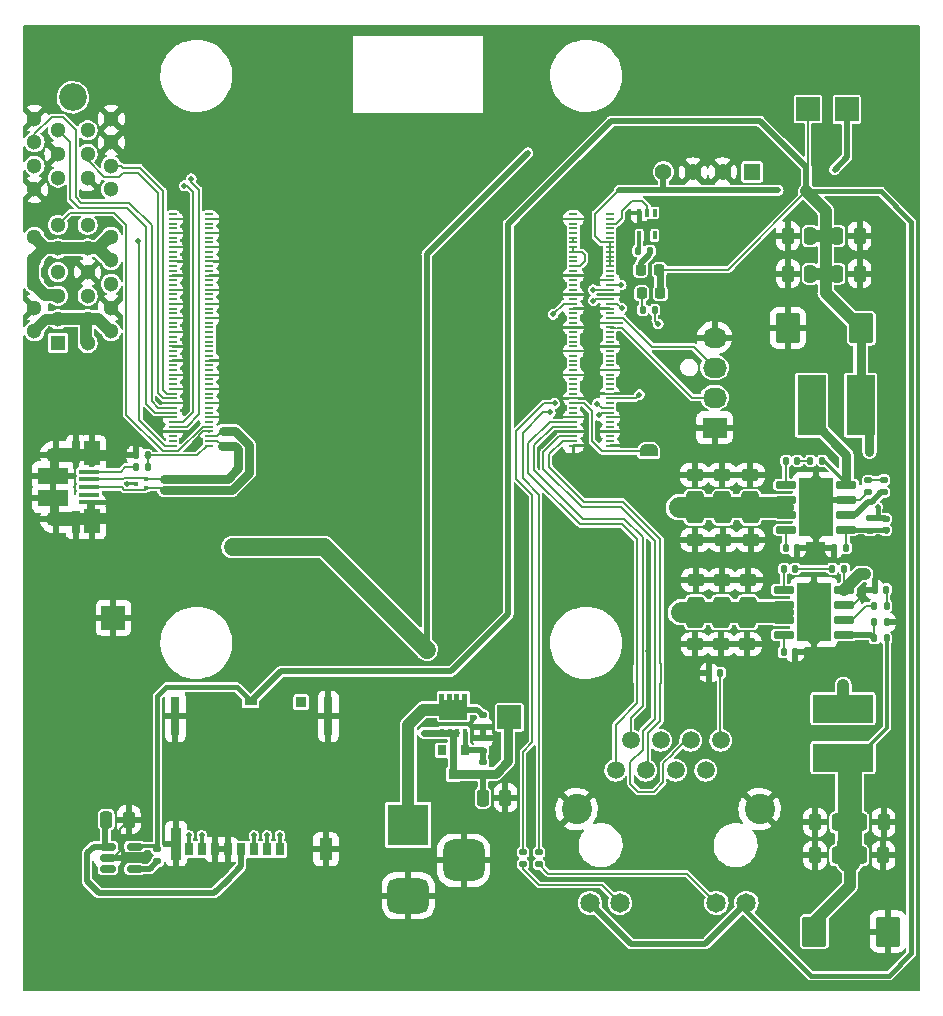
<source format=gtl>
%TF.GenerationSoftware,KiCad,Pcbnew,(5.99.0-11164-g062c4fda62)*%
%TF.CreationDate,2021-09-01T15:58:56+05:30*%
%TF.ProjectId,rpi-cm4-base-carrier,7270692d-636d-4342-9d62-6173652d6361,v01*%
%TF.SameCoordinates,Original*%
%TF.FileFunction,Copper,L1,Top*%
%TF.FilePolarity,Positive*%
%FSLAX46Y46*%
G04 Gerber Fmt 4.6, Leading zero omitted, Abs format (unit mm)*
G04 Created by KiCad (PCBNEW (5.99.0-11164-g062c4fda62)) date 2021-09-01 15:58:56*
%MOMM*%
%LPD*%
G01*
G04 APERTURE LIST*
G04 Aperture macros list*
%AMRoundRect*
0 Rectangle with rounded corners*
0 $1 Rounding radius*
0 $2 $3 $4 $5 $6 $7 $8 $9 X,Y pos of 4 corners*
0 Add a 4 corners polygon primitive as box body*
4,1,4,$2,$3,$4,$5,$6,$7,$8,$9,$2,$3,0*
0 Add four circle primitives for the rounded corners*
1,1,$1+$1,$2,$3*
1,1,$1+$1,$4,$5*
1,1,$1+$1,$6,$7*
1,1,$1+$1,$8,$9*
0 Add four rect primitives between the rounded corners*
20,1,$1+$1,$2,$3,$4,$5,0*
20,1,$1+$1,$4,$5,$6,$7,0*
20,1,$1+$1,$6,$7,$8,$9,0*
20,1,$1+$1,$8,$9,$2,$3,0*%
%AMFreePoly0*
4,1,17,1.395000,0.765000,0.855000,0.765000,0.855000,0.535000,1.395000,0.535000,1.395000,0.115000,0.855000,0.115000,0.855000,-0.115000,1.395000,-0.115000,1.395000,-0.535000,0.855000,-0.535000,0.855000,-0.765000,1.395000,-0.765000,1.395000,-1.185000,-0.855000,-1.185000,-0.855000,1.185000,1.395000,1.185000,1.395000,0.765000,1.395000,0.765000,$1*%
%AMFreePoly1*
4,1,22,0.500000,-0.750000,0.000000,-0.750000,0.000000,-0.745033,-0.079941,-0.743568,-0.215256,-0.701293,-0.333266,-0.622738,-0.424486,-0.514219,-0.481581,-0.384460,-0.499164,-0.250000,-0.500000,-0.250000,-0.500000,0.250000,-0.499164,0.250000,-0.499963,0.256109,-0.478152,0.396186,-0.417904,0.524511,-0.324060,0.630769,-0.204165,0.706417,-0.067858,0.745374,0.000000,0.744959,0.000000,0.750000,
0.500000,0.750000,0.500000,-0.750000,0.500000,-0.750000,$1*%
%AMFreePoly2*
4,1,20,0.000000,0.744959,0.073905,0.744508,0.209726,0.703889,0.328688,0.626782,0.421226,0.519385,0.479903,0.390333,0.500000,0.250000,0.500000,-0.250000,0.499851,-0.262216,0.476331,-0.402017,0.414519,-0.529596,0.319384,-0.634700,0.198574,-0.708877,0.061801,-0.746166,0.000000,-0.745033,0.000000,-0.750000,-0.500000,-0.750000,-0.500000,0.750000,0.000000,0.750000,0.000000,0.744959,
0.000000,0.744959,$1*%
G04 Aperture macros list end*
%TA.AperFunction,SMDPad,CuDef*%
%ADD10RoundRect,0.250000X-0.475000X0.250000X-0.475000X-0.250000X0.475000X-0.250000X0.475000X0.250000X0*%
%TD*%
%TA.AperFunction,SMDPad,CuDef*%
%ADD11RoundRect,0.140000X-0.170000X0.140000X-0.170000X-0.140000X0.170000X-0.140000X0.170000X0.140000X0*%
%TD*%
%TA.AperFunction,SMDPad,CuDef*%
%ADD12RoundRect,0.135000X0.135000X0.185000X-0.135000X0.185000X-0.135000X-0.185000X0.135000X-0.185000X0*%
%TD*%
%TA.AperFunction,SMDPad,CuDef*%
%ADD13R,2.000000X2.000000*%
%TD*%
%TA.AperFunction,ComponentPad*%
%ADD14R,1.408000X1.408000*%
%TD*%
%TA.AperFunction,ComponentPad*%
%ADD15C,1.408000*%
%TD*%
%TA.AperFunction,SMDPad,CuDef*%
%ADD16R,0.300000X0.300000*%
%TD*%
%TA.AperFunction,SMDPad,CuDef*%
%ADD17R,0.420000X0.700000*%
%TD*%
%TA.AperFunction,SMDPad,CuDef*%
%ADD18FreePoly0,90.000000*%
%TD*%
%TA.AperFunction,SMDPad,CuDef*%
%ADD19RoundRect,0.140000X-0.140000X-0.170000X0.140000X-0.170000X0.140000X0.170000X-0.140000X0.170000X0*%
%TD*%
%TA.AperFunction,SMDPad,CuDef*%
%ADD20RoundRect,0.140000X0.170000X-0.140000X0.170000X0.140000X-0.170000X0.140000X-0.170000X-0.140000X0*%
%TD*%
%TA.AperFunction,SMDPad,CuDef*%
%ADD21R,2.350000X5.100000*%
%TD*%
%TA.AperFunction,SMDPad,CuDef*%
%ADD22RoundRect,0.135000X-0.185000X0.135000X-0.185000X-0.135000X0.185000X-0.135000X0.185000X0.135000X0*%
%TD*%
%TA.AperFunction,SMDPad,CuDef*%
%ADD23RoundRect,0.150000X-0.737500X-0.150000X0.737500X-0.150000X0.737500X0.150000X-0.737500X0.150000X0*%
%TD*%
%TA.AperFunction,ComponentPad*%
%ADD24C,0.500000*%
%TD*%
%TA.AperFunction,SMDPad,CuDef*%
%ADD25R,2.950000X4.900000*%
%TD*%
%TA.AperFunction,SMDPad,CuDef*%
%ADD26RoundRect,0.135000X-0.135000X-0.185000X0.135000X-0.185000X0.135000X0.185000X-0.135000X0.185000X0*%
%TD*%
%TA.AperFunction,SMDPad,CuDef*%
%ADD27RoundRect,0.250000X0.787500X1.025000X-0.787500X1.025000X-0.787500X-1.025000X0.787500X-1.025000X0*%
%TD*%
%TA.AperFunction,SMDPad,CuDef*%
%ADD28RoundRect,0.250000X-0.250000X-0.475000X0.250000X-0.475000X0.250000X0.475000X-0.250000X0.475000X0*%
%TD*%
%TA.AperFunction,SMDPad,CuDef*%
%ADD29RoundRect,0.135000X0.185000X-0.135000X0.185000X0.135000X-0.185000X0.135000X-0.185000X-0.135000X0*%
%TD*%
%TA.AperFunction,SMDPad,CuDef*%
%ADD30RoundRect,0.250000X0.475000X-0.250000X0.475000X0.250000X-0.475000X0.250000X-0.475000X-0.250000X0*%
%TD*%
%TA.AperFunction,SMDPad,CuDef*%
%ADD31RoundRect,0.250000X0.250000X0.475000X-0.250000X0.475000X-0.250000X-0.475000X0.250000X-0.475000X0*%
%TD*%
%TA.AperFunction,SMDPad,CuDef*%
%ADD32RoundRect,0.218750X-0.218750X-0.256250X0.218750X-0.256250X0.218750X0.256250X-0.218750X0.256250X0*%
%TD*%
%TA.AperFunction,ComponentPad*%
%ADD33C,1.509000*%
%TD*%
%TA.AperFunction,ComponentPad*%
%ADD34C,1.650000*%
%TD*%
%TA.AperFunction,ComponentPad*%
%ADD35C,2.565000*%
%TD*%
%TA.AperFunction,SMDPad,CuDef*%
%ADD36R,5.100000X2.350000*%
%TD*%
%TA.AperFunction,SMDPad,CuDef*%
%ADD37R,1.750000X0.400000*%
%TD*%
%TA.AperFunction,SMDPad,CuDef*%
%ADD38R,2.500000X1.425000*%
%TD*%
%TA.AperFunction,SMDPad,CuDef*%
%ADD39R,0.700000X1.825000*%
%TD*%
%TA.AperFunction,ComponentPad*%
%ADD40O,1.400000X1.000000*%
%TD*%
%TA.AperFunction,SMDPad,CuDef*%
%ADD41R,1.400000X2.000000*%
%TD*%
%TA.AperFunction,SMDPad,CuDef*%
%ADD42R,2.000000X1.300000*%
%TD*%
%TA.AperFunction,ComponentPad*%
%ADD43O,1.700000X1.300000*%
%TD*%
%TA.AperFunction,SMDPad,CuDef*%
%ADD44RoundRect,0.140000X0.140000X0.170000X-0.140000X0.170000X-0.140000X-0.170000X0.140000X-0.170000X0*%
%TD*%
%TA.AperFunction,SMDPad,CuDef*%
%ADD45RoundRect,0.150000X-0.512500X-0.150000X0.512500X-0.150000X0.512500X0.150000X-0.512500X0.150000X0*%
%TD*%
%TA.AperFunction,SMDPad,CuDef*%
%ADD46R,0.200000X0.565000*%
%TD*%
%TA.AperFunction,SMDPad,CuDef*%
%ADD47R,0.400000X0.565000*%
%TD*%
%TA.AperFunction,ComponentPad*%
%ADD48R,2.030000X1.730000*%
%TD*%
%TA.AperFunction,ComponentPad*%
%ADD49O,2.030000X1.730000*%
%TD*%
%TA.AperFunction,SMDPad,CuDef*%
%ADD50R,0.700000X1.100000*%
%TD*%
%TA.AperFunction,SMDPad,CuDef*%
%ADD51R,0.900000X0.930000*%
%TD*%
%TA.AperFunction,SMDPad,CuDef*%
%ADD52R,1.050000X0.780000*%
%TD*%
%TA.AperFunction,SMDPad,CuDef*%
%ADD53R,0.700000X3.330000*%
%TD*%
%TA.AperFunction,SMDPad,CuDef*%
%ADD54R,1.140000X1.830000*%
%TD*%
%TA.AperFunction,SMDPad,CuDef*%
%ADD55R,0.860000X2.800000*%
%TD*%
%TA.AperFunction,SMDPad,CuDef*%
%ADD56RoundRect,0.250000X-0.787500X-1.025000X0.787500X-1.025000X0.787500X1.025000X-0.787500X1.025000X0*%
%TD*%
%TA.AperFunction,SMDPad,CuDef*%
%ADD57R,0.800000X0.900000*%
%TD*%
%TA.AperFunction,SMDPad,CuDef*%
%ADD58R,0.400000X0.650000*%
%TD*%
%TA.AperFunction,ComponentPad*%
%ADD59C,2.350000*%
%TD*%
%TA.AperFunction,ComponentPad*%
%ADD60R,1.300000X1.300000*%
%TD*%
%TA.AperFunction,ComponentPad*%
%ADD61C,1.300000*%
%TD*%
%TA.AperFunction,ComponentPad*%
%ADD62R,3.500000X3.500000*%
%TD*%
%TA.AperFunction,ComponentPad*%
%ADD63RoundRect,0.750000X1.000000X-0.750000X1.000000X0.750000X-1.000000X0.750000X-1.000000X-0.750000X0*%
%TD*%
%TA.AperFunction,ComponentPad*%
%ADD64RoundRect,0.875000X0.875000X-0.875000X0.875000X0.875000X-0.875000X0.875000X-0.875000X-0.875000X0*%
%TD*%
%TA.AperFunction,SMDPad,CuDef*%
%ADD65FreePoly1,270.000000*%
%TD*%
%TA.AperFunction,SMDPad,CuDef*%
%ADD66FreePoly2,270.000000*%
%TD*%
%TA.AperFunction,SMDPad,CuDef*%
%ADD67R,0.700000X0.200000*%
%TD*%
%TA.AperFunction,ViaPad*%
%ADD68C,0.508000*%
%TD*%
%TA.AperFunction,Conductor*%
%ADD69C,0.500000*%
%TD*%
%TA.AperFunction,Conductor*%
%ADD70C,1.000000*%
%TD*%
%TA.AperFunction,Conductor*%
%ADD71C,0.152400*%
%TD*%
%TA.AperFunction,Conductor*%
%ADD72C,0.400000*%
%TD*%
%TA.AperFunction,Conductor*%
%ADD73C,0.200000*%
%TD*%
%TA.AperFunction,Conductor*%
%ADD74C,0.300000*%
%TD*%
%TA.AperFunction,Conductor*%
%ADD75C,0.800000*%
%TD*%
%TA.AperFunction,Conductor*%
%ADD76C,0.750000*%
%TD*%
%TA.AperFunction,Conductor*%
%ADD77C,0.600000*%
%TD*%
%TA.AperFunction,Conductor*%
%ADD78C,1.500000*%
%TD*%
%TA.AperFunction,Conductor*%
%ADD79C,0.900000*%
%TD*%
%TA.AperFunction,Conductor*%
%ADD80C,1.800000*%
%TD*%
%TA.AperFunction,Conductor*%
%ADD81C,0.155000*%
%TD*%
%TA.AperFunction,Conductor*%
%ADD82C,0.770000*%
%TD*%
%TA.AperFunction,Conductor*%
%ADD83C,2.000000*%
%TD*%
G04 APERTURE END LIST*
D10*
%TO.P,C9,1*%
%TO.N,+12v*%
X170220000Y-87150000D03*
%TO.P,C9,2*%
%TO.N,GND*%
X170220000Y-89050000D03*
%TD*%
D11*
%TO.P,C22,1*%
%TO.N,+3.3V*%
X184010000Y-87270000D03*
%TO.P,C22,2*%
%TO.N,Net-(C22-Pad2)*%
X184010000Y-88230000D03*
%TD*%
D12*
%TO.P,R7,1*%
%TO.N,Net-(L2-Pad1)*%
X180520000Y-91500000D03*
%TO.P,R7,2*%
%TO.N,Net-(C18-Pad1)*%
X179500000Y-91500000D03*
%TD*%
D13*
%TO.P,TP2,1,1*%
%TO.N,+5V*%
X180720000Y-52610000D03*
%TD*%
D14*
%TO.P,J4,1,Pin_1*%
%TO.N,+12v*%
X172697500Y-57890000D03*
D15*
%TO.P,J4,2,Pin_2*%
%TO.N,GND*%
X170197500Y-57890000D03*
%TO.P,J4,3,Pin_3*%
X167697500Y-57890000D03*
%TO.P,J4,4,Pin_4*%
%TO.N,+5V*%
X165197500Y-57890000D03*
%TD*%
D16*
%TO.P,U2,1,D+*%
%TO.N,/CM4 High Speed/USB2_P*%
X121424556Y-84634089D03*
%TO.P,U2,2,D-*%
%TO.N,/CM4 High Speed/USB2_N*%
X121424556Y-83934089D03*
%TO.P,U2,3,GND*%
%TO.N,GND*%
X120574556Y-84284089D03*
%TD*%
D17*
%TO.P,Q1,1,S*%
%TO.N,+12v*%
X146437500Y-105375000D03*
%TO.P,Q1,2,S*%
X147087500Y-105375000D03*
%TO.P,Q1,3,S*%
X147737500Y-105375000D03*
%TO.P,Q1,4,G*%
%TO.N,Net-(C12-Pad2)*%
X148387500Y-105375000D03*
D18*
%TO.P,Q1,5,D*%
%TO.N,Net-(C3-Pad1)*%
X147412500Y-103420000D03*
%TD*%
D12*
%TO.P,R4,1*%
%TO.N,/CM4 High Speed/USB_OTG_IG*%
X121519556Y-81894089D03*
%TO.P,R4,2*%
%TO.N,GND*%
X120499556Y-81894089D03*
%TD*%
D19*
%TO.P,C15,1*%
%TO.N,Net-(C15-Pad1)*%
X175540000Y-89740000D03*
%TO.P,C15,2*%
%TO.N,GND*%
X176500000Y-89740000D03*
%TD*%
D20*
%TO.P,C12,1*%
%TO.N,+12v*%
X149912500Y-108855000D03*
%TO.P,C12,2*%
%TO.N,Net-(C12-Pad2)*%
X149912500Y-107895000D03*
%TD*%
D21*
%TO.P,L1,1,1*%
%TO.N,Net-(L1-Pad1)*%
X177735000Y-77640000D03*
%TO.P,L1,2,2*%
%TO.N,+3.3V*%
X181885000Y-77640000D03*
%TD*%
D22*
%TO.P,R9,1*%
%TO.N,+3.3V*%
X182700000Y-87240000D03*
%TO.P,R9,2*%
%TO.N,Net-(C22-Pad2)*%
X182700000Y-88260000D03*
%TD*%
D23*
%TO.P,U3,1,BST*%
%TO.N,Net-(C14-Pad2)*%
X175557500Y-84375000D03*
%TO.P,U3,2,VIN*%
%TO.N,+12v*%
X175557500Y-85645000D03*
%TO.P,U3,3,EN*%
X175557500Y-86915000D03*
%TO.P,U3,4,SS*%
%TO.N,Net-(C15-Pad1)*%
X175557500Y-88185000D03*
%TO.P,U3,5,FB*%
%TO.N,Net-(C22-Pad2)*%
X180682500Y-88185000D03*
%TO.P,U3,6,COMP*%
%TO.N,Net-(R8-Pad1)*%
X180682500Y-86915000D03*
%TO.P,U3,7,GND*%
%TO.N,GND*%
X180682500Y-85645000D03*
%TO.P,U3,8,SW*%
%TO.N,Net-(L1-Pad1)*%
X180682500Y-84375000D03*
D24*
%TO.P,U3,9,EP*%
%TO.N,GND*%
X177470000Y-84330000D03*
X178770000Y-85630000D03*
X177470000Y-85630000D03*
X177470000Y-86930000D03*
D25*
X178120000Y-86280000D03*
D24*
X177470000Y-88230000D03*
X178770000Y-86930000D03*
X178770000Y-88230000D03*
X178770000Y-84330000D03*
%TD*%
D26*
%TO.P,R3,1*%
%TO.N,Net-(J2-Pad1)*%
X120499556Y-82874089D03*
%TO.P,R3,2*%
%TO.N,/CM4 High Speed/USB_OTG_IG*%
X121519556Y-82874089D03*
%TD*%
%TO.P,R1,1*%
%TO.N,Net-(D1-Pad1)*%
X163440000Y-69570000D03*
%TO.P,R1,2*%
%TO.N,/CM4 GPIO/nLED_Activity*%
X164460000Y-69570000D03*
%TD*%
D27*
%TO.P,C30,1*%
%TO.N,+3.3V*%
X181950000Y-71120000D03*
%TO.P,C30,2*%
%TO.N,GND*%
X175725000Y-71120000D03*
%TD*%
D11*
%TO.P,C20,1*%
%TO.N,Net-(C20-Pad1)*%
X182530000Y-84020000D03*
%TO.P,C20,2*%
%TO.N,GND*%
X182530000Y-84980000D03*
%TD*%
D10*
%TO.P,C16,1*%
%TO.N,+12v*%
X167880000Y-95995000D03*
%TO.P,C16,2*%
%TO.N,GND*%
X167880000Y-97895000D03*
%TD*%
D28*
%TO.P,C26,1*%
%TO.N,+5V*%
X181927500Y-112972500D03*
%TO.P,C26,2*%
%TO.N,GND*%
X183827500Y-112972500D03*
%TD*%
D29*
%TO.P,R16,1*%
%TO.N,Net-(J7-Pad11)*%
X154670000Y-116530000D03*
%TO.P,R16,2*%
%TO.N,/CM4 GPIO/ETH_LEDY*%
X154670000Y-115510000D03*
%TD*%
D10*
%TO.P,C11,1*%
%TO.N,+12v*%
X167870000Y-87150000D03*
%TO.P,C11,2*%
%TO.N,GND*%
X167870000Y-89050000D03*
%TD*%
D30*
%TO.P,C1,1*%
%TO.N,+12v*%
X167840000Y-85440000D03*
%TO.P,C1,2*%
%TO.N,GND*%
X167840000Y-83540000D03*
%TD*%
D19*
%TO.P,C34,1*%
%TO.N,GND*%
X169030000Y-100310000D03*
%TO.P,C34,2*%
%TO.N,Net-(C34-Pad2)*%
X169990000Y-100310000D03*
%TD*%
D31*
%TO.P,C24,1*%
%TO.N,+3.3V*%
X177630000Y-63320000D03*
%TO.P,C24,2*%
%TO.N,GND*%
X175730000Y-63320000D03*
%TD*%
D29*
%TO.P,R5,1*%
%TO.N,Net-(C12-Pad2)*%
X149912500Y-106885000D03*
%TO.P,R5,2*%
%TO.N,GND*%
X149912500Y-105865000D03*
%TD*%
D13*
%TO.P,TP3,1,1*%
%TO.N,GND*%
X118630000Y-95650000D03*
%TD*%
%TO.P,TP1,1,1*%
%TO.N,+12v*%
X152160000Y-104080000D03*
%TD*%
D12*
%TO.P,R6,1*%
%TO.N,Net-(L1-Pad1)*%
X178660000Y-82350000D03*
%TO.P,R6,2*%
%TO.N,Net-(C14-Pad1)*%
X177640000Y-82350000D03*
%TD*%
D32*
%TO.P,D1,1,K*%
%TO.N,Net-(D1-Pad1)*%
X163350000Y-68170000D03*
%TO.P,D1,2,A*%
%TO.N,+3.3V*%
X164925000Y-68170000D03*
%TD*%
D26*
%TO.P,R11,1*%
%TO.N,Net-(R11-Pad1)*%
X183060000Y-94625000D03*
%TO.P,R11,2*%
%TO.N,Net-(C21-Pad1)*%
X184080000Y-94625000D03*
%TD*%
D10*
%TO.P,C7,1*%
%TO.N,+12v*%
X172570000Y-87150000D03*
%TO.P,C7,2*%
%TO.N,GND*%
X172570000Y-89050000D03*
%TD*%
D22*
%TO.P,R14,1*%
%TO.N,+3.3V*%
X122350000Y-115260000D03*
%TO.P,R14,2*%
%TO.N,/CM4 GPIO/SD_PWR_ON*%
X122350000Y-116280000D03*
%TD*%
D30*
%TO.P,C5,1*%
%TO.N,+12v*%
X172540000Y-85440000D03*
%TO.P,C5,2*%
%TO.N,GND*%
X172540000Y-83540000D03*
%TD*%
D19*
%TO.P,C19,1*%
%TO.N,Net-(C19-Pad1)*%
X175360000Y-98570000D03*
%TO.P,C19,2*%
%TO.N,GND*%
X176320000Y-98570000D03*
%TD*%
D28*
%TO.P,C33,1*%
%TO.N,/CM4 GPIO/SD_PWR*%
X118020000Y-112750000D03*
%TO.P,C33,2*%
%TO.N,GND*%
X119920000Y-112750000D03*
%TD*%
D12*
%TO.P,R2,1*%
%TO.N,Net-(D2-Pad1)*%
X164060000Y-64570000D03*
%TO.P,R2,2*%
%TO.N,Net-(R2-Pad2)*%
X163040000Y-64570000D03*
%TD*%
D31*
%TO.P,C23,1*%
%TO.N,+3.3V*%
X177630000Y-66520000D03*
%TO.P,C23,2*%
%TO.N,GND*%
X175730000Y-66520000D03*
%TD*%
D26*
%TO.P,R13,1*%
%TO.N,Net-(R12-Pad2)*%
X183060000Y-96005000D03*
%TO.P,R13,2*%
%TO.N,GND*%
X184080000Y-96005000D03*
%TD*%
D33*
%TO.P,J7,1,TD+*%
%TO.N,/CM4 GPIO/TRD0_P*%
X161144500Y-108550000D03*
%TO.P,J7,2,TD-*%
%TO.N,/CM4 GPIO/TRD0_N*%
X162414500Y-106010000D03*
%TO.P,J7,3,RD+*%
%TO.N,/CM4 GPIO/TRD1_P*%
X163684500Y-108550000D03*
%TO.P,J7,4,NC_1*%
%TO.N,N/C*%
X164954500Y-106010000D03*
%TO.P,J7,5,NC_2*%
X166224500Y-108550000D03*
%TO.P,J7,6,RD-*%
%TO.N,/CM4 GPIO/TRD1_N*%
X167494500Y-106010000D03*
%TO.P,J7,7,NC_3*%
%TO.N,N/C*%
X168764500Y-108550000D03*
%TO.P,J7,8,CHS_GND*%
%TO.N,Net-(C34-Pad2)*%
X170034500Y-106010000D03*
D34*
%TO.P,J7,9,ANODE_GREEN*%
%TO.N,+3.3V*%
X158964500Y-119800000D03*
%TO.P,J7,10,CATHODE_GREEN*%
%TO.N,Net-(J7-Pad10)*%
X161504500Y-119800000D03*
%TO.P,J7,11,CATHODE_YELLOW*%
%TO.N,Net-(J7-Pad11)*%
X169674500Y-119800000D03*
%TO.P,J7,12,ANODE_YELLOW*%
%TO.N,+3.3V*%
X172214500Y-119800000D03*
D35*
%TO.P,J7,MH1,MH1*%
%TO.N,GND*%
X173334500Y-111850000D03*
%TO.P,J7,MH2,MH2*%
X157844500Y-111850000D03*
%TD*%
D12*
%TO.P,R12,1*%
%TO.N,+5V*%
X184080000Y-97385000D03*
%TO.P,R12,2*%
%TO.N,Net-(R12-Pad2)*%
X183060000Y-97385000D03*
%TD*%
D36*
%TO.P,L2,1,1*%
%TO.N,Net-(L2-Pad1)*%
X180397500Y-103332500D03*
%TO.P,L2,2,2*%
%TO.N,+5V*%
X180397500Y-107482500D03*
%TD*%
D12*
%TO.P,R10,1*%
%TO.N,Net-(C22-Pad2)*%
X180680000Y-89740000D03*
%TO.P,R10,2*%
%TO.N,GND*%
X179660000Y-89740000D03*
%TD*%
D37*
%TO.P,J2,1,VBUS*%
%TO.N,Net-(J2-Pad1)*%
X116579556Y-83274089D03*
%TO.P,J2,2,D-*%
%TO.N,/CM4 High Speed/USB2_N*%
X116579556Y-83924089D03*
%TO.P,J2,3,D+*%
%TO.N,/CM4 High Speed/USB2_P*%
X116579556Y-84574089D03*
%TO.P,J2,4,ID*%
%TO.N,N/C*%
X116579556Y-85224089D03*
%TO.P,J2,5,GND*%
%TO.N,GND*%
X116579556Y-85874089D03*
D38*
%TO.P,J2,6,Shield*%
X113509556Y-85536589D03*
D39*
X115459556Y-87561589D03*
D40*
X116789556Y-86999089D03*
D41*
X116819556Y-87474089D03*
D39*
X115459556Y-81586589D03*
D41*
X116819556Y-81724089D03*
D42*
X114689556Y-87299089D03*
D43*
X113759556Y-87299089D03*
D40*
X116789556Y-82149089D03*
D43*
X113759556Y-81849089D03*
D42*
X114689556Y-81849089D03*
D38*
X113509556Y-83611589D03*
%TD*%
D44*
%TO.P,C21,1*%
%TO.N,Net-(C21-Pad1)*%
X184050000Y-93255000D03*
%TO.P,C21,2*%
%TO.N,GND*%
X183090000Y-93255000D03*
%TD*%
%TO.P,C18,1*%
%TO.N,Net-(C18-Pad1)*%
X176340000Y-91500000D03*
%TO.P,C18,2*%
%TO.N,Net-(C18-Pad2)*%
X175380000Y-91500000D03*
%TD*%
D45*
%TO.P,U5,1,OUT*%
%TO.N,/CM4 GPIO/SD_PWR*%
X118150000Y-115020000D03*
%TO.P,U5,2,GND*%
%TO.N,GND*%
X118150000Y-115970000D03*
%TO.P,U5,3,nFLG*%
%TO.N,N/C*%
X118150000Y-116920000D03*
%TO.P,U5,4,EN*%
%TO.N,/CM4 GPIO/SD_PWR_ON*%
X120425000Y-116920000D03*
%TO.P,U5,5,IN*%
%TO.N,+3.3V*%
X120425000Y-115020000D03*
%TD*%
D46*
%TO.P,U6,1,D1+*%
%TO.N,/CM4 GPIO/TRD1_P*%
X164950000Y-99942500D03*
%TO.P,U6,2,D1-*%
%TO.N,/CM4 GPIO/TRD1_N*%
X164450000Y-99942500D03*
D47*
%TO.P,U6,3,GND*%
%TO.N,GND*%
X163950000Y-99942500D03*
D46*
%TO.P,U6,4,D2+*%
%TO.N,/CM4 GPIO/TRD0_N*%
X163450000Y-99942500D03*
%TO.P,U6,5,D2-*%
%TO.N,/CM4 GPIO/TRD0_P*%
X162950000Y-99942500D03*
%TO.P,U6,6*%
X162950000Y-100777500D03*
%TO.P,U6,7*%
%TO.N,/CM4 GPIO/TRD0_N*%
X163450000Y-100777500D03*
D47*
%TO.P,U6,8,GND*%
%TO.N,GND*%
X163950000Y-100777500D03*
D46*
%TO.P,U6,9*%
%TO.N,/CM4 GPIO/TRD1_N*%
X164450000Y-100777500D03*
%TO.P,U6,10*%
%TO.N,/CM4 GPIO/TRD1_P*%
X164950000Y-100777500D03*
%TD*%
D23*
%TO.P,U4,1,BST*%
%TO.N,Net-(C18-Pad2)*%
X175367500Y-93280000D03*
%TO.P,U4,2,VIN*%
%TO.N,+12v*%
X175367500Y-94550000D03*
%TO.P,U4,3,EN*%
X175367500Y-95820000D03*
%TO.P,U4,4,SS*%
%TO.N,Net-(C19-Pad1)*%
X175367500Y-97090000D03*
%TO.P,U4,5,FB*%
%TO.N,Net-(R12-Pad2)*%
X180492500Y-97090000D03*
%TO.P,U4,6,COMP*%
%TO.N,Net-(R11-Pad1)*%
X180492500Y-95820000D03*
%TO.P,U4,7,GND*%
%TO.N,GND*%
X180492500Y-94550000D03*
%TO.P,U4,8,SW*%
%TO.N,Net-(L2-Pad1)*%
X180492500Y-93280000D03*
D24*
%TO.P,U4,9,EP*%
%TO.N,GND*%
X178580000Y-94535000D03*
X177280000Y-93235000D03*
D25*
X177930000Y-95185000D03*
D24*
X178580000Y-95835000D03*
X177280000Y-95835000D03*
X177280000Y-97135000D03*
X178580000Y-97135000D03*
X178580000Y-93235000D03*
X177280000Y-94535000D03*
%TD*%
D11*
%TO.P,C3,1*%
%TO.N,Net-(C3-Pad1)*%
X149912500Y-103895000D03*
%TO.P,C3,2*%
%TO.N,GND*%
X149912500Y-104855000D03*
%TD*%
D29*
%TO.P,R15,1*%
%TO.N,Net-(J7-Pad10)*%
X153300000Y-116530000D03*
%TO.P,R15,2*%
%TO.N,/CM4 GPIO/ETH_LEDG*%
X153300000Y-115510000D03*
%TD*%
D30*
%TO.P,C8,1*%
%TO.N,+12v*%
X172370000Y-94375000D03*
%TO.P,C8,2*%
%TO.N,GND*%
X172370000Y-92475000D03*
%TD*%
D48*
%TO.P,J1,1,Pin_1*%
%TO.N,GND*%
X169520000Y-79540000D03*
D49*
%TO.P,J1,2,Pin_2*%
%TO.N,/CM4 GPIO/GPIO15*%
X169520000Y-77000000D03*
%TO.P,J1,3,Pin_3*%
%TO.N,/CM4 GPIO/GPIO14*%
X169520000Y-74460000D03*
%TO.P,J1,4,Pin_4*%
%TO.N,GND*%
X169520000Y-71920000D03*
%TD*%
D30*
%TO.P,C2,1*%
%TO.N,+12v*%
X170190000Y-85440000D03*
%TO.P,C2,2*%
%TO.N,GND*%
X170190000Y-83540000D03*
%TD*%
D28*
%TO.P,C17,1*%
%TO.N,+12v*%
X149920000Y-110875000D03*
%TO.P,C17,2*%
%TO.N,GND*%
X151820000Y-110875000D03*
%TD*%
D50*
%TO.P,J5,1,DAT2*%
%TO.N,/CM4 GPIO/SD_DAT2*%
X132730000Y-115262500D03*
%TO.P,J5,2,DAT3/CD*%
%TO.N,/CM4 GPIO/SD_DAT3*%
X131630000Y-115262500D03*
%TO.P,J5,3,CMD*%
%TO.N,/CM4 GPIO/SD_CMD*%
X130530000Y-115262500D03*
%TO.P,J5,4,VDD*%
%TO.N,/CM4 GPIO/SD_PWR*%
X129430000Y-115262500D03*
%TO.P,J5,5,CLK*%
%TO.N,GND*%
X128330000Y-115262500D03*
%TO.P,J5,6,VSS*%
X127230000Y-115262500D03*
%TO.P,J5,7,DAT0*%
%TO.N,/CM4 GPIO/SD_DAT0*%
X126130000Y-115262500D03*
%TO.P,J5,8,DAT1*%
%TO.N,/CM4 GPIO/SD_DAT1*%
X125030000Y-115262500D03*
D51*
%TO.P,J5,9,DET_B*%
%TO.N,N/C*%
X134520000Y-102797500D03*
D52*
%TO.P,J5,10,DET_A*%
%TO.N,+3.3V*%
X130255000Y-102722500D03*
D53*
%TO.P,J5,11,SHIELD*%
%TO.N,GND*%
X136830000Y-103997500D03*
D54*
X136610000Y-115247500D03*
D55*
X123950000Y-114762500D03*
D53*
X123870000Y-103997500D03*
%TD*%
D30*
%TO.P,C6,1*%
%TO.N,+12v*%
X170150000Y-94375000D03*
%TO.P,C6,2*%
%TO.N,GND*%
X170150000Y-92475000D03*
%TD*%
D56*
%TO.P,C32,1*%
%TO.N,+5V*%
X177970000Y-122210000D03*
%TO.P,C32,2*%
%TO.N,GND*%
X184195000Y-122210000D03*
%TD*%
D28*
%TO.P,C28,1*%
%TO.N,+5V*%
X181917500Y-115762500D03*
%TO.P,C28,2*%
%TO.N,GND*%
X183817500Y-115762500D03*
%TD*%
D57*
%TO.P,D3,*%
%TO.N,*%
X146462500Y-106875000D03*
%TO.P,D3,1,K*%
%TO.N,+12v*%
X147412500Y-108875000D03*
%TO.P,D3,2,A*%
%TO.N,Net-(C12-Pad2)*%
X148362500Y-106875000D03*
%TD*%
D58*
%TO.P,U1,1*%
%TO.N,N/C*%
X164450000Y-61370000D03*
%TO.P,U1,2*%
%TO.N,/CM4 GPIO/nPower_LED*%
X163800000Y-61370000D03*
%TO.P,U1,3,GND*%
%TO.N,GND*%
X163150000Y-61370000D03*
%TO.P,U1,4*%
%TO.N,Net-(R2-Pad2)*%
X163150000Y-63270000D03*
%TO.P,U1,5,VCC*%
%TO.N,N/C*%
X164450000Y-63270000D03*
%TD*%
D31*
%TO.P,C29,1*%
%TO.N,+5V*%
X179947500Y-115762500D03*
%TO.P,C29,2*%
%TO.N,GND*%
X178047500Y-115762500D03*
%TD*%
D59*
%TO.P,J6,19*%
%TO.N,N/C*%
X115190000Y-51580000D03*
D60*
%TO.P,J6,A1,nPRSNT1*%
X113940000Y-72380000D03*
D61*
%TO.P,J6,A2,+12V*%
%TO.N,+12v*%
X111940000Y-71380000D03*
%TO.P,J6,A3,+12V*%
X113940000Y-70380000D03*
%TO.P,J6,A4,GND*%
%TO.N,GND*%
X111940000Y-69380000D03*
%TO.P,J6,A5,TCK*%
%TO.N,+3.3V*%
X113940000Y-68380000D03*
%TO.P,J6,A6,TDI*%
X111940000Y-67380000D03*
%TO.P,J6,A7,TD0*%
%TO.N,N/C*%
X113940000Y-66380000D03*
%TO.P,J6,A8,TMS*%
%TO.N,+3.3V*%
X111940000Y-65380000D03*
%TO.P,J6,A9,+3.3V*%
X113940000Y-64380000D03*
%TO.P,J6,A10,+3.3V*%
X111940000Y-63380000D03*
%TO.P,J6,A11,nPERST*%
%TO.N,/CM4 High Speed/PCIE_nRST*%
X113940000Y-62380000D03*
%TO.P,J6,A12,GND*%
%TO.N,GND*%
X111940000Y-59380000D03*
%TO.P,J6,A13,REFCLK+*%
%TO.N,/CM4 High Speed/PCIE_CLK_P*%
X113940000Y-58380000D03*
%TO.P,J6,A14,REFCLK-*%
%TO.N,/CM4 High Speed/PCIE_CLK_N*%
X111940000Y-57380000D03*
%TO.P,J6,A15,GND*%
%TO.N,GND*%
X113940000Y-56380000D03*
%TO.P,J6,A16,PERP0*%
%TO.N,/CM4 High Speed/PCIE_RX_N*%
X111940000Y-55380000D03*
%TO.P,J6,A17,PERN0*%
%TO.N,/CM4 High Speed/PCIE_RX_P*%
X113940000Y-54380000D03*
%TO.P,J6,A18,GND*%
%TO.N,GND*%
X111940000Y-53380000D03*
%TO.P,J6,B1,+12v*%
%TO.N,+12v*%
X116440000Y-72380000D03*
%TO.P,J6,B2,+12v*%
X118440000Y-71380000D03*
%TO.P,J6,B3,+12v*%
X116440000Y-70380000D03*
%TO.P,J6,B4,GND*%
%TO.N,GND*%
X118440000Y-69380000D03*
%TO.P,J6,B5,SMCLK*%
%TO.N,N/C*%
X116440000Y-68380000D03*
%TO.P,J6,B6,SMDAT*%
X118440000Y-67380000D03*
%TO.P,J6,B7,GND*%
%TO.N,GND*%
X116440000Y-66380000D03*
%TO.P,J6,B8,+3.3v*%
%TO.N,+3.3V*%
X118440000Y-65380000D03*
%TO.P,J6,B9,nTRST*%
X116440000Y-64380000D03*
%TO.P,J6,B10,+3.3vAUX*%
X118440000Y-63380000D03*
%TO.P,J6,B11,nWAKE*%
%TO.N,N/C*%
X116440000Y-62380000D03*
%TO.P,J6,B12,nCLKREQ*%
%TO.N,/CM4 High Speed/PCIE_CLK_nREQ*%
X118440000Y-59380000D03*
%TO.P,J6,B13,GND*%
%TO.N,GND*%
X116440000Y-58380000D03*
%TO.P,J6,B14,PETP0*%
%TO.N,/CM4 High Speed/PCIE_TX_N*%
X118440000Y-57380000D03*
%TO.P,J6,B15,PETN0*%
%TO.N,/CM4 High Speed/PCIE_TX_P*%
X116440000Y-56380000D03*
%TO.P,J6,B16,GND*%
%TO.N,GND*%
X118440000Y-55380000D03*
%TO.P,J6,B17,nPRSNT2*%
%TO.N,N/C*%
X116440000Y-54380000D03*
%TO.P,J6,B18,GND*%
%TO.N,GND*%
X118440000Y-53380000D03*
%TD*%
D62*
%TO.P,J3,1*%
%TO.N,Net-(C3-Pad1)*%
X143592500Y-113170000D03*
D63*
%TO.P,J3,2*%
%TO.N,GND*%
X143592500Y-119170000D03*
D64*
%TO.P,J3,3*%
X148292500Y-116170000D03*
%TD*%
D28*
%TO.P,C25,1*%
%TO.N,+3.3V*%
X179900000Y-63320000D03*
%TO.P,C25,2*%
%TO.N,GND*%
X181800000Y-63320000D03*
%TD*%
D32*
%TO.P,D2,1,K*%
%TO.N,Net-(D2-Pad1)*%
X163262500Y-66170000D03*
%TO.P,D2,2,A*%
%TO.N,+3.3V*%
X164837500Y-66170000D03*
%TD*%
D31*
%TO.P,C31,1*%
%TO.N,+5V*%
X179947500Y-112972500D03*
%TO.P,C31,2*%
%TO.N,GND*%
X178047500Y-112972500D03*
%TD*%
D65*
%TO.P,JP1,1,A*%
%TO.N,/CM4 GPIO/EEPROM_nWP*%
X163950000Y-81470000D03*
D66*
%TO.P,JP1,2,B*%
%TO.N,GND*%
X163950000Y-82770000D03*
%TD*%
D44*
%TO.P,C14,1*%
%TO.N,Net-(C14-Pad1)*%
X176530000Y-82360000D03*
%TO.P,C14,2*%
%TO.N,Net-(C14-Pad2)*%
X175570000Y-82360000D03*
%TD*%
D28*
%TO.P,C27,1*%
%TO.N,+3.3V*%
X179900000Y-66510000D03*
%TO.P,C27,2*%
%TO.N,GND*%
X181800000Y-66510000D03*
%TD*%
D13*
%TO.P,TP4,1,1*%
%TO.N,+3.3V*%
X177430000Y-52590000D03*
%TD*%
D67*
%TO.P,Module1,1,GND*%
%TO.N,GND*%
X160650000Y-81070000D03*
%TO.P,Module1,2,GND*%
X157570000Y-81070000D03*
%TO.P,Module1,3,Ethernet_Pair3_P*%
%TO.N,N/C*%
X160650000Y-80670000D03*
%TO.P,Module1,4,Ethernet_Pair1_P*%
%TO.N,/CM4 GPIO/TRD1_P*%
X157570000Y-80670000D03*
%TO.P,Module1,5,Ethernet_Pair3_N*%
%TO.N,N/C*%
X160650000Y-80270000D03*
%TO.P,Module1,6,Ethernet_Pair1_N*%
%TO.N,/CM4 GPIO/TRD1_N*%
X157570000Y-80270000D03*
%TO.P,Module1,7,GND*%
%TO.N,GND*%
X160650000Y-79870000D03*
%TO.P,Module1,8,GND*%
X157570000Y-79870000D03*
%TO.P,Module1,9,Ethernet_Pair2_N*%
%TO.N,N/C*%
X160650000Y-79470000D03*
%TO.P,Module1,10,Ethernet_Pair0_N*%
%TO.N,/CM4 GPIO/TRD0_N*%
X157570000Y-79470000D03*
%TO.P,Module1,11,Ethernet_Pair2_P*%
%TO.N,N/C*%
X160650000Y-79070000D03*
%TO.P,Module1,12,Ethernet_Pair0_P*%
%TO.N,/CM4 GPIO/TRD0_P*%
X157570000Y-79070000D03*
%TO.P,Module1,13,GND*%
%TO.N,GND*%
X160650000Y-78670000D03*
%TO.P,Module1,14,GND*%
X157570000Y-78670000D03*
%TO.P,Module1,15,Ethernet_nLED3(3.3v)*%
%TO.N,/CM4 GPIO/ETH_LEDY*%
X160650000Y-78270000D03*
%TO.P,Module1,16,Ethernet_SYNC_IN(1.8v)*%
%TO.N,N/C*%
X157570000Y-78270000D03*
%TO.P,Module1,17,Ethernet_nLED2(3.3v)*%
%TO.N,/CM4 GPIO/ETH_LEDG*%
X160650000Y-77870000D03*
%TO.P,Module1,18,Ethernet_SYNC_OUT(1.8v)*%
%TO.N,N/C*%
X157570000Y-77870000D03*
%TO.P,Module1,19,Ethernet_nLED1(3.3v)*%
X160650000Y-77470000D03*
%TO.P,Module1,20,EEPROM_nWP*%
%TO.N,/CM4 GPIO/EEPROM_nWP*%
X157570000Y-77470000D03*
%TO.P,Module1,21,PI_nLED_Activity*%
%TO.N,/CM4 GPIO/nLED_Activity*%
X160650000Y-77070000D03*
%TO.P,Module1,22,GND*%
%TO.N,GND*%
X157570000Y-77070000D03*
%TO.P,Module1,23,GND*%
X160650000Y-76670000D03*
%TO.P,Module1,24,GPIO26*%
%TO.N,N/C*%
X157570000Y-76670000D03*
%TO.P,Module1,25,GPIO21*%
X160650000Y-76270000D03*
%TO.P,Module1,26,GPIO19*%
X157570000Y-76270000D03*
%TO.P,Module1,27,GPIO20*%
X160650000Y-75870000D03*
%TO.P,Module1,28,GPIO13*%
X157570000Y-75870000D03*
%TO.P,Module1,29,GPIO16*%
X160650000Y-75470000D03*
%TO.P,Module1,30,GPIO6*%
X157570000Y-75470000D03*
%TO.P,Module1,31,GPIO12*%
X160650000Y-75070000D03*
%TO.P,Module1,32,GND*%
%TO.N,GND*%
X157570000Y-75070000D03*
%TO.P,Module1,33,GND*%
X160650000Y-74670000D03*
%TO.P,Module1,34,GPIO5*%
%TO.N,N/C*%
X157570000Y-74670000D03*
%TO.P,Module1,35,ID_SC*%
X160650000Y-74270000D03*
%TO.P,Module1,36,ID_SD*%
X157570000Y-74270000D03*
%TO.P,Module1,37,GPIO7*%
X160650000Y-73870000D03*
%TO.P,Module1,38,GPIO11*%
X157570000Y-73870000D03*
%TO.P,Module1,39,GPIO8*%
X160650000Y-73470000D03*
%TO.P,Module1,40,GPIO9*%
X157570000Y-73470000D03*
%TO.P,Module1,41,GPIO25*%
X160650000Y-73070000D03*
%TO.P,Module1,42,GND*%
%TO.N,GND*%
X157570000Y-73070000D03*
%TO.P,Module1,43,GND*%
X160650000Y-72670000D03*
%TO.P,Module1,44,GPIO10*%
%TO.N,N/C*%
X157570000Y-72670000D03*
%TO.P,Module1,45,GPIO24*%
X160650000Y-72270000D03*
%TO.P,Module1,46,GPIO22*%
X157570000Y-72270000D03*
%TO.P,Module1,47,GPIO23*%
X160650000Y-71870000D03*
%TO.P,Module1,48,GPIO27*%
X157570000Y-71870000D03*
%TO.P,Module1,49,GPIO18*%
X160650000Y-71470000D03*
%TO.P,Module1,50,GPIO17*%
X157570000Y-71470000D03*
%TO.P,Module1,51,GPIO15*%
%TO.N,/CM4 GPIO/GPIO15*%
X160650000Y-71070000D03*
%TO.P,Module1,52,GND*%
%TO.N,GND*%
X157570000Y-71070000D03*
%TO.P,Module1,53,GND*%
X160650000Y-70670000D03*
%TO.P,Module1,54,GPIO4*%
%TO.N,N/C*%
X157570000Y-70670000D03*
%TO.P,Module1,55,GPIO14*%
%TO.N,/CM4 GPIO/GPIO14*%
X160650000Y-70270000D03*
%TO.P,Module1,56,GPIO3*%
%TO.N,N/C*%
X157570000Y-70270000D03*
%TO.P,Module1,57,SD_CLK*%
X160650000Y-69870000D03*
%TO.P,Module1,58,GPIO2*%
X157570000Y-69870000D03*
%TO.P,Module1,59,GND*%
%TO.N,GND*%
X160650000Y-69470000D03*
%TO.P,Module1,60,GND*%
X157570000Y-69470000D03*
%TO.P,Module1,61,SD_DAT3*%
%TO.N,/CM4 GPIO/SD_DAT3*%
X160650000Y-69070000D03*
%TO.P,Module1,62,SD_CMD*%
%TO.N,/CM4 GPIO/SD_CMD*%
X157570000Y-69070000D03*
%TO.P,Module1,63,SD_DAT0*%
%TO.N,/CM4 GPIO/SD_DAT0*%
X160650000Y-68670000D03*
%TO.P,Module1,64,SD_DAT5*%
%TO.N,N/C*%
X157570000Y-68670000D03*
%TO.P,Module1,65,GND*%
%TO.N,GND*%
X160650000Y-68270000D03*
%TO.P,Module1,66,GND*%
X157570000Y-68270000D03*
%TO.P,Module1,67,SD_DAT1*%
%TO.N,/CM4 GPIO/SD_DAT1*%
X160650000Y-67870000D03*
%TO.P,Module1,68,SD_DAT4*%
%TO.N,N/C*%
X157570000Y-67870000D03*
%TO.P,Module1,69,SD_DAT2*%
%TO.N,/CM4 GPIO/SD_DAT2*%
X160650000Y-67470000D03*
%TO.P,Module1,70,SD_DAT7*%
%TO.N,N/C*%
X157570000Y-67470000D03*
%TO.P,Module1,71,GND*%
%TO.N,GND*%
X160650000Y-67070000D03*
%TO.P,Module1,72,SD_DAT6*%
%TO.N,N/C*%
X157570000Y-67070000D03*
%TO.P,Module1,73,SD_VDD_Override*%
X160650000Y-66670000D03*
%TO.P,Module1,74,GND*%
%TO.N,GND*%
X157570000Y-66670000D03*
%TO.P,Module1,75,SD_PWR_ON*%
%TO.N,N/C*%
X160650000Y-66270000D03*
%TO.P,Module1,76,Reserved*%
X157570000Y-66270000D03*
%TO.P,Module1,77,+5v_(Input)*%
%TO.N,+5V*%
X160650000Y-65870000D03*
%TO.P,Module1,78,GPIO_VREF(1.8v/3.3v_Input)*%
%TO.N,Net-(Module1-Pad78)*%
X157570000Y-65870000D03*
%TO.P,Module1,79,+5v_(Input)*%
%TO.N,+5V*%
X160650000Y-65470000D03*
%TO.P,Module1,80,SCL0*%
%TO.N,N/C*%
X157570000Y-65470000D03*
%TO.P,Module1,81,+5v_(Input)*%
%TO.N,+5V*%
X160650000Y-65070000D03*
%TO.P,Module1,82,SDA0*%
%TO.N,N/C*%
X157570000Y-65070000D03*
%TO.P,Module1,83,+5v_(Input)*%
%TO.N,+5V*%
X160650000Y-64670000D03*
%TO.P,Module1,84,+3.3v_(Output)*%
%TO.N,Net-(Module1-Pad78)*%
X157570000Y-64670000D03*
%TO.P,Module1,85,+5v_(Input)*%
%TO.N,+5V*%
X160650000Y-64270000D03*
%TO.P,Module1,86,+3.3v_(Output)*%
%TO.N,Net-(Module1-Pad78)*%
X157570000Y-64270000D03*
%TO.P,Module1,87,+5v_(Input)*%
%TO.N,+5V*%
X160650000Y-63870000D03*
%TO.P,Module1,88,+1.8v_(Output)*%
%TO.N,Net-(Module1-Pad88)*%
X157570000Y-63870000D03*
%TO.P,Module1,89,WiFi_nDisable*%
%TO.N,N/C*%
X160650000Y-63470000D03*
%TO.P,Module1,90,+1.8v_(Output)*%
%TO.N,Net-(Module1-Pad88)*%
X157570000Y-63470000D03*
%TO.P,Module1,91,BT_nDisable*%
%TO.N,N/C*%
X160650000Y-63070000D03*
%TO.P,Module1,92,RUN_PG*%
X157570000Y-63070000D03*
%TO.P,Module1,93,nRPIBOOT*%
X160650000Y-62670000D03*
%TO.P,Module1,94,AnalogIP0*%
X157570000Y-62670000D03*
%TO.P,Module1,95,nPI_LED_PWR*%
%TO.N,/CM4 GPIO/nPower_LED*%
X160650000Y-62270000D03*
%TO.P,Module1,96,AnalogIP1*%
%TO.N,N/C*%
X157570000Y-62270000D03*
%TO.P,Module1,97,Camera_GPIO*%
X160650000Y-61870000D03*
%TO.P,Module1,98,GND*%
%TO.N,GND*%
X157570000Y-61870000D03*
%TO.P,Module1,99,Global_EN*%
%TO.N,N/C*%
X160650000Y-61470000D03*
%TO.P,Module1,100,nEXTRST*%
X157570000Y-61470000D03*
%TO.P,Module1,101,USB_OTG_ID*%
%TO.N,/CM4 High Speed/USB_OTG_IG*%
X126730000Y-81070000D03*
%TO.P,Module1,102,PCIe_CLK_nREQ*%
%TO.N,/CM4 High Speed/PCIE_CLK_nREQ*%
X123650000Y-81070000D03*
%TO.P,Module1,103,USB2_N*%
%TO.N,/CM4 High Speed/USB2_N*%
X126730000Y-80670000D03*
%TO.P,Module1,104,Reserved*%
%TO.N,N/C*%
X123650000Y-80670000D03*
%TO.P,Module1,105,USB2_P*%
%TO.N,/CM4 High Speed/USB2_P*%
X126730000Y-80270000D03*
%TO.P,Module1,106,Reserved*%
%TO.N,N/C*%
X123650000Y-80270000D03*
%TO.P,Module1,107,GND*%
%TO.N,GND*%
X126730000Y-79870000D03*
%TO.P,Module1,108,GND*%
X123650000Y-79870000D03*
%TO.P,Module1,109,PCIe_nRST*%
%TO.N,/CM4 High Speed/PCIE_nRST*%
X126730000Y-79470000D03*
%TO.P,Module1,110,PCIe_CLK_P*%
%TO.N,/CM4 High Speed/PCIE_CLK_P*%
X123650000Y-79470000D03*
%TO.P,Module1,111,VDAC_COMP*%
%TO.N,N/C*%
X126730000Y-79070000D03*
%TO.P,Module1,112,PCIe_CLK_N*%
%TO.N,/CM4 High Speed/PCIE_CLK_N*%
X123650000Y-79070000D03*
%TO.P,Module1,113,GND*%
%TO.N,GND*%
X126730000Y-78670000D03*
%TO.P,Module1,114,GND*%
X123650000Y-78670000D03*
%TO.P,Module1,115,CAM1_D0_N*%
%TO.N,N/C*%
X126730000Y-78270000D03*
%TO.P,Module1,116,PCIe_RX_P*%
%TO.N,/CM4 High Speed/PCIE_RX_P*%
X123650000Y-78270000D03*
%TO.P,Module1,117,CAM1_D0_P*%
%TO.N,N/C*%
X126730000Y-77870000D03*
%TO.P,Module1,118,PCIe_RX_N*%
%TO.N,/CM4 High Speed/PCIE_RX_N*%
X123650000Y-77870000D03*
%TO.P,Module1,119,GND*%
%TO.N,GND*%
X126730000Y-77470000D03*
%TO.P,Module1,120,GND*%
X123650000Y-77470000D03*
%TO.P,Module1,121,CAM1_D1_N*%
%TO.N,N/C*%
X126730000Y-77070000D03*
%TO.P,Module1,122,PCIe_TX_P*%
%TO.N,/CM4 High Speed/PCIE_TX_P*%
X123650000Y-77070000D03*
%TO.P,Module1,123,CAM1_D1_P*%
%TO.N,N/C*%
X126730000Y-76670000D03*
%TO.P,Module1,124,PCIe_TX_N*%
%TO.N,/CM4 High Speed/PCIE_TX_N*%
X123650000Y-76670000D03*
%TO.P,Module1,125,GND*%
%TO.N,GND*%
X126730000Y-76270000D03*
%TO.P,Module1,126,GND*%
X123650000Y-76270000D03*
%TO.P,Module1,127,CAM1_C_N*%
%TO.N,N/C*%
X126730000Y-75870000D03*
%TO.P,Module1,128,CAM0_D0_N*%
X123650000Y-75870000D03*
%TO.P,Module1,129,CAM1_C_P*%
X126730000Y-75470000D03*
%TO.P,Module1,130,CAM0_D0_P*%
X123650000Y-75470000D03*
%TO.P,Module1,131,GND*%
%TO.N,GND*%
X126730000Y-75070000D03*
%TO.P,Module1,132,GND*%
X123650000Y-75070000D03*
%TO.P,Module1,133,CAM1_D2_N*%
%TO.N,N/C*%
X126730000Y-74670000D03*
%TO.P,Module1,134,CAM0_D1_N*%
X123650000Y-74670000D03*
%TO.P,Module1,135,CAM1_D2_P*%
X126730000Y-74270000D03*
%TO.P,Module1,136,CAM0_D1_P*%
X123650000Y-74270000D03*
%TO.P,Module1,137,GND*%
%TO.N,GND*%
X126730000Y-73870000D03*
%TO.P,Module1,138,GND*%
X123650000Y-73870000D03*
%TO.P,Module1,139,CAM1_D3_N*%
%TO.N,N/C*%
X126730000Y-73470000D03*
%TO.P,Module1,140,CAM0_C_N*%
X123650000Y-73470000D03*
%TO.P,Module1,141,CAM1_D3_P*%
X126730000Y-73070000D03*
%TO.P,Module1,142,CAM0_C_P*%
X123650000Y-73070000D03*
%TO.P,Module1,143,HDMI1_HOTPLUG*%
X126730000Y-72670000D03*
%TO.P,Module1,144,GND*%
%TO.N,GND*%
X123650000Y-72670000D03*
%TO.P,Module1,145,HDMI1_SDA*%
%TO.N,N/C*%
X126730000Y-72270000D03*
%TO.P,Module1,146,HDMI1_TX2_P*%
X123650000Y-72270000D03*
%TO.P,Module1,147,HDMI1_SCL*%
X126730000Y-71870000D03*
%TO.P,Module1,148,HDMI1_TX2_N*%
X123650000Y-71870000D03*
%TO.P,Module1,149,HDMI1_CEC*%
X126730000Y-71470000D03*
%TO.P,Module1,150,GND*%
%TO.N,GND*%
X123650000Y-71470000D03*
%TO.P,Module1,151,HDMI0_CEC*%
%TO.N,N/C*%
X126730000Y-71070000D03*
%TO.P,Module1,152,HDMI1_TX1_P*%
X123650000Y-71070000D03*
%TO.P,Module1,153,HDMI0_HOTPLUG*%
X126730000Y-70670000D03*
%TO.P,Module1,154,HDMI1_TX1_N*%
X123650000Y-70670000D03*
%TO.P,Module1,155,GND*%
%TO.N,GND*%
X126730000Y-70270000D03*
%TO.P,Module1,156,GND*%
X123650000Y-70270000D03*
%TO.P,Module1,157,DSI0_D0_N*%
%TO.N,N/C*%
X126730000Y-69870000D03*
%TO.P,Module1,158,HDMI1_TX0_P*%
X123650000Y-69870000D03*
%TO.P,Module1,159,DSI0_D0_P*%
X126730000Y-69470000D03*
%TO.P,Module1,160,HDMI1_TX0_N*%
X123650000Y-69470000D03*
%TO.P,Module1,161,GND*%
%TO.N,GND*%
X126730000Y-69070000D03*
%TO.P,Module1,162,GND*%
X123650000Y-69070000D03*
%TO.P,Module1,163,DSI0_D1_N*%
%TO.N,N/C*%
X126730000Y-68670000D03*
%TO.P,Module1,164,HDMI1_CLK_P*%
X123650000Y-68670000D03*
%TO.P,Module1,165,DSI0_D1_P*%
X126730000Y-68270000D03*
%TO.P,Module1,166,HDMI1_CLK_N*%
X123650000Y-68270000D03*
%TO.P,Module1,167,GND*%
%TO.N,GND*%
X126730000Y-67870000D03*
%TO.P,Module1,168,GND*%
X123650000Y-67870000D03*
%TO.P,Module1,169,DSI0_C_N*%
%TO.N,N/C*%
X126730000Y-67470000D03*
%TO.P,Module1,170,HDMI0_TX2_P*%
X123650000Y-67470000D03*
%TO.P,Module1,171,DSI0_C_P*%
X126730000Y-67070000D03*
%TO.P,Module1,172,HDMI0_TX2_N*%
X123650000Y-67070000D03*
%TO.P,Module1,173,GND*%
%TO.N,GND*%
X126730000Y-66670000D03*
%TO.P,Module1,174,GND*%
X123650000Y-66670000D03*
%TO.P,Module1,175,DSI1_D0_N*%
%TO.N,N/C*%
X126730000Y-66270000D03*
%TO.P,Module1,176,HDMI0_TX1_P*%
X123650000Y-66270000D03*
%TO.P,Module1,177,DSI1_D0_P*%
X126730000Y-65870000D03*
%TO.P,Module1,178,HDMI0_TX1_N*%
X123650000Y-65870000D03*
%TO.P,Module1,179,GND*%
%TO.N,GND*%
X126730000Y-65470000D03*
%TO.P,Module1,180,GND*%
X123650000Y-65470000D03*
%TO.P,Module1,181,DSI1_D1_N*%
%TO.N,N/C*%
X126730000Y-65070000D03*
%TO.P,Module1,182,HDMI0_TX0_P*%
X123650000Y-65070000D03*
%TO.P,Module1,183,DSI1_D1_P*%
X126730000Y-64670000D03*
%TO.P,Module1,184,HDMI0_TX0_N*%
X123650000Y-64670000D03*
%TO.P,Module1,185,GND*%
%TO.N,GND*%
X126730000Y-64270000D03*
%TO.P,Module1,186,GND*%
X123650000Y-64270000D03*
%TO.P,Module1,187,DSI1_C_N*%
%TO.N,N/C*%
X126730000Y-63870000D03*
%TO.P,Module1,188,HDMI0_CLK_P*%
X123650000Y-63870000D03*
%TO.P,Module1,189,DSI1_C_P*%
X126730000Y-63470000D03*
%TO.P,Module1,190,HDMI0_CLK_N*%
X123650000Y-63470000D03*
%TO.P,Module1,191,GND*%
%TO.N,GND*%
X126730000Y-63070000D03*
%TO.P,Module1,192,GND*%
X123650000Y-63070000D03*
%TO.P,Module1,193,DSI1_D2_N*%
%TO.N,N/C*%
X126730000Y-62670000D03*
%TO.P,Module1,194,DSI1_D3_N*%
X123650000Y-62670000D03*
%TO.P,Module1,195,DSI1_D2_P*%
X126730000Y-62270000D03*
%TO.P,Module1,196,DSI1_D3_P*%
X123650000Y-62270000D03*
%TO.P,Module1,197,GND*%
%TO.N,GND*%
X126730000Y-61870000D03*
%TO.P,Module1,198,GND*%
X123650000Y-61870000D03*
%TO.P,Module1,199,HDMI0_SDA*%
%TO.N,N/C*%
X126730000Y-61470000D03*
%TO.P,Module1,200,HDMI0_SCL*%
X123650000Y-61470000D03*
%TD*%
D30*
%TO.P,C4,1*%
%TO.N,+12v*%
X167930000Y-94375000D03*
%TO.P,C4,2*%
%TO.N,GND*%
X167930000Y-92475000D03*
%TD*%
D29*
%TO.P,R8,1*%
%TO.N,Net-(R8-Pad1)*%
X183850000Y-85000000D03*
%TO.P,R8,2*%
%TO.N,Net-(C20-Pad1)*%
X183850000Y-83980000D03*
%TD*%
D10*
%TO.P,C13,1*%
%TO.N,+12v*%
X170075000Y-95995000D03*
%TO.P,C13,2*%
%TO.N,GND*%
X170075000Y-97895000D03*
%TD*%
%TO.P,C10,1*%
%TO.N,+12v*%
X172270000Y-95995000D03*
%TO.P,C10,2*%
%TO.N,GND*%
X172270000Y-97895000D03*
%TD*%
D68*
%TO.N,Net-(L2-Pad1)*%
X182260000Y-91930000D03*
X180420000Y-101330000D03*
%TO.N,GND*%
X118500000Y-100520000D03*
X129040000Y-76900000D03*
X119810000Y-84284100D03*
X112450000Y-79390000D03*
X114420000Y-105230000D03*
X128880000Y-73480000D03*
X115390000Y-95610000D03*
X124780000Y-80100000D03*
X125340000Y-81280000D03*
X150970000Y-52000000D03*
X160000000Y-84360000D03*
X174880000Y-75830000D03*
X139560000Y-104030000D03*
X137680000Y-49230000D03*
X155870000Y-73080000D03*
X176310000Y-100020000D03*
X137680000Y-47030000D03*
X137680000Y-51920000D03*
X165980000Y-83290000D03*
X154370000Y-63940000D03*
X165950000Y-61170000D03*
X159080000Y-74600000D03*
X170220000Y-81960000D03*
X128350000Y-114010000D03*
X174720000Y-79580000D03*
X172540000Y-90680000D03*
X163990000Y-79010000D03*
X155850000Y-75050000D03*
X112530000Y-75990000D03*
X118880000Y-49600000D03*
X163090000Y-49920000D03*
X128650000Y-61830000D03*
X150970000Y-46950000D03*
X112790000Y-49540000D03*
X150970000Y-49475000D03*
X127220000Y-114000000D03*
X178090000Y-83170000D03*
X176160000Y-83160000D03*
X152280000Y-123300000D03*
X132250000Y-122540000D03*
X172380000Y-100490000D03*
X113620000Y-113320000D03*
X154710000Y-120360000D03*
X172160000Y-67850000D03*
X120390000Y-91300000D03*
X156410000Y-109050000D03*
X183830000Y-91680000D03*
X121720000Y-78820000D03*
X124840000Y-72680000D03*
X137430000Y-118770000D03*
X156480000Y-115280000D03*
X176350000Y-109120000D03*
X183840000Y-56220000D03*
X119920000Y-110770000D03*
X159940000Y-92560000D03*
X128790000Y-67520000D03*
X125670000Y-122650000D03*
X163925900Y-98480000D03*
X124790000Y-63960000D03*
X149710000Y-120250000D03*
X178090000Y-90240000D03*
X144280000Y-53710000D03*
X123730000Y-56340000D03*
X176430000Y-112970000D03*
X124780000Y-76370000D03*
X183950000Y-52580000D03*
X176350000Y-115820000D03*
X170210000Y-90700000D03*
X170600000Y-61180000D03*
X120060000Y-105000000D03*
X151560000Y-116070000D03*
X149010000Y-53710000D03*
X167180000Y-100350000D03*
X167980000Y-67960000D03*
X139560000Y-53710000D03*
X118860000Y-81970000D03*
X124790000Y-67850000D03*
%TO.N,+12v*%
X145160000Y-98360000D03*
X153720000Y-56270000D03*
X166660000Y-95175000D03*
X144900000Y-105390000D03*
X128570000Y-89510000D03*
X166480000Y-86290000D03*
%TO.N,/CM4 GPIO/nLED_Activity*%
X164750000Y-70770000D03*
X163150000Y-76770000D03*
%TO.N,+5V*%
X179680000Y-57700000D03*
X180970000Y-118380000D03*
X174910000Y-59460000D03*
%TO.N,+3.3V*%
X182640000Y-81580000D03*
X177290000Y-59550000D03*
X183320000Y-86260000D03*
%TO.N,/CM4 GPIO/SD_CMD*%
X155860000Y-69950000D03*
X130530000Y-114080000D03*
%TO.N,/CM4 GPIO/SD_DAT2*%
X161610000Y-67470000D03*
X132730000Y-114080000D03*
%TO.N,/CM4 High Speed/PCIE_CLK_nREQ*%
X120730000Y-63750000D03*
%TO.N,/CM4 High Speed/PCIE_CLK_P*%
X125216278Y-58483722D03*
%TO.N,/CM4 High Speed/PCIE_CLK_N*%
X124623722Y-59076278D03*
%TO.N,/CM4 GPIO/SD_DAT3*%
X161660000Y-69450000D03*
X131630000Y-114080000D03*
%TO.N,/CM4 GPIO/SD_DAT0*%
X159240000Y-68790000D03*
X126120000Y-114080000D03*
%TO.N,/CM4 GPIO/SD_DAT1*%
X125020000Y-114080000D03*
X159240000Y-67870000D03*
%TO.N,/CM4 GPIO/ETH_LEDG*%
X159600000Y-77510000D03*
X155980000Y-77490000D03*
%TO.N,/CM4 GPIO/ETH_LEDY*%
X159740000Y-78500000D03*
X155600000Y-78260000D03*
%TD*%
D69*
%TO.N,Net-(C3-Pad1)*%
X147412500Y-103420000D02*
X149437500Y-103420000D01*
X149437500Y-103420000D02*
X149912500Y-103895000D01*
D70*
X143592500Y-104695000D02*
X144867500Y-103420000D01*
X144867500Y-103420000D02*
X147412500Y-103420000D01*
X143592500Y-104695000D02*
X143592500Y-113170000D01*
D71*
%TO.N,Net-(C12-Pad2)*%
X148387500Y-106850000D02*
X148362500Y-106875000D01*
D72*
X148387500Y-105375000D02*
X148387500Y-106850000D01*
D69*
X148362500Y-106875000D02*
X149902500Y-106875000D01*
D71*
X149902500Y-106875000D02*
X149912500Y-106885000D01*
D69*
X149912500Y-106885000D02*
X149912500Y-107895000D01*
D73*
%TO.N,Net-(C14-Pad2)*%
X175557500Y-82372500D02*
X175570000Y-82360000D01*
X175557500Y-84375000D02*
X175557500Y-82372500D01*
D71*
%TO.N,Net-(C14-Pad1)*%
X177630000Y-82360000D02*
X177640000Y-82350000D01*
X176530000Y-82360000D02*
X177630000Y-82360000D01*
D70*
%TO.N,Net-(L2-Pad1)*%
X181842500Y-91930000D02*
X182260000Y-91930000D01*
X180420000Y-101330000D02*
X180420000Y-103310000D01*
D71*
X180520000Y-91500000D02*
X180520000Y-93252500D01*
X180520000Y-93252500D02*
X180492500Y-93280000D01*
D70*
X180492500Y-93280000D02*
X181842500Y-91930000D01*
X180420000Y-103310000D02*
X180397500Y-103332500D01*
D74*
%TO.N,Net-(L1-Pad1)*%
X178830000Y-82350000D02*
X178660000Y-82350000D01*
D70*
X177735000Y-78885000D02*
X177735000Y-77640000D01*
D75*
X180690000Y-81840000D02*
X177735000Y-78885000D01*
D74*
X180690000Y-84210000D02*
X178830000Y-82350000D01*
D75*
X180690000Y-84210000D02*
X180690000Y-81840000D01*
D73*
%TO.N,Net-(C15-Pad1)*%
X175540000Y-89740000D02*
X175540000Y-88202500D01*
X175540000Y-88202500D02*
X175557500Y-88185000D01*
D69*
%TO.N,Net-(D2-Pad1)*%
X163262500Y-65587500D02*
X163960000Y-64890000D01*
X163262500Y-66170000D02*
X163262500Y-65587500D01*
D73*
%TO.N,Net-(D1-Pad1)*%
X163407500Y-68227500D02*
X163407500Y-69602500D01*
%TO.N,Net-(C18-Pad1)*%
X176340000Y-91500000D02*
X179500000Y-91500000D01*
%TO.N,Net-(C19-Pad1)*%
X175360000Y-98570000D02*
X175360000Y-97097500D01*
X175360000Y-97097500D02*
X175367500Y-97090000D01*
%TO.N,Net-(C20-Pad1)*%
X182570000Y-83980000D02*
X182530000Y-84020000D01*
X183850000Y-83980000D02*
X182570000Y-83980000D01*
%TO.N,Net-(C18-Pad2)*%
X175367500Y-93280000D02*
X175367500Y-91512500D01*
D71*
X175367500Y-91512500D02*
X175380000Y-91500000D01*
D73*
%TO.N,Net-(C21-Pad1)*%
X184080000Y-93285000D02*
X184050000Y-93255000D01*
X184080000Y-94625000D02*
X184080000Y-93285000D01*
D72*
%TO.N,Net-(C22-Pad2)*%
X183895000Y-88185000D02*
X184040000Y-88330000D01*
X180682500Y-88185000D02*
X183895000Y-88185000D01*
D73*
X180680000Y-88187500D02*
X180682500Y-88185000D01*
X184040000Y-88290000D02*
X183970000Y-88360000D01*
X180680000Y-89740000D02*
X180680000Y-88187500D01*
D71*
%TO.N,GND*%
X163150000Y-62170000D02*
X163150000Y-61370000D01*
X126223778Y-79870000D02*
X125340000Y-80753778D01*
X181865000Y-85645000D02*
X182530000Y-84980000D01*
X118748500Y-69758500D02*
X118320000Y-69330000D01*
X128330000Y-115262500D02*
X128330000Y-114090000D01*
X123950000Y-114895000D02*
X124228611Y-114616389D01*
D73*
X180492500Y-94550000D02*
X181240000Y-94550000D01*
D71*
X118500000Y-100520000D02*
X118500000Y-95780000D01*
X128330000Y-114030000D02*
X128350000Y-114010000D01*
X180682500Y-85645000D02*
X181865000Y-85645000D01*
D73*
X120574556Y-84284089D02*
X119769556Y-84284089D01*
D71*
X149912500Y-104855000D02*
X149912500Y-105865000D01*
D69*
X180682500Y-85645000D02*
X178785000Y-85645000D01*
D71*
X119150000Y-113520000D02*
X119920000Y-112750000D01*
X127230000Y-114010000D02*
X127220000Y-114000000D01*
D73*
X181240000Y-94550000D02*
X182535000Y-93255000D01*
D71*
X119809989Y-84284089D02*
X119810000Y-84284100D01*
X178785000Y-85645000D02*
X178770000Y-85630000D01*
X119920000Y-112750000D02*
X119940000Y-112770000D01*
X148362500Y-116100000D02*
X148292500Y-116170000D01*
X123750000Y-104170000D02*
X123790000Y-104130000D01*
X118737500Y-115810000D02*
X119150000Y-115397500D01*
D73*
X182535000Y-93255000D02*
X183090000Y-93255000D01*
D71*
X119150000Y-115397500D02*
X119150000Y-113520000D01*
X127260000Y-115232500D02*
X127230000Y-115262500D01*
X165950000Y-61170000D02*
X165586500Y-61170000D01*
X128330000Y-114090000D02*
X128330000Y-114030000D01*
X136610000Y-104350000D02*
X136830000Y-104130000D01*
X123790000Y-104130000D02*
X123870000Y-104130000D01*
X118075000Y-115810000D02*
X118737500Y-115810000D01*
X119769556Y-84284089D02*
X119809989Y-84284089D01*
X167220000Y-100310000D02*
X167180000Y-100350000D01*
X127230000Y-115395000D02*
X127230000Y-115183500D01*
X165586500Y-61170000D02*
X164586500Y-62170000D01*
X125340000Y-80753778D02*
X125340000Y-81280000D01*
X127230000Y-115262500D02*
X127230000Y-114010000D01*
X164550000Y-82770000D02*
X163950000Y-82770000D01*
X118500000Y-95780000D02*
X118630000Y-95650000D01*
X126730000Y-79870000D02*
X126223778Y-79870000D01*
X164586500Y-62170000D02*
X163150000Y-62170000D01*
X169030000Y-100310000D02*
X167220000Y-100310000D01*
D76*
%TO.N,+12v*%
X149912500Y-108875000D02*
X150975000Y-108875000D01*
D70*
X116320000Y-70330000D02*
X117320000Y-70330000D01*
D77*
X144915000Y-105375000D02*
X147087500Y-105375000D01*
D71*
X144900000Y-105390000D02*
X145130000Y-105390000D01*
D76*
X152040000Y-104640000D02*
X152590000Y-104090000D01*
D70*
X113820000Y-70330000D02*
X116320000Y-70330000D01*
D77*
X147412500Y-108875000D02*
X147412500Y-105437500D01*
D78*
X128710000Y-89650000D02*
X136450000Y-89650000D01*
D79*
X111820000Y-71330000D02*
X112820000Y-70330000D01*
D76*
X152040000Y-107810000D02*
X152040000Y-104640000D01*
D78*
X136450000Y-89650000D02*
X145160000Y-98360000D01*
D71*
X149892500Y-108875000D02*
X149912500Y-108855000D01*
D79*
X112820000Y-70330000D02*
X113820000Y-70330000D01*
D76*
X150975000Y-108875000D02*
X152040000Y-107810000D01*
D69*
X145160000Y-64830000D02*
X153720000Y-56270000D01*
X149920000Y-108862500D02*
X149912500Y-108855000D01*
D71*
X147162500Y-105300000D02*
X147087500Y-105375000D01*
D80*
X175270000Y-95175000D02*
X175290000Y-95195000D01*
D71*
X149912500Y-108855000D02*
X149912500Y-108875000D01*
D77*
X144900000Y-105390000D02*
X144915000Y-105375000D01*
D70*
X116320000Y-70330000D02*
X116320000Y-72330000D01*
D69*
X147087500Y-105375000D02*
X147737500Y-105375000D01*
D70*
X117320000Y-70330000D02*
X118320000Y-71330000D01*
D76*
X147412500Y-108875000D02*
X149892500Y-108875000D01*
D80*
X166480000Y-86290000D02*
X175340000Y-86290000D01*
X166660000Y-95175000D02*
X175270000Y-95175000D01*
D69*
X149920000Y-110875000D02*
X149920000Y-108862500D01*
X145160000Y-98360000D02*
X145160000Y-64830000D01*
D71*
X145130000Y-105390000D02*
X145150000Y-105370000D01*
D81*
%TO.N,/CM4 GPIO/TRD1_P*%
X164942500Y-88985541D02*
X161764459Y-85807500D01*
D73*
X164950000Y-100777500D02*
X164950000Y-99942500D01*
D81*
X156672948Y-80670000D02*
X157570000Y-80670000D01*
X164942500Y-99511249D02*
X164942500Y-88985541D01*
X155522500Y-81820448D02*
X156672948Y-80670000D01*
X164950000Y-101201251D02*
X164942500Y-101208751D01*
X164942500Y-101208751D02*
X164942500Y-104380448D01*
X164950000Y-100777500D02*
X164950000Y-101201251D01*
D71*
X163832700Y-108401800D02*
X163684500Y-108550000D01*
D81*
X163684500Y-108550000D02*
X163366684Y-108550000D01*
X161764459Y-85807500D02*
X158470448Y-85807500D01*
X163900000Y-108334500D02*
X163684500Y-108550000D01*
X164950000Y-99942500D02*
X164950000Y-99518749D01*
X155522500Y-82859552D02*
X155522500Y-81820448D01*
X164942500Y-104380448D02*
X163900000Y-105422948D01*
X164950000Y-99518749D02*
X164942500Y-99511249D01*
X158470448Y-85807500D02*
X155522500Y-82859552D01*
X163900000Y-105422948D02*
X163900000Y-108334500D01*
D71*
%TO.N,/CM4 High Speed/USB_OTG_IG*%
X126730000Y-81070000D02*
X126510000Y-81070000D01*
X126730000Y-81070000D02*
X126825000Y-81070000D01*
D73*
X121519556Y-82874089D02*
X121519556Y-81894089D01*
D71*
X125685911Y-81894089D02*
X121329556Y-81894089D01*
X126825000Y-81070000D02*
X126830000Y-81075000D01*
X126510000Y-81070000D02*
X125685911Y-81894089D01*
D82*
%TO.N,/CM4 High Speed/USB2_P*%
X128683439Y-84811200D02*
X122870000Y-84811200D01*
X127880000Y-79800000D02*
X128902236Y-79800000D01*
D73*
X121424556Y-84634089D02*
X122692889Y-84634089D01*
X122692889Y-84634089D02*
X122870000Y-84811200D01*
X119560000Y-84790000D02*
X121268645Y-84790000D01*
X126730000Y-80270000D02*
X127410000Y-80270000D01*
X119344089Y-84574089D02*
X119560000Y-84790000D01*
D82*
X130111200Y-81008964D02*
X130111200Y-83383439D01*
D73*
X121268645Y-84790000D02*
X121424556Y-84634089D01*
X116579556Y-84574089D02*
X119344089Y-84574089D01*
D82*
X128902236Y-79800000D02*
X130111200Y-81008964D01*
D73*
X127730000Y-79950000D02*
X127880000Y-79800000D01*
D82*
X130111200Y-83383439D02*
X128683439Y-84811200D01*
D73*
X127410000Y-80270000D02*
X127730000Y-79950000D01*
%TO.N,/CM4 High Speed/USB2_N*%
X122824711Y-83934089D02*
X122870000Y-83888800D01*
D82*
X128301367Y-83888800D02*
X122870000Y-83888800D01*
D73*
X119560000Y-83778178D02*
X121268645Y-83778178D01*
D82*
X129188800Y-81391036D02*
X129188800Y-83001367D01*
D73*
X119414089Y-83924089D02*
X119560000Y-83778178D01*
D82*
X128887764Y-81090000D02*
X129188800Y-81391036D01*
D73*
X127710000Y-80950000D02*
X127850000Y-81090000D01*
D82*
X127850000Y-81090000D02*
X128887764Y-81090000D01*
D73*
X127430000Y-80670000D02*
X127710000Y-80950000D01*
X126730000Y-80670000D02*
X127430000Y-80670000D01*
X121424556Y-83934089D02*
X122824711Y-83934089D01*
D82*
X129188800Y-83001367D02*
X128301367Y-83888800D01*
D73*
X116579556Y-83924089D02*
X119414089Y-83924089D01*
X121268645Y-83778178D02*
X121424556Y-83934089D01*
%TO.N,/CM4 GPIO/nPower_LED*%
X163370000Y-60360000D02*
X163800000Y-60790000D01*
X163800000Y-60790000D02*
X163800000Y-61370000D01*
X161650000Y-61210000D02*
X162500000Y-60360000D01*
X161650000Y-61823822D02*
X161650000Y-61210000D01*
X160750000Y-62275000D02*
X161198822Y-62275000D01*
X162500000Y-60360000D02*
X163370000Y-60360000D01*
X161198822Y-62275000D02*
X161650000Y-61823822D01*
D71*
%TO.N,/CM4 GPIO/nLED_Activity*%
X164460000Y-69570000D02*
X164460000Y-70480000D01*
X160750000Y-77075000D02*
X162845000Y-77075000D01*
X162845000Y-77075000D02*
X163150000Y-76770000D01*
X164460000Y-70480000D02*
X164750000Y-70770000D01*
D73*
%TO.N,/CM4 GPIO/GPIO15*%
X167650000Y-77000000D02*
X161725000Y-71075000D01*
X167870000Y-77000000D02*
X167650000Y-77000000D01*
X161725000Y-71075000D02*
X161228111Y-71075000D01*
X169520000Y-77000000D02*
X167870000Y-77000000D01*
X160750000Y-71075000D02*
X161208822Y-71075000D01*
%TO.N,/CM4 GPIO/GPIO14*%
X164220000Y-72690000D02*
X167750000Y-72690000D01*
D71*
X168893789Y-73833789D02*
X169520000Y-74460000D01*
D73*
X161805000Y-70275000D02*
X164220000Y-72690000D01*
X168850000Y-73790000D02*
X169520000Y-74460000D01*
X160750000Y-70275000D02*
X161805000Y-70275000D01*
X168850000Y-73790000D02*
X168893789Y-73833789D01*
X167750000Y-72690000D02*
X168850000Y-73790000D01*
D71*
%TO.N,/CM4 GPIO/EEPROM_nWP*%
X163950000Y-81470000D02*
X163860000Y-81560000D01*
X163860000Y-81560000D02*
X159990000Y-81560000D01*
X159150000Y-80720000D02*
X159150000Y-80336500D01*
X157670000Y-77450000D02*
X157670000Y-77475000D01*
X158455000Y-77475000D02*
X159150000Y-78170000D01*
X159990000Y-81560000D02*
X159150000Y-80720000D01*
X159150000Y-80336500D02*
X159150000Y-79757500D01*
X158455000Y-77475000D02*
X158550000Y-77570000D01*
X159150000Y-78170000D02*
X159150000Y-80336500D01*
X157670000Y-77475000D02*
X158455000Y-77475000D01*
D69*
%TO.N,+5V*%
X165197500Y-59452500D02*
X165190000Y-59460000D01*
X180720000Y-52610000D02*
X180720000Y-56660000D01*
D70*
X180970000Y-118380000D02*
X177970000Y-121380000D01*
X177970000Y-121380000D02*
X177970000Y-122210000D01*
X179947500Y-112972500D02*
X181927500Y-112972500D01*
D83*
X180947500Y-114792500D02*
X180947500Y-108032500D01*
X180940000Y-116210000D02*
X180940000Y-114800000D01*
X180940000Y-114800000D02*
X180947500Y-114792500D01*
D70*
X180940000Y-116210000D02*
X180970000Y-116240000D01*
D73*
X161350000Y-59500000D02*
X159420000Y-61430000D01*
D69*
X161420000Y-59460000D02*
X165190000Y-59460000D01*
D71*
X160650000Y-63870000D02*
X160650000Y-65870000D01*
D83*
X180947500Y-108032500D02*
X180397500Y-107482500D01*
D73*
X159420000Y-63350000D02*
X159940000Y-63870000D01*
D69*
X180222500Y-107657500D02*
X180397500Y-107482500D01*
X165197500Y-57890000D02*
X165197500Y-59452500D01*
X165190000Y-59460000D02*
X174910000Y-59460000D01*
X180720000Y-56660000D02*
X179680000Y-57700000D01*
D74*
X181607500Y-107482500D02*
X184100000Y-104990000D01*
D73*
X159420000Y-61430000D02*
X159420000Y-63350000D01*
D70*
X180970000Y-116240000D02*
X180970000Y-118380000D01*
D74*
X184100000Y-104990000D02*
X184100000Y-97405000D01*
X180397500Y-107482500D02*
X181607500Y-107482500D01*
D73*
X159940000Y-63870000D02*
X160650000Y-63870000D01*
D72*
%TO.N,+3.3V*%
X172214500Y-119800000D02*
X172214500Y-120504500D01*
D69*
X160750000Y-53600000D02*
X173380000Y-53600000D01*
D70*
X179890000Y-66520000D02*
X179900000Y-66510000D01*
X177630000Y-59890000D02*
X177290000Y-59550000D01*
X117320000Y-64330000D02*
X118309940Y-63340060D01*
D69*
X173380000Y-53600000D02*
X177290000Y-57510000D01*
D71*
X114220000Y-64330000D02*
X113820000Y-64330000D01*
D74*
X120445000Y-115000000D02*
X120425000Y-115020000D01*
D71*
X164837500Y-66170000D02*
X170670000Y-66170000D01*
D72*
X129052500Y-101520000D02*
X130255000Y-102722500D01*
D69*
X132787500Y-100190000D02*
X147190000Y-100190000D01*
D74*
X122350000Y-115260000D02*
X122090000Y-115000000D01*
D69*
X183980000Y-87240000D02*
X184010000Y-87270000D01*
D72*
X177650000Y-125940000D02*
X184290000Y-125940000D01*
D70*
X178940000Y-61200000D02*
X178940000Y-68110000D01*
D77*
X164925000Y-66257500D02*
X164925000Y-68170000D01*
D70*
X113820000Y-64330000D02*
X116320000Y-64330000D01*
D69*
X130255000Y-102722500D02*
X132787500Y-100190000D01*
X130240000Y-102707500D02*
X130255000Y-102722500D01*
D75*
X182640000Y-78395000D02*
X181885000Y-77640000D01*
D70*
X112820000Y-64330000D02*
X111820000Y-65330000D01*
D72*
X122350000Y-102280000D02*
X123110000Y-101520000D01*
D70*
X177430000Y-52590000D02*
X177380000Y-52640000D01*
D69*
X152050000Y-62300000D02*
X160750000Y-53600000D01*
D70*
X117320000Y-64330000D02*
X116320000Y-64330000D01*
D69*
X182700000Y-87240000D02*
X183980000Y-87240000D01*
D71*
X170670000Y-66170000D02*
X177290000Y-59550000D01*
D72*
X122350000Y-115260000D02*
X122350000Y-102280000D01*
X183330000Y-86270000D02*
X183320000Y-86260000D01*
D69*
X152050000Y-95330000D02*
X152050000Y-62300000D01*
D70*
X111820000Y-65330000D02*
X111820000Y-67330000D01*
D69*
X177290000Y-57510000D02*
X177290000Y-59550000D01*
D75*
X181885000Y-77640000D02*
X181885000Y-71185000D01*
D70*
X177290000Y-59550000D02*
X178940000Y-61200000D01*
X177630000Y-63320000D02*
X179900000Y-63320000D01*
D74*
X122090000Y-115000000D02*
X120445000Y-115000000D01*
D69*
X162424500Y-123260000D02*
X168754500Y-123260000D01*
D70*
X117320000Y-64330000D02*
X118320000Y-65330000D01*
X113820000Y-64330000D02*
X112820000Y-64330000D01*
D72*
X183330000Y-87240000D02*
X183330000Y-86270000D01*
D71*
X177430000Y-59410000D02*
X177430000Y-52590000D01*
D72*
X186170000Y-62100000D02*
X183620000Y-59550000D01*
D75*
X182640000Y-81580000D02*
X182640000Y-78395000D01*
D72*
X183620000Y-59550000D02*
X177290000Y-59550000D01*
D70*
X112820000Y-64330000D02*
X111820000Y-63330000D01*
D71*
X177290000Y-59550000D02*
X177430000Y-59410000D01*
D70*
X118309940Y-63340060D02*
X118320000Y-63330000D01*
D69*
X158964500Y-119800000D02*
X162424500Y-123260000D01*
D72*
X186170000Y-124060000D02*
X186170000Y-62100000D01*
D69*
X168754500Y-123260000D02*
X172214500Y-119800000D01*
D72*
X123110000Y-101520000D02*
X129052500Y-101520000D01*
X172214500Y-120504500D02*
X177650000Y-125940000D01*
X184290000Y-125940000D02*
X186170000Y-124060000D01*
D69*
X147190000Y-100190000D02*
X152050000Y-95330000D01*
D70*
X111820000Y-67330000D02*
X112820000Y-68330000D01*
X112820000Y-68330000D02*
X113820000Y-68330000D01*
D77*
X164837500Y-66170000D02*
X164925000Y-66257500D01*
D70*
X178940000Y-68110000D02*
X181950000Y-71120000D01*
X177630000Y-66520000D02*
X179890000Y-66520000D01*
D73*
%TO.N,Net-(J2-Pad1)*%
X119229556Y-83274089D02*
X119629556Y-82874089D01*
X119629556Y-82874089D02*
X120689556Y-82874089D01*
X116579556Y-83274089D02*
X119229556Y-83274089D01*
D69*
%TO.N,/CM4 GPIO/SD_PWR*%
X117930000Y-115030000D02*
X116943861Y-115030000D01*
X117950000Y-112820000D02*
X117950000Y-114735000D01*
X127160000Y-118960000D02*
X128133611Y-117986389D01*
X116943861Y-115030000D02*
X116380000Y-115593861D01*
D71*
X117950000Y-114735000D02*
X117930000Y-114755000D01*
D69*
X128150000Y-117970000D02*
X128133611Y-117986389D01*
X116380000Y-115593861D02*
X116380000Y-117960000D01*
X129430000Y-116690000D02*
X129430000Y-115395000D01*
D71*
X128133611Y-117986389D02*
X128333611Y-117986389D01*
D69*
X116380000Y-117960000D02*
X117380000Y-118960000D01*
X117380000Y-118960000D02*
X127160000Y-118960000D01*
X128133611Y-117986389D02*
X129430000Y-116690000D01*
D74*
%TO.N,Net-(R2-Pad2)*%
X163040000Y-64570000D02*
X163150000Y-64460000D01*
X163150000Y-64460000D02*
X163150000Y-63270000D01*
D69*
%TO.N,Net-(R8-Pad1)*%
X180682500Y-86915000D02*
X181435000Y-86915000D01*
D73*
X180747500Y-86850000D02*
X180682500Y-86915000D01*
D69*
X182832401Y-85820000D02*
X183652401Y-85000000D01*
X183652401Y-85000000D02*
X183850000Y-85000000D01*
X182530000Y-85820000D02*
X182832401Y-85820000D01*
X181435000Y-86915000D02*
X182530000Y-85820000D01*
D73*
%TO.N,Net-(R11-Pad1)*%
X180492500Y-95820000D02*
X181120000Y-95820000D01*
X181120000Y-95820000D02*
X182315000Y-94625000D01*
X182315000Y-94625000D02*
X183060000Y-94625000D01*
D69*
%TO.N,Net-(R12-Pad2)*%
X180492500Y-97090000D02*
X182765000Y-97090000D01*
X182765000Y-97090000D02*
X183060000Y-97385000D01*
D73*
X183060000Y-97385000D02*
X183060000Y-96005000D01*
D81*
%TO.N,/CM4 GPIO/TRD0_P*%
X157570000Y-79070000D02*
X155547052Y-79070000D01*
X162950000Y-100800000D02*
X162950000Y-102897052D01*
X162957500Y-99511249D02*
X162950000Y-99518749D01*
X158149552Y-87732500D02*
X161692379Y-87732500D01*
D71*
X161114555Y-108520055D02*
X161144500Y-108550000D01*
D81*
X162950000Y-99518749D02*
X162950000Y-99942500D01*
X161692379Y-87732500D02*
X162957500Y-88997621D01*
X162950000Y-102897052D02*
X161144500Y-104702552D01*
X161144500Y-104702552D02*
X161144500Y-108550000D01*
X153767500Y-80849552D02*
X153767500Y-83350448D01*
X162957500Y-88997621D02*
X162957500Y-99511249D01*
D73*
X162950000Y-100777500D02*
X162950000Y-99942500D01*
D81*
X155547052Y-79070000D02*
X153767500Y-80849552D01*
X153767500Y-83350448D02*
X158149552Y-87732500D01*
%TO.N,/CM4 GPIO/TRD0_N*%
X161893275Y-87247500D02*
X163442500Y-88796725D01*
X163450000Y-103082948D02*
X162414500Y-104118448D01*
X163450000Y-99518749D02*
X163450000Y-99942500D01*
X163450000Y-100800000D02*
X163450000Y-103082948D01*
X155832948Y-79470000D02*
X154252500Y-81050448D01*
X154252500Y-81050448D02*
X154252500Y-83149552D01*
X158350448Y-87247500D02*
X161893275Y-87247500D01*
X163442500Y-99511249D02*
X163450000Y-99518749D01*
X162414500Y-104118448D02*
X162414500Y-105755500D01*
D73*
X163450000Y-100777500D02*
X163450000Y-99942500D01*
D81*
X154252500Y-83149552D02*
X158350448Y-87247500D01*
X157570000Y-79470000D02*
X155832948Y-79470000D01*
X163442500Y-88796725D02*
X163442500Y-99511249D01*
%TO.N,/CM4 GPIO/TRD1_N*%
X156387052Y-80270000D02*
X157570000Y-80270000D01*
X166011474Y-107138526D02*
X167140000Y-106010000D01*
X166011474Y-107141474D02*
X166011474Y-107138526D01*
X164450000Y-99518749D02*
X164457500Y-99511249D01*
X164457500Y-89186437D02*
X161563563Y-86292500D01*
X165172500Y-109580448D02*
X165172500Y-107980448D01*
X162397500Y-109700448D02*
X163079552Y-110382500D01*
X165172500Y-107980448D02*
X166011474Y-107141474D01*
X164450000Y-100777500D02*
X164450000Y-101201251D01*
X164450000Y-99942500D02*
X164450000Y-99518749D01*
X162397500Y-107864920D02*
X162397500Y-109700448D01*
X164450000Y-101201251D02*
X164457500Y-101208751D01*
X163437500Y-105199552D02*
X163437500Y-106824920D01*
X155037500Y-83060448D02*
X155037500Y-81619552D01*
D73*
X164450000Y-100777500D02*
X164450000Y-99942500D01*
D81*
X163079552Y-110382500D02*
X164370448Y-110382500D01*
X164457500Y-101208751D02*
X164457500Y-104179552D01*
X167140000Y-106010000D02*
X167494500Y-106010000D01*
X155037500Y-81619552D02*
X156387052Y-80270000D01*
X164457500Y-99511249D02*
X164457500Y-89186437D01*
X164457500Y-104179552D02*
X163437500Y-105199552D01*
X164370448Y-110382500D02*
X165172500Y-109580448D01*
X161563563Y-86292500D02*
X158269552Y-86292500D01*
X163437500Y-106824920D02*
X162397500Y-107864920D01*
X158269552Y-86292500D02*
X155037500Y-83060448D01*
D73*
%TO.N,/CM4 GPIO/SD_CMD*%
X156740000Y-69070000D02*
X157570000Y-69070000D01*
D74*
X130530000Y-115262500D02*
X130530000Y-114080000D01*
D73*
X155860000Y-69950000D02*
X156740000Y-69070000D01*
D74*
%TO.N,/CM4 GPIO/SD_DAT2*%
X132730000Y-115262500D02*
X132730000Y-114080000D01*
D73*
X161610000Y-67470000D02*
X160650000Y-67470000D01*
D71*
%TO.N,/CM4 High Speed/PCIE_CLK_nREQ*%
X120730000Y-63750000D02*
X120812100Y-63832100D01*
X120812100Y-63832100D02*
X120812100Y-78872100D01*
X123010000Y-81070000D02*
X123650000Y-81070000D01*
X120812100Y-78872100D02*
X123010000Y-81070000D01*
%TO.N,/CM4 High Speed/PCIE_nRST*%
X119720000Y-62400000D02*
X118660000Y-61340000D01*
X126186596Y-79470000D02*
X124096596Y-81560000D01*
X124096596Y-81560000D02*
X122820000Y-81560000D01*
X118660000Y-61340000D02*
X114980000Y-61340000D01*
X126730000Y-79470000D02*
X126186596Y-79470000D01*
X114980000Y-61340000D02*
X113940000Y-62380000D01*
X119720000Y-78460000D02*
X119720000Y-62400000D01*
X122820000Y-81560000D02*
X119720000Y-78460000D01*
D81*
%TO.N,/CM4 High Speed/PCIE_CLK_P*%
X124837527Y-79470000D02*
X125872500Y-78435027D01*
X125872500Y-59389553D02*
X125216278Y-58733331D01*
D73*
X113940000Y-58743603D02*
X113940000Y-58380000D01*
D81*
X125216278Y-58733331D02*
X125216278Y-58483722D01*
X123650000Y-79470000D02*
X124837527Y-79470000D01*
X125872500Y-78435027D02*
X125872500Y-59389553D01*
%TO.N,/CM4 High Speed/PCIE_CLK_N*%
X124551631Y-79070000D02*
X125387500Y-78234131D01*
X125387500Y-78234131D02*
X125387500Y-59590447D01*
X124873331Y-59076278D02*
X124623722Y-59076278D01*
X125387500Y-59590447D02*
X124873331Y-59076278D01*
X123650000Y-79070000D02*
X124551631Y-79070000D01*
%TO.N,/CM4 High Speed/PCIE_RX_P*%
X113940000Y-54380000D02*
X114947500Y-55387500D01*
X115699552Y-60972500D02*
X119769552Y-60972500D01*
X121377500Y-77530448D02*
X122117052Y-78270000D01*
X114947500Y-60220448D02*
X115699552Y-60972500D01*
X114947500Y-55387500D02*
X114947500Y-60220448D01*
X121377500Y-62580448D02*
X121377500Y-77530448D01*
X122117052Y-78270000D02*
X123650000Y-78270000D01*
X119769552Y-60972500D02*
X121377500Y-62580448D01*
%TO.N,/CM4 High Speed/PCIE_RX_N*%
X121862500Y-77329552D02*
X122411474Y-77878526D01*
X119970448Y-60487500D02*
X121862500Y-62379552D01*
X111940000Y-55380000D02*
X111940000Y-54720000D01*
X111940000Y-54720000D02*
X113426324Y-53233676D01*
X113426324Y-53233676D02*
X114343676Y-53233676D01*
X122411474Y-77878526D02*
X123641474Y-77878526D01*
X115430000Y-57817500D02*
X115432500Y-57820000D01*
X114343676Y-53233676D02*
X115430000Y-54320000D01*
X115900448Y-60487500D02*
X119970448Y-60487500D01*
X121862500Y-62379552D02*
X121862500Y-77329552D01*
X115432500Y-60019552D02*
X115900448Y-60487500D01*
X115432500Y-57820000D02*
X115432500Y-60019552D01*
X115430000Y-54320000D02*
X115430000Y-57817500D01*
%TO.N,/CM4 High Speed/PCIE_TX_P*%
X122367500Y-76580448D02*
X122367500Y-59690448D01*
X122367500Y-59690448D02*
X120689552Y-58012500D01*
X116440000Y-56910000D02*
X116440000Y-56380000D01*
X117860000Y-58330000D02*
X116440000Y-56910000D01*
X123650000Y-77070000D02*
X122857052Y-77070000D01*
X119110000Y-58330000D02*
X117860000Y-58330000D01*
X122857052Y-77070000D02*
X122367500Y-76580448D01*
X119427500Y-58012500D02*
X119110000Y-58330000D01*
X120689552Y-58012500D02*
X119427500Y-58012500D01*
%TO.N,/CM4 High Speed/PCIE_TX_N*%
X123650000Y-76670000D02*
X123142948Y-76670000D01*
X119412500Y-57527500D02*
X119265000Y-57380000D01*
X122852500Y-76379552D02*
X122852500Y-59489552D01*
X120890448Y-57527500D02*
X119412500Y-57527500D01*
X123142948Y-76670000D02*
X122852500Y-76379552D01*
X122852500Y-59489552D02*
X120890448Y-57527500D01*
X119265000Y-57380000D02*
X118440000Y-57380000D01*
D69*
%TO.N,/CM4 GPIO/SD_PWR_ON*%
X122350000Y-116270000D02*
X121710000Y-116910000D01*
X121710000Y-116910000D02*
X120500000Y-116910000D01*
D74*
%TO.N,/CM4 GPIO/SD_DAT3*%
X131630000Y-115262500D02*
X131630000Y-114080000D01*
D73*
X161280000Y-69070000D02*
X160650000Y-69070000D01*
X161660000Y-69450000D02*
X161280000Y-69070000D01*
D74*
%TO.N,/CM4 GPIO/SD_DAT0*%
X126130000Y-115262500D02*
X126130000Y-114050000D01*
X126130000Y-114050000D02*
X126120000Y-114040000D01*
D73*
X159360000Y-68670000D02*
X160650000Y-68670000D01*
X159240000Y-68790000D02*
X159360000Y-68670000D01*
%TO.N,/CM4 GPIO/SD_DAT1*%
X159240000Y-67870000D02*
X160650000Y-67870000D01*
D74*
X125030000Y-114040000D02*
X125020000Y-114030000D01*
X125030000Y-115262500D02*
X125030000Y-114040000D01*
D71*
%TO.N,Net-(Module1-Pad78)*%
X157570000Y-64670000D02*
X158270000Y-64670000D01*
X158270000Y-64670000D02*
X158530000Y-64930000D01*
X158130000Y-65870000D02*
X157570000Y-65870000D01*
X157570000Y-64270000D02*
X157570000Y-64670000D01*
X158530000Y-65470000D02*
X158130000Y-65870000D01*
X158530000Y-64930000D02*
X158530000Y-65470000D01*
%TO.N,Net-(Module1-Pad88)*%
X157570000Y-63470000D02*
X157570000Y-63870000D01*
%TO.N,Net-(C34-Pad2)*%
X170034500Y-106010000D02*
X170000000Y-105975500D01*
X170000000Y-100320000D02*
X169990000Y-100310000D01*
X170000000Y-105975500D02*
X170000000Y-100320000D01*
%TO.N,Net-(J7-Pad10)*%
X159984500Y-118280000D02*
X161504500Y-119800000D01*
X153300000Y-116890000D02*
X154690000Y-118280000D01*
X153300000Y-116530000D02*
X153300000Y-116890000D01*
X154690000Y-118280000D02*
X159984500Y-118280000D01*
%TO.N,/CM4 GPIO/ETH_LEDG*%
X155070000Y-77490000D02*
X155980000Y-77490000D01*
X152750000Y-79810000D02*
X155070000Y-77490000D01*
X159600000Y-77510000D02*
X159960000Y-77870000D01*
X152750000Y-83890000D02*
X152750000Y-79810000D01*
X153300000Y-106980000D02*
X154100000Y-106180000D01*
X154100000Y-85240000D02*
X152750000Y-83890000D01*
X159960000Y-77870000D02*
X160650000Y-77870000D01*
X153300000Y-115510000D02*
X153300000Y-106980000D01*
X154100000Y-106180000D02*
X154100000Y-85240000D01*
%TO.N,/CM4 GPIO/ETH_LEDY*%
X153270000Y-83840000D02*
X153270000Y-80010000D01*
X154670000Y-85240000D02*
X153270000Y-83840000D01*
X159970000Y-78270000D02*
X160650000Y-78270000D01*
X154670000Y-115510000D02*
X154670000Y-85240000D01*
X155020000Y-78260000D02*
X155600000Y-78260000D01*
X159740000Y-78500000D02*
X159970000Y-78270000D01*
X153270000Y-80010000D02*
X155020000Y-78260000D01*
%TO.N,Net-(J7-Pad11)*%
X154670000Y-116530000D02*
X155450000Y-117310000D01*
X155450000Y-117310000D02*
X167184500Y-117310000D01*
X167184500Y-117310000D02*
X169674500Y-119800000D01*
%TD*%
%TA.AperFunction,Conductor*%
%TO.N,GND*%
G36*
X186887208Y-45501822D02*
G01*
X186917648Y-45554545D01*
X186919000Y-45570000D01*
X186919000Y-127150000D01*
X186898178Y-127207208D01*
X186845455Y-127237648D01*
X186830000Y-127239000D01*
X111090000Y-127239000D01*
X111032792Y-127218178D01*
X111002352Y-127165455D01*
X111001000Y-127150000D01*
X111001000Y-119434734D01*
X141334500Y-119434734D01*
X141334500Y-119974046D01*
X141334675Y-119977990D01*
X141349110Y-120139720D01*
X141350504Y-120147471D01*
X141407667Y-120356422D01*
X141410422Y-120363828D01*
X141503677Y-120559342D01*
X141507693Y-120566134D01*
X141634105Y-120742055D01*
X141639261Y-120748028D01*
X141794816Y-120898772D01*
X141800963Y-120903749D01*
X141980752Y-121024562D01*
X141987675Y-121028369D01*
X142186028Y-121115440D01*
X142193506Y-121117957D01*
X142404487Y-121168608D01*
X142411597Y-121169715D01*
X142522793Y-121177881D01*
X142526038Y-121178000D01*
X143322806Y-121178000D01*
X143334829Y-121173624D01*
X143338500Y-121167266D01*
X143338500Y-119439694D01*
X143336695Y-119434734D01*
X143846500Y-119434734D01*
X143846500Y-121162306D01*
X143850876Y-121174329D01*
X143857234Y-121178000D01*
X144646546Y-121178000D01*
X144650490Y-121177825D01*
X144812220Y-121163390D01*
X144819971Y-121161996D01*
X145028922Y-121104833D01*
X145036328Y-121102078D01*
X145231842Y-121008823D01*
X145238634Y-121004807D01*
X145414555Y-120878395D01*
X145420528Y-120873239D01*
X145571272Y-120717684D01*
X145576249Y-120711537D01*
X145697062Y-120531748D01*
X145700869Y-120524825D01*
X145787940Y-120326472D01*
X145790457Y-120318994D01*
X145841108Y-120108013D01*
X145842215Y-120100903D01*
X145850381Y-119989707D01*
X145850500Y-119986462D01*
X145850500Y-119439694D01*
X145846124Y-119427671D01*
X145839766Y-119424000D01*
X143862194Y-119424000D01*
X143850171Y-119428376D01*
X143846500Y-119434734D01*
X143336695Y-119434734D01*
X143334124Y-119427671D01*
X143327766Y-119424000D01*
X141350194Y-119424000D01*
X141338171Y-119428376D01*
X141334500Y-119434734D01*
X111001000Y-119434734D01*
X111001000Y-117974308D01*
X115924725Y-117974308D01*
X115925920Y-117980851D01*
X115925920Y-117980852D01*
X115935367Y-118032582D01*
X115935826Y-118035338D01*
X115944636Y-118093935D01*
X115947414Y-118099721D01*
X115947904Y-118101228D01*
X115949058Y-118107545D01*
X115976387Y-118160156D01*
X115977616Y-118162617D01*
X116000385Y-118210033D01*
X116000387Y-118210036D01*
X116003265Y-118216029D01*
X116007076Y-118220152D01*
X116009158Y-118223242D01*
X116011493Y-118227736D01*
X116014779Y-118231584D01*
X116014782Y-118231588D01*
X116015376Y-118232282D01*
X116016525Y-118233628D01*
X116055088Y-118272191D01*
X116057510Y-118274711D01*
X116095202Y-118315486D01*
X116100951Y-118318826D01*
X116100997Y-118318862D01*
X116108284Y-118325387D01*
X117039329Y-119256432D01*
X117046289Y-119264266D01*
X117061600Y-119283687D01*
X117068189Y-119292045D01*
X117075820Y-119297319D01*
X117116920Y-119325726D01*
X117119193Y-119327350D01*
X117166858Y-119362555D01*
X117172920Y-119364683D01*
X117174321Y-119365397D01*
X117179608Y-119369052D01*
X117236108Y-119386921D01*
X117238707Y-119387787D01*
X117294648Y-119407432D01*
X117300267Y-119407652D01*
X117303906Y-119408362D01*
X117308744Y-119409892D01*
X117313801Y-119410290D01*
X117314722Y-119410363D01*
X117314735Y-119410363D01*
X117316469Y-119410500D01*
X117371001Y-119410500D01*
X117374495Y-119410569D01*
X117423331Y-119412488D01*
X117423334Y-119412488D01*
X117429984Y-119412749D01*
X117436420Y-119411043D01*
X117436470Y-119411037D01*
X117446236Y-119410500D01*
X127128715Y-119410500D01*
X127139175Y-119411117D01*
X127167701Y-119414493D01*
X127174308Y-119415275D01*
X127180851Y-119414080D01*
X127180852Y-119414080D01*
X127232582Y-119404633D01*
X127235338Y-119404174D01*
X127265689Y-119399611D01*
X127293935Y-119395364D01*
X127299721Y-119392586D01*
X127301228Y-119392096D01*
X127307545Y-119390942D01*
X127360156Y-119363613D01*
X127362617Y-119362384D01*
X127410033Y-119339615D01*
X127410036Y-119339613D01*
X127416029Y-119336735D01*
X127420152Y-119332924D01*
X127423242Y-119330842D01*
X127427736Y-119328507D01*
X127431584Y-119325221D01*
X127431588Y-119325218D01*
X127432299Y-119324610D01*
X127433628Y-119323475D01*
X127472192Y-119284911D01*
X127474712Y-119282489D01*
X127510604Y-119249311D01*
X127510604Y-119249310D01*
X127515486Y-119244798D01*
X127518826Y-119239048D01*
X127518866Y-119238998D01*
X127525392Y-119231711D01*
X128403566Y-118353538D01*
X141334500Y-118353538D01*
X141334500Y-118900306D01*
X141338876Y-118912329D01*
X141345234Y-118916000D01*
X143322806Y-118916000D01*
X143334829Y-118911624D01*
X143338500Y-118905266D01*
X143338500Y-117177694D01*
X143336695Y-117172734D01*
X143846500Y-117172734D01*
X143846500Y-118900306D01*
X143850876Y-118912329D01*
X143857234Y-118916000D01*
X145834806Y-118916000D01*
X145846829Y-118911624D01*
X145850500Y-118905266D01*
X145850500Y-118365954D01*
X145850325Y-118362010D01*
X145835890Y-118200280D01*
X145834496Y-118192529D01*
X145777333Y-117983578D01*
X145774578Y-117976172D01*
X145681323Y-117780658D01*
X145677307Y-117773866D01*
X145550895Y-117597945D01*
X145545739Y-117591972D01*
X145390184Y-117441228D01*
X145384037Y-117436251D01*
X145204248Y-117315438D01*
X145197325Y-117311631D01*
X144998972Y-117224560D01*
X144991494Y-117222043D01*
X144780513Y-117171392D01*
X144773403Y-117170285D01*
X144662207Y-117162119D01*
X144658962Y-117162000D01*
X143862194Y-117162000D01*
X143850171Y-117166376D01*
X143846500Y-117172734D01*
X143336695Y-117172734D01*
X143334124Y-117165671D01*
X143327766Y-117162000D01*
X142538454Y-117162000D01*
X142534510Y-117162175D01*
X142372780Y-117176610D01*
X142365029Y-117178004D01*
X142156078Y-117235167D01*
X142148672Y-117237922D01*
X141953158Y-117331177D01*
X141946366Y-117335193D01*
X141770445Y-117461605D01*
X141764472Y-117466761D01*
X141613728Y-117622316D01*
X141608751Y-117628463D01*
X141487938Y-117808252D01*
X141484131Y-117815175D01*
X141397060Y-118013528D01*
X141394543Y-118021006D01*
X141343892Y-118231987D01*
X141342785Y-118239097D01*
X141334619Y-118350293D01*
X141334500Y-118353538D01*
X128403566Y-118353538D01*
X128475680Y-118281424D01*
X128492070Y-118265034D01*
X129726441Y-117030664D01*
X129734266Y-117023711D01*
X129762045Y-117001811D01*
X129795729Y-116953075D01*
X129797348Y-116950809D01*
X129828603Y-116908493D01*
X129828604Y-116908492D01*
X129832555Y-116903142D01*
X129834683Y-116897080D01*
X129835397Y-116895679D01*
X129839052Y-116890392D01*
X129856921Y-116833892D01*
X129857796Y-116831267D01*
X129858967Y-116827934D01*
X129877432Y-116775352D01*
X129877652Y-116769733D01*
X129878362Y-116766094D01*
X129879892Y-116761256D01*
X129880500Y-116753531D01*
X129880500Y-116698999D01*
X129880569Y-116695505D01*
X129882488Y-116646669D01*
X129882488Y-116646666D01*
X129882749Y-116640016D01*
X129881043Y-116633580D01*
X129881037Y-116633530D01*
X129880500Y-116623764D01*
X129880500Y-116035323D01*
X129901322Y-115978115D01*
X129913527Y-115967174D01*
X129917067Y-115963634D01*
X129917919Y-115963237D01*
X129920054Y-115961323D01*
X129925310Y-115957811D01*
X129926318Y-115959320D01*
X129972243Y-115937906D01*
X130031048Y-115953662D01*
X130033029Y-115955324D01*
X130034690Y-115957810D01*
X130101359Y-116002357D01*
X130180000Y-116018000D01*
X130880000Y-116018000D01*
X130958641Y-116002357D01*
X131025310Y-115957810D01*
X131026319Y-115959320D01*
X131072243Y-115937906D01*
X131131048Y-115953662D01*
X131133029Y-115955324D01*
X131134690Y-115957810D01*
X131201359Y-116002357D01*
X131280000Y-116018000D01*
X131980000Y-116018000D01*
X132058641Y-116002357D01*
X132125310Y-115957810D01*
X132126319Y-115959320D01*
X132172243Y-115937906D01*
X132231048Y-115953662D01*
X132233029Y-115955324D01*
X132234690Y-115957810D01*
X132301359Y-116002357D01*
X132380000Y-116018000D01*
X133080000Y-116018000D01*
X133158641Y-116002357D01*
X133225310Y-115957810D01*
X133269857Y-115891141D01*
X133285500Y-115812500D01*
X133285500Y-115512234D01*
X135527000Y-115512234D01*
X135527000Y-116160914D01*
X135527113Y-116164084D01*
X135531882Y-116230750D01*
X135533566Y-116240084D01*
X135571565Y-116369499D01*
X135576800Y-116380963D01*
X135648861Y-116493092D01*
X135657109Y-116502611D01*
X135757838Y-116589892D01*
X135768444Y-116596709D01*
X135889677Y-116652074D01*
X135901775Y-116655626D01*
X136036855Y-116675048D01*
X136043177Y-116675500D01*
X136340306Y-116675500D01*
X136352329Y-116671124D01*
X136356000Y-116664766D01*
X136356000Y-115517194D01*
X136354195Y-115512234D01*
X136864000Y-115512234D01*
X136864000Y-116659806D01*
X136868376Y-116671829D01*
X136874734Y-116675500D01*
X137178414Y-116675500D01*
X137181584Y-116675387D01*
X137248250Y-116670618D01*
X137257584Y-116668934D01*
X137386999Y-116630935D01*
X137398463Y-116625700D01*
X137510592Y-116553639D01*
X137520111Y-116545391D01*
X137607392Y-116444662D01*
X137613773Y-116434734D01*
X146034500Y-116434734D01*
X146034500Y-117102042D01*
X146034660Y-117105805D01*
X146049025Y-117275108D01*
X146050290Y-117282507D01*
X146107360Y-117502391D01*
X146109856Y-117509479D01*
X146203158Y-117716602D01*
X146206806Y-117723156D01*
X146333676Y-117911602D01*
X146338380Y-117917452D01*
X146495183Y-118081826D01*
X146500803Y-118086798D01*
X146683065Y-118222404D01*
X146689441Y-118226358D01*
X146891943Y-118329315D01*
X146898899Y-118332139D01*
X147115843Y-118399502D01*
X147123191Y-118401117D01*
X147323101Y-118427613D01*
X147328957Y-118428000D01*
X148022806Y-118428000D01*
X148034829Y-118423624D01*
X148038500Y-118417266D01*
X148038500Y-116439694D01*
X148036695Y-116434734D01*
X148546500Y-116434734D01*
X148546500Y-118412306D01*
X148550876Y-118424329D01*
X148557234Y-118428000D01*
X149224542Y-118428000D01*
X149228305Y-118427840D01*
X149397608Y-118413475D01*
X149405007Y-118412210D01*
X149624891Y-118355140D01*
X149631979Y-118352644D01*
X149839102Y-118259342D01*
X149845656Y-118255694D01*
X150034102Y-118128824D01*
X150039952Y-118124120D01*
X150204326Y-117967317D01*
X150209298Y-117961697D01*
X150344904Y-117779435D01*
X150348858Y-117773059D01*
X150451815Y-117570557D01*
X150454639Y-117563601D01*
X150522002Y-117346657D01*
X150523617Y-117339309D01*
X150550113Y-117139399D01*
X150550500Y-117133543D01*
X150550500Y-116439694D01*
X150546124Y-116427671D01*
X150539766Y-116424000D01*
X148562194Y-116424000D01*
X148550171Y-116428376D01*
X148546500Y-116434734D01*
X148036695Y-116434734D01*
X148034124Y-116427671D01*
X148027766Y-116424000D01*
X146050194Y-116424000D01*
X146038171Y-116428376D01*
X146034500Y-116434734D01*
X137613773Y-116434734D01*
X137614209Y-116434056D01*
X137669574Y-116312823D01*
X137673126Y-116300725D01*
X137692548Y-116165645D01*
X137693000Y-116159320D01*
X137693000Y-115517194D01*
X137688624Y-115505171D01*
X137682266Y-115501500D01*
X136879694Y-115501500D01*
X136867671Y-115505876D01*
X136864000Y-115512234D01*
X136354195Y-115512234D01*
X136351624Y-115505171D01*
X136345266Y-115501500D01*
X135542694Y-115501500D01*
X135530671Y-115505876D01*
X135527000Y-115512234D01*
X133285500Y-115512234D01*
X133285500Y-115206458D01*
X146034500Y-115206458D01*
X146034500Y-115900306D01*
X146038876Y-115912329D01*
X146045234Y-115916000D01*
X148022806Y-115916000D01*
X148034829Y-115911624D01*
X148038500Y-115905266D01*
X148038500Y-113927694D01*
X148036695Y-113922734D01*
X148546500Y-113922734D01*
X148546500Y-115900306D01*
X148550876Y-115912329D01*
X148557234Y-115916000D01*
X150534806Y-115916000D01*
X150546829Y-115911624D01*
X150550500Y-115905266D01*
X150550500Y-115237958D01*
X150550340Y-115234195D01*
X150535975Y-115064892D01*
X150534710Y-115057493D01*
X150477640Y-114837609D01*
X150475144Y-114830521D01*
X150381842Y-114623398D01*
X150378194Y-114616844D01*
X150251324Y-114428398D01*
X150246620Y-114422548D01*
X150089817Y-114258174D01*
X150084197Y-114253202D01*
X149901935Y-114117596D01*
X149895559Y-114113642D01*
X149693057Y-114010685D01*
X149686101Y-114007861D01*
X149469157Y-113940498D01*
X149461809Y-113938883D01*
X149261899Y-113912387D01*
X149256042Y-113912000D01*
X148562194Y-113912000D01*
X148550171Y-113916376D01*
X148546500Y-113922734D01*
X148036695Y-113922734D01*
X148034124Y-113915671D01*
X148027766Y-113912000D01*
X147360458Y-113912000D01*
X147356695Y-113912160D01*
X147187392Y-113926525D01*
X147179993Y-113927790D01*
X146960109Y-113984860D01*
X146953021Y-113987356D01*
X146745898Y-114080658D01*
X146739344Y-114084306D01*
X146550898Y-114211176D01*
X146545048Y-114215880D01*
X146380674Y-114372683D01*
X146375702Y-114378303D01*
X146240096Y-114560565D01*
X146236142Y-114566941D01*
X146133185Y-114769443D01*
X146130361Y-114776399D01*
X146062998Y-114993343D01*
X146061383Y-115000691D01*
X146034887Y-115200601D01*
X146034500Y-115206458D01*
X133285500Y-115206458D01*
X133285500Y-114712500D01*
X133269857Y-114633859D01*
X133225310Y-114567190D01*
X133184968Y-114540234D01*
X133165927Y-114527511D01*
X133165926Y-114527510D01*
X133158641Y-114522643D01*
X133150047Y-114520933D01*
X133141946Y-114517578D01*
X133142745Y-114515650D01*
X133100090Y-114489765D01*
X133080500Y-114434059D01*
X133080500Y-114404879D01*
X133103517Y-114345153D01*
X133106687Y-114341651D01*
X133110943Y-114336949D01*
X133111559Y-114335677D01*
X135527000Y-114335677D01*
X135527000Y-114977806D01*
X135531376Y-114989829D01*
X135537734Y-114993500D01*
X136340306Y-114993500D01*
X136352329Y-114989124D01*
X136356000Y-114982766D01*
X136356000Y-113835194D01*
X136354195Y-113830234D01*
X136864000Y-113830234D01*
X136864000Y-114977806D01*
X136868376Y-114989829D01*
X136874734Y-114993500D01*
X137677306Y-114993500D01*
X137689329Y-114989124D01*
X137693000Y-114982766D01*
X137693000Y-114334086D01*
X137692887Y-114330916D01*
X137688118Y-114264250D01*
X137686434Y-114254916D01*
X137648435Y-114125501D01*
X137643200Y-114114037D01*
X137571139Y-114001908D01*
X137562891Y-113992389D01*
X137462162Y-113905108D01*
X137451556Y-113898291D01*
X137330323Y-113842926D01*
X137318225Y-113839374D01*
X137183145Y-113819952D01*
X137176823Y-113819500D01*
X136879694Y-113819500D01*
X136867671Y-113823876D01*
X136864000Y-113830234D01*
X136354195Y-113830234D01*
X136351624Y-113823171D01*
X136345266Y-113819500D01*
X136041586Y-113819500D01*
X136038416Y-113819613D01*
X135971750Y-113824382D01*
X135962416Y-113826066D01*
X135833001Y-113864065D01*
X135821537Y-113869300D01*
X135709408Y-113941361D01*
X135699889Y-113949609D01*
X135612608Y-114050338D01*
X135605791Y-114060944D01*
X135550426Y-114182177D01*
X135546874Y-114194275D01*
X135527452Y-114329355D01*
X135527000Y-114335677D01*
X133111559Y-114335677D01*
X133167748Y-114219703D01*
X133189363Y-114091227D01*
X133189500Y-114080000D01*
X133171031Y-113951034D01*
X133117107Y-113832435D01*
X133043315Y-113746795D01*
X133036204Y-113738542D01*
X133036202Y-113738540D01*
X133032064Y-113733738D01*
X132922738Y-113662876D01*
X132916664Y-113661060D01*
X132916663Y-113661059D01*
X132803991Y-113627363D01*
X132803990Y-113627363D01*
X132797918Y-113625547D01*
X132791578Y-113625508D01*
X132791576Y-113625508D01*
X132732778Y-113625149D01*
X132667639Y-113624751D01*
X132661545Y-113626493D01*
X132661543Y-113626493D01*
X132600128Y-113644046D01*
X132542372Y-113660553D01*
X132432189Y-113730073D01*
X132345947Y-113827724D01*
X132290578Y-113945655D01*
X132289602Y-113951923D01*
X132272610Y-114061056D01*
X132270534Y-114074386D01*
X132287427Y-114203569D01*
X132339898Y-114322817D01*
X132358629Y-114345100D01*
X132379500Y-114402366D01*
X132379500Y-114434059D01*
X132358678Y-114491267D01*
X132317302Y-114515762D01*
X132318054Y-114517578D01*
X132309953Y-114520933D01*
X132301359Y-114522643D01*
X132294074Y-114527510D01*
X132294073Y-114527511D01*
X132234690Y-114567190D01*
X132233681Y-114565680D01*
X132187757Y-114587094D01*
X132128952Y-114571338D01*
X132126971Y-114569676D01*
X132125310Y-114567190D01*
X132084968Y-114540234D01*
X132065927Y-114527511D01*
X132065926Y-114527510D01*
X132058641Y-114522643D01*
X132050047Y-114520933D01*
X132041946Y-114517578D01*
X132042745Y-114515650D01*
X132000090Y-114489765D01*
X131980500Y-114434059D01*
X131980500Y-114404879D01*
X132003517Y-114345153D01*
X132006687Y-114341651D01*
X132010943Y-114336949D01*
X132067748Y-114219703D01*
X132089363Y-114091227D01*
X132089500Y-114080000D01*
X132071031Y-113951034D01*
X132017107Y-113832435D01*
X131943315Y-113746795D01*
X131936204Y-113738542D01*
X131936202Y-113738540D01*
X131932064Y-113733738D01*
X131822738Y-113662876D01*
X131816664Y-113661060D01*
X131816663Y-113661059D01*
X131703991Y-113627363D01*
X131703990Y-113627363D01*
X131697918Y-113625547D01*
X131691578Y-113625508D01*
X131691576Y-113625508D01*
X131632778Y-113625149D01*
X131567639Y-113624751D01*
X131561545Y-113626493D01*
X131561543Y-113626493D01*
X131500128Y-113644046D01*
X131442372Y-113660553D01*
X131332189Y-113730073D01*
X131245947Y-113827724D01*
X131190578Y-113945655D01*
X131189602Y-113951923D01*
X131172610Y-114061056D01*
X131170534Y-114074386D01*
X131187427Y-114203569D01*
X131239898Y-114322817D01*
X131258629Y-114345100D01*
X131279500Y-114402366D01*
X131279500Y-114434059D01*
X131258678Y-114491267D01*
X131217302Y-114515762D01*
X131218054Y-114517578D01*
X131209953Y-114520933D01*
X131201359Y-114522643D01*
X131194074Y-114527510D01*
X131194073Y-114527511D01*
X131134690Y-114567190D01*
X131133681Y-114565680D01*
X131087757Y-114587094D01*
X131028952Y-114571338D01*
X131026971Y-114569676D01*
X131025310Y-114567190D01*
X130984968Y-114540234D01*
X130965927Y-114527511D01*
X130965926Y-114527510D01*
X130958641Y-114522643D01*
X130950047Y-114520933D01*
X130941946Y-114517578D01*
X130942745Y-114515650D01*
X130900090Y-114489765D01*
X130880500Y-114434059D01*
X130880500Y-114404879D01*
X130903517Y-114345153D01*
X130906687Y-114341651D01*
X130910943Y-114336949D01*
X130967748Y-114219703D01*
X130989363Y-114091227D01*
X130989500Y-114080000D01*
X130971031Y-113951034D01*
X130917107Y-113832435D01*
X130843315Y-113746795D01*
X130836204Y-113738542D01*
X130836202Y-113738540D01*
X130832064Y-113733738D01*
X130722738Y-113662876D01*
X130716664Y-113661060D01*
X130716663Y-113661059D01*
X130603991Y-113627363D01*
X130603990Y-113627363D01*
X130597918Y-113625547D01*
X130591578Y-113625508D01*
X130591576Y-113625508D01*
X130532778Y-113625149D01*
X130467639Y-113624751D01*
X130461545Y-113626493D01*
X130461543Y-113626493D01*
X130400128Y-113644046D01*
X130342372Y-113660553D01*
X130232189Y-113730073D01*
X130145947Y-113827724D01*
X130090578Y-113945655D01*
X130089602Y-113951923D01*
X130072610Y-114061056D01*
X130070534Y-114074386D01*
X130087427Y-114203569D01*
X130139898Y-114322817D01*
X130158629Y-114345100D01*
X130179500Y-114402366D01*
X130179500Y-114434059D01*
X130158678Y-114491267D01*
X130117302Y-114515762D01*
X130118054Y-114517578D01*
X130109953Y-114520933D01*
X130101359Y-114522643D01*
X130094074Y-114527510D01*
X130094073Y-114527511D01*
X130034690Y-114567190D01*
X130033681Y-114565680D01*
X129987757Y-114587094D01*
X129928952Y-114571338D01*
X129926971Y-114569676D01*
X129925310Y-114567190D01*
X129858641Y-114522643D01*
X129780000Y-114507000D01*
X129200129Y-114507000D01*
X129142921Y-114486178D01*
X129125257Y-114466117D01*
X129071139Y-114381908D01*
X129062891Y-114372389D01*
X128962162Y-114285108D01*
X128951556Y-114278291D01*
X128830323Y-114222926D01*
X128818225Y-114219374D01*
X128683145Y-114199952D01*
X128676823Y-114199500D01*
X128599694Y-114199500D01*
X128587671Y-114203876D01*
X128584000Y-114210234D01*
X128584000Y-116309806D01*
X128588376Y-116321829D01*
X128594734Y-116325500D01*
X128678414Y-116325500D01*
X128681584Y-116325387D01*
X128748250Y-116320618D01*
X128757584Y-116318934D01*
X128865426Y-116287269D01*
X128926183Y-116291130D01*
X128970243Y-116333142D01*
X128979500Y-116372664D01*
X128979500Y-116466532D01*
X128958678Y-116523740D01*
X128953432Y-116529465D01*
X128370545Y-117112351D01*
X127791542Y-117691354D01*
X127791539Y-117691358D01*
X126999463Y-118483433D01*
X126944288Y-118509161D01*
X126936531Y-118509500D01*
X117603468Y-118509500D01*
X117546260Y-118488678D01*
X117540535Y-118483432D01*
X116856567Y-117799463D01*
X116830839Y-117744288D01*
X116830500Y-117736531D01*
X116830500Y-116335124D01*
X116851322Y-116277916D01*
X116904045Y-116247476D01*
X116964000Y-116258048D01*
X117002250Y-116302361D01*
X117054449Y-116434200D01*
X117059797Y-116443928D01*
X117150904Y-116569327D01*
X117158510Y-116577426D01*
X117255018Y-116657264D01*
X117285826Y-116709773D01*
X117287036Y-116730134D01*
X117287000Y-116730422D01*
X117287000Y-117100039D01*
X117287602Y-117103655D01*
X117287602Y-117103657D01*
X117299100Y-117172734D01*
X117301167Y-117185153D01*
X117304660Y-117191626D01*
X117304660Y-117191627D01*
X117349764Y-117275218D01*
X117356600Y-117287888D01*
X117442322Y-117367130D01*
X117549091Y-117414331D01*
X117575404Y-117417655D01*
X117595149Y-117420150D01*
X117595154Y-117420150D01*
X117597922Y-117420500D01*
X118692539Y-117420500D01*
X118696155Y-117419898D01*
X118696157Y-117419898D01*
X118770396Y-117407541D01*
X118770397Y-117407541D01*
X118777653Y-117406333D01*
X118855196Y-117364493D01*
X118873913Y-117354394D01*
X118873914Y-117354393D01*
X118880388Y-117350900D01*
X118959630Y-117265178D01*
X119006831Y-117158409D01*
X119013000Y-117109578D01*
X119013000Y-116739961D01*
X119012398Y-116736343D01*
X119012095Y-116732680D01*
X119014171Y-116732508D01*
X119024017Y-116679499D01*
X119048372Y-116652698D01*
X119111824Y-116606598D01*
X119119922Y-116598994D01*
X119218720Y-116479568D01*
X119224674Y-116470185D01*
X119290666Y-116329945D01*
X119294100Y-116319374D01*
X119309353Y-116239416D01*
X119307308Y-116226787D01*
X119304080Y-116224000D01*
X117985000Y-116224000D01*
X117927792Y-116203178D01*
X117897352Y-116150455D01*
X117896000Y-116135000D01*
X117896000Y-115805000D01*
X117916822Y-115747792D01*
X117969545Y-115717352D01*
X117985000Y-115716000D01*
X119296668Y-115716000D01*
X119308691Y-115711624D01*
X119311249Y-115707193D01*
X119305373Y-115660675D01*
X119302609Y-115649912D01*
X119245551Y-115505800D01*
X119240203Y-115496072D01*
X119149096Y-115370673D01*
X119141490Y-115362574D01*
X119044982Y-115282736D01*
X119014174Y-115230227D01*
X119012964Y-115209866D01*
X119013000Y-115209578D01*
X119013000Y-114839961D01*
X119011412Y-114830422D01*
X119562000Y-114830422D01*
X119562000Y-115200039D01*
X119562602Y-115203655D01*
X119562602Y-115203657D01*
X119571738Y-115258542D01*
X119576167Y-115285153D01*
X119579660Y-115291626D01*
X119579660Y-115291627D01*
X119626851Y-115379086D01*
X119631600Y-115387888D01*
X119717322Y-115467130D01*
X119824091Y-115514331D01*
X119850404Y-115517655D01*
X119870149Y-115520150D01*
X119870154Y-115520150D01*
X119872922Y-115520500D01*
X120967539Y-115520500D01*
X120971155Y-115519898D01*
X120971157Y-115519898D01*
X121045396Y-115507541D01*
X121045397Y-115507541D01*
X121052653Y-115506333D01*
X121061610Y-115501500D01*
X121148913Y-115454394D01*
X121148914Y-115454393D01*
X121155388Y-115450900D01*
X121221774Y-115379086D01*
X121275896Y-115351211D01*
X121287127Y-115350500D01*
X121741973Y-115350500D01*
X121799181Y-115371322D01*
X121829621Y-115424045D01*
X121842322Y-115496072D01*
X121845035Y-115511458D01*
X121848928Y-115518201D01*
X121871869Y-115557935D01*
X121904162Y-115613869D01*
X121994750Y-115689882D01*
X122002068Y-115692546D01*
X122006543Y-115695129D01*
X122045676Y-115741766D01*
X122045677Y-115802645D01*
X122006545Y-115849282D01*
X121946131Y-115884162D01*
X121922496Y-115912329D01*
X121878329Y-115964965D01*
X121870118Y-115974750D01*
X121867456Y-115982065D01*
X121867455Y-115982066D01*
X121849210Y-116032194D01*
X121829673Y-116085873D01*
X121829500Y-116087850D01*
X121829500Y-116116532D01*
X121808678Y-116173740D01*
X121803432Y-116179465D01*
X121549463Y-116433433D01*
X121494288Y-116459161D01*
X121486531Y-116459500D01*
X121121230Y-116459500D01*
X121085244Y-116451900D01*
X121067211Y-116443928D01*
X121025909Y-116425669D01*
X120999596Y-116422345D01*
X120979851Y-116419850D01*
X120979846Y-116419850D01*
X120977078Y-116419500D01*
X119882461Y-116419500D01*
X119878845Y-116420102D01*
X119878843Y-116420102D01*
X119804604Y-116432459D01*
X119804603Y-116432459D01*
X119797347Y-116433667D01*
X119790874Y-116437160D01*
X119790873Y-116437160D01*
X119712278Y-116479568D01*
X119694612Y-116489100D01*
X119615370Y-116574822D01*
X119568169Y-116681591D01*
X119566057Y-116698309D01*
X119562989Y-116722597D01*
X119562000Y-116730422D01*
X119562000Y-117100039D01*
X119562602Y-117103655D01*
X119562602Y-117103657D01*
X119574100Y-117172734D01*
X119576167Y-117185153D01*
X119579660Y-117191626D01*
X119579660Y-117191627D01*
X119624764Y-117275218D01*
X119631600Y-117287888D01*
X119717322Y-117367130D01*
X119824091Y-117414331D01*
X119850404Y-117417655D01*
X119870149Y-117420150D01*
X119870154Y-117420150D01*
X119872922Y-117420500D01*
X120967539Y-117420500D01*
X120971155Y-117419898D01*
X120971157Y-117419898D01*
X121045396Y-117407541D01*
X121045397Y-117407541D01*
X121052653Y-117406333D01*
X121117813Y-117371174D01*
X121160076Y-117360500D01*
X121678715Y-117360500D01*
X121689175Y-117361117D01*
X121717701Y-117364493D01*
X121724308Y-117365275D01*
X121730851Y-117364080D01*
X121730852Y-117364080D01*
X121782582Y-117354633D01*
X121785338Y-117354174D01*
X121815689Y-117349611D01*
X121843935Y-117345364D01*
X121849721Y-117342586D01*
X121851228Y-117342096D01*
X121857545Y-117340942D01*
X121910156Y-117313613D01*
X121912617Y-117312384D01*
X121960033Y-117289615D01*
X121960036Y-117289613D01*
X121966029Y-117286735D01*
X121970152Y-117282924D01*
X121973242Y-117280842D01*
X121977736Y-117278507D01*
X121981584Y-117275221D01*
X121981588Y-117275218D01*
X121982299Y-117274610D01*
X121983628Y-117273475D01*
X122022191Y-117234912D01*
X122024711Y-117232490D01*
X122029230Y-117228313D01*
X122065486Y-117194798D01*
X122068826Y-117189049D01*
X122068862Y-117189003D01*
X122075387Y-117181716D01*
X122480536Y-116776567D01*
X122535712Y-116750839D01*
X122543469Y-116750500D01*
X122563356Y-116750500D01*
X122635732Y-116737738D01*
X122643791Y-116736317D01*
X122651458Y-116734965D01*
X122659327Y-116730422D01*
X122747125Y-116679732D01*
X122747126Y-116679731D01*
X122753869Y-116675838D01*
X122797565Y-116623764D01*
X122824878Y-116591214D01*
X122824879Y-116591212D01*
X122829882Y-116585250D01*
X122833678Y-116574822D01*
X122868331Y-116479611D01*
X122870327Y-116474127D01*
X122870500Y-116472150D01*
X122870500Y-116371856D01*
X122891322Y-116314648D01*
X122944045Y-116284208D01*
X123004000Y-116294780D01*
X123044895Y-116346782D01*
X123051565Y-116369499D01*
X123056800Y-116380963D01*
X123128861Y-116493092D01*
X123137109Y-116502611D01*
X123237838Y-116589892D01*
X123248444Y-116596709D01*
X123369677Y-116652074D01*
X123381775Y-116655626D01*
X123516855Y-116675048D01*
X123523177Y-116675500D01*
X123680306Y-116675500D01*
X123692329Y-116671124D01*
X123696000Y-116664766D01*
X123696000Y-115032194D01*
X123691624Y-115020171D01*
X123685266Y-115016500D01*
X123022694Y-115016500D01*
X123007287Y-115022108D01*
X122965833Y-115056890D01*
X122904953Y-115056889D01*
X122858318Y-115017755D01*
X122855539Y-115011795D01*
X122854965Y-115008542D01*
X122821584Y-114950724D01*
X122799732Y-114912875D01*
X122799731Y-114912874D01*
X122795838Y-114906131D01*
X122782292Y-114894765D01*
X122751852Y-114842043D01*
X122750500Y-114826587D01*
X122750500Y-113365677D01*
X123007000Y-113365677D01*
X123007000Y-114492806D01*
X123011376Y-114504829D01*
X123017734Y-114508500D01*
X123680306Y-114508500D01*
X123692329Y-114504124D01*
X123696000Y-114497766D01*
X123696000Y-112865194D01*
X123694195Y-112860234D01*
X124204000Y-112860234D01*
X124204000Y-116659806D01*
X124208376Y-116671829D01*
X124214734Y-116675500D01*
X124378414Y-116675500D01*
X124381584Y-116675387D01*
X124448250Y-116670618D01*
X124457584Y-116668934D01*
X124586999Y-116630935D01*
X124598463Y-116625700D01*
X124710592Y-116553639D01*
X124720111Y-116545391D01*
X124807392Y-116444662D01*
X124814209Y-116434056D01*
X124869574Y-116312823D01*
X124873126Y-116300725D01*
X124892548Y-116165645D01*
X124893000Y-116159320D01*
X124893000Y-116107000D01*
X124913822Y-116049792D01*
X124966545Y-116019352D01*
X124982000Y-116018000D01*
X125380000Y-116018000D01*
X125458641Y-116002357D01*
X125525310Y-115957810D01*
X125526319Y-115959320D01*
X125572243Y-115937906D01*
X125631048Y-115953662D01*
X125633029Y-115955324D01*
X125634690Y-115957810D01*
X125701359Y-116002357D01*
X125780000Y-116018000D01*
X126359871Y-116018000D01*
X126417079Y-116038822D01*
X126434743Y-116058883D01*
X126488861Y-116143092D01*
X126497109Y-116152611D01*
X126597838Y-116239892D01*
X126608444Y-116246709D01*
X126729677Y-116302074D01*
X126741775Y-116305626D01*
X126876855Y-116325048D01*
X126883177Y-116325500D01*
X126960306Y-116325500D01*
X126972329Y-116321124D01*
X126976000Y-116314766D01*
X126976000Y-115527234D01*
X127484000Y-115527234D01*
X127484000Y-116309806D01*
X127488376Y-116321829D01*
X127494734Y-116325500D01*
X127578414Y-116325500D01*
X127581584Y-116325387D01*
X127648250Y-116320618D01*
X127657584Y-116318934D01*
X127752952Y-116290932D01*
X127814999Y-116295370D01*
X127829681Y-116302075D01*
X127841775Y-116305626D01*
X127976855Y-116325048D01*
X127983177Y-116325500D01*
X128060306Y-116325500D01*
X128072329Y-116321124D01*
X128076000Y-116314766D01*
X128076000Y-115532194D01*
X128071624Y-115520171D01*
X128065266Y-115516500D01*
X127499694Y-115516500D01*
X127487671Y-115520876D01*
X127484000Y-115527234D01*
X126976000Y-115527234D01*
X126976000Y-114215194D01*
X126974195Y-114210234D01*
X127484000Y-114210234D01*
X127484000Y-114992806D01*
X127488376Y-115004829D01*
X127494734Y-115008500D01*
X128060306Y-115008500D01*
X128072329Y-115004124D01*
X128076000Y-114997766D01*
X128076000Y-114215194D01*
X128071624Y-114203171D01*
X128065266Y-114199500D01*
X127981586Y-114199500D01*
X127978416Y-114199613D01*
X127911750Y-114204382D01*
X127902416Y-114206066D01*
X127807048Y-114234068D01*
X127745001Y-114229630D01*
X127730319Y-114222925D01*
X127718225Y-114219374D01*
X127583145Y-114199952D01*
X127576823Y-114199500D01*
X127499694Y-114199500D01*
X127487671Y-114203876D01*
X127484000Y-114210234D01*
X126974195Y-114210234D01*
X126971624Y-114203171D01*
X126965266Y-114199500D01*
X126881586Y-114199500D01*
X126878416Y-114199613D01*
X126811750Y-114204382D01*
X126802416Y-114206066D01*
X126683879Y-114240871D01*
X126623122Y-114237010D01*
X126579061Y-114194998D01*
X126571038Y-114140710D01*
X126573597Y-114125501D01*
X126579363Y-114091227D01*
X126579500Y-114080000D01*
X126561031Y-113951034D01*
X126507107Y-113832435D01*
X126433315Y-113746795D01*
X126426204Y-113738542D01*
X126426202Y-113738540D01*
X126422064Y-113733738D01*
X126312738Y-113662876D01*
X126306664Y-113661060D01*
X126306663Y-113661059D01*
X126193991Y-113627363D01*
X126193990Y-113627363D01*
X126187918Y-113625547D01*
X126181578Y-113625508D01*
X126181576Y-113625508D01*
X126122778Y-113625149D01*
X126057639Y-113624751D01*
X126051545Y-113626493D01*
X126051543Y-113626493D01*
X125990128Y-113644046D01*
X125932372Y-113660553D01*
X125822189Y-113730073D01*
X125735947Y-113827724D01*
X125680578Y-113945655D01*
X125679602Y-113951923D01*
X125662610Y-114061056D01*
X125660534Y-114074386D01*
X125677427Y-114203569D01*
X125729898Y-114322817D01*
X125733980Y-114327673D01*
X125758628Y-114356996D01*
X125779500Y-114414263D01*
X125779500Y-114434059D01*
X125758678Y-114491267D01*
X125717302Y-114515762D01*
X125718054Y-114517578D01*
X125709953Y-114520933D01*
X125701359Y-114522643D01*
X125694074Y-114527510D01*
X125694073Y-114527511D01*
X125634690Y-114567190D01*
X125633681Y-114565680D01*
X125587757Y-114587094D01*
X125528952Y-114571338D01*
X125526971Y-114569676D01*
X125525310Y-114567190D01*
X125484968Y-114540234D01*
X125465927Y-114527511D01*
X125465926Y-114527510D01*
X125458641Y-114522643D01*
X125450047Y-114520933D01*
X125441946Y-114517578D01*
X125442745Y-114515650D01*
X125400090Y-114489765D01*
X125380500Y-114434059D01*
X125380500Y-114392860D01*
X125395715Y-114343092D01*
X125396687Y-114341651D01*
X125400943Y-114336949D01*
X125457748Y-114219703D01*
X125479363Y-114091227D01*
X125479500Y-114080000D01*
X125461031Y-113951034D01*
X125407107Y-113832435D01*
X125333315Y-113746795D01*
X125326204Y-113738542D01*
X125326202Y-113738540D01*
X125322064Y-113733738D01*
X125212738Y-113662876D01*
X125206664Y-113661060D01*
X125206663Y-113661059D01*
X125093991Y-113627363D01*
X125093990Y-113627363D01*
X125087918Y-113625547D01*
X125081578Y-113625508D01*
X125081576Y-113625508D01*
X125046896Y-113625296D01*
X124981456Y-113624897D01*
X124924377Y-113603726D01*
X124894259Y-113550818D01*
X124893000Y-113535899D01*
X124893000Y-113364086D01*
X124892887Y-113360916D01*
X124888118Y-113294250D01*
X124886434Y-113284916D01*
X124848435Y-113155501D01*
X124843200Y-113144037D01*
X124771139Y-113031908D01*
X124762891Y-113022389D01*
X124662162Y-112935108D01*
X124651556Y-112928291D01*
X124530323Y-112872926D01*
X124518225Y-112869374D01*
X124383145Y-112849952D01*
X124376823Y-112849500D01*
X124219694Y-112849500D01*
X124207671Y-112853876D01*
X124204000Y-112860234D01*
X123694195Y-112860234D01*
X123691624Y-112853171D01*
X123685266Y-112849500D01*
X123521586Y-112849500D01*
X123518416Y-112849613D01*
X123451750Y-112854382D01*
X123442416Y-112856066D01*
X123313001Y-112894065D01*
X123301537Y-112899300D01*
X123189408Y-112971361D01*
X123179889Y-112979609D01*
X123092608Y-113080338D01*
X123085791Y-113090944D01*
X123030426Y-113212177D01*
X123026874Y-113224275D01*
X123007452Y-113359355D01*
X123007000Y-113365677D01*
X122750500Y-113365677D01*
X122750500Y-111420000D01*
X141637000Y-111420000D01*
X141637000Y-114920000D01*
X141652643Y-114998641D01*
X141697190Y-115065310D01*
X141763859Y-115109857D01*
X141842500Y-115125500D01*
X145342500Y-115125500D01*
X145421141Y-115109857D01*
X145487810Y-115065310D01*
X145532357Y-114998641D01*
X145548000Y-114920000D01*
X145548000Y-111420000D01*
X145532357Y-111341359D01*
X145487810Y-111274690D01*
X145421141Y-111230143D01*
X145342500Y-111214500D01*
X144382000Y-111214500D01*
X144324792Y-111193678D01*
X144294352Y-111140955D01*
X144293000Y-111125500D01*
X144293000Y-105671185D01*
X144313822Y-105613977D01*
X144366545Y-105583537D01*
X144426500Y-105594109D01*
X144460325Y-105628922D01*
X144493650Y-105690683D01*
X144498103Y-105695191D01*
X144498104Y-105695192D01*
X144542451Y-105740084D01*
X144594375Y-105792646D01*
X144599917Y-105795725D01*
X144599918Y-105795725D01*
X144649985Y-105823535D01*
X144719669Y-105862241D01*
X144859459Y-105893872D01*
X144930984Y-105889434D01*
X144996180Y-105885390D01*
X144996182Y-105885390D01*
X145002509Y-105884997D01*
X145014168Y-105880788D01*
X145044389Y-105875500D01*
X146062959Y-105875500D01*
X146112404Y-105890499D01*
X146148859Y-105914857D01*
X146227500Y-105930500D01*
X146647500Y-105930500D01*
X146696449Y-105920763D01*
X146717545Y-105916567D01*
X146717546Y-105916567D01*
X146726141Y-105914857D01*
X146730469Y-105911965D01*
X146789261Y-105909396D01*
X146792392Y-105910536D01*
X146798859Y-105914857D01*
X146807454Y-105916567D01*
X146807455Y-105916567D01*
X146840364Y-105923113D01*
X146892410Y-105954696D01*
X146912000Y-106010403D01*
X146912000Y-106130500D01*
X146891178Y-106187708D01*
X146838455Y-106218148D01*
X146823000Y-106219500D01*
X146062500Y-106219500D01*
X145983859Y-106235143D01*
X145917190Y-106279690D01*
X145872643Y-106346359D01*
X145857000Y-106425000D01*
X145857000Y-107325000D01*
X145872643Y-107403641D01*
X145917190Y-107470310D01*
X145983859Y-107514857D01*
X146062500Y-107530500D01*
X146823000Y-107530500D01*
X146880208Y-107551322D01*
X146910648Y-107604045D01*
X146912000Y-107619500D01*
X146912000Y-108202177D01*
X146891178Y-108259385D01*
X146878973Y-108270326D01*
X146874480Y-108274819D01*
X146867190Y-108279690D01*
X146822643Y-108346359D01*
X146807000Y-108425000D01*
X146807000Y-109325000D01*
X146822643Y-109403641D01*
X146867190Y-109470310D01*
X146933859Y-109514857D01*
X147012500Y-109530500D01*
X147812500Y-109530500D01*
X147891141Y-109514857D01*
X147957810Y-109470310D01*
X147958937Y-109471996D01*
X148004310Y-109450839D01*
X148012067Y-109450500D01*
X149380500Y-109450500D01*
X149437708Y-109471322D01*
X149468148Y-109524045D01*
X149469500Y-109539500D01*
X149469500Y-109940609D01*
X149448678Y-109997817D01*
X149425108Y-110016115D01*
X149425470Y-110016647D01*
X149419972Y-110020384D01*
X149413971Y-110023265D01*
X149409085Y-110027782D01*
X149409083Y-110027783D01*
X149325424Y-110105117D01*
X149314514Y-110115202D01*
X149311172Y-110120956D01*
X149311171Y-110120957D01*
X149282926Y-110169584D01*
X149246487Y-110232319D01*
X149219500Y-110348748D01*
X149219500Y-111383258D01*
X149234636Y-111483935D01*
X149237516Y-111489932D01*
X149237516Y-111489933D01*
X149288256Y-111595597D01*
X149293265Y-111606029D01*
X149297782Y-111610915D01*
X149297783Y-111610917D01*
X149376403Y-111695967D01*
X149385202Y-111705486D01*
X149390956Y-111708828D01*
X149390957Y-111708829D01*
X149473427Y-111756731D01*
X149502319Y-111773513D01*
X149618748Y-111800500D01*
X150203258Y-111800500D01*
X150303935Y-111785364D01*
X150309933Y-111782484D01*
X150420028Y-111729617D01*
X150420030Y-111729616D01*
X150426029Y-111726735D01*
X150445400Y-111708829D01*
X150520600Y-111639315D01*
X150520601Y-111639313D01*
X150525486Y-111634798D01*
X150542197Y-111606029D01*
X150590172Y-111523433D01*
X150593513Y-111517681D01*
X150620500Y-111401252D01*
X150620500Y-111139734D01*
X150812000Y-111139734D01*
X150812000Y-111390302D01*
X150812299Y-111395452D01*
X150826866Y-111520389D01*
X150829231Y-111530393D01*
X150885994Y-111686776D01*
X150890597Y-111695967D01*
X150981815Y-111835097D01*
X150988410Y-111842985D01*
X151109191Y-111957402D01*
X151117418Y-111963556D01*
X151261280Y-112047118D01*
X151270705Y-112051217D01*
X151430512Y-112099617D01*
X151439432Y-112101347D01*
X151512011Y-112107825D01*
X151515955Y-112108000D01*
X151550306Y-112108000D01*
X151562329Y-112103624D01*
X151566000Y-112097266D01*
X151566000Y-111144694D01*
X151564195Y-111139734D01*
X152074000Y-111139734D01*
X152074000Y-112092306D01*
X152078376Y-112104329D01*
X152084734Y-112108000D01*
X152110302Y-112108000D01*
X152115452Y-112107701D01*
X152240389Y-112093134D01*
X152250393Y-112090769D01*
X152406776Y-112034006D01*
X152415967Y-112029403D01*
X152555097Y-111938185D01*
X152562985Y-111931590D01*
X152677402Y-111810809D01*
X152683556Y-111802582D01*
X152767118Y-111658720D01*
X152771217Y-111649295D01*
X152819617Y-111489488D01*
X152821347Y-111480568D01*
X152827825Y-111407989D01*
X152828000Y-111404045D01*
X152828000Y-111144694D01*
X152823624Y-111132671D01*
X152817266Y-111129000D01*
X152089694Y-111129000D01*
X152077671Y-111133376D01*
X152074000Y-111139734D01*
X151564195Y-111139734D01*
X151561624Y-111132671D01*
X151555266Y-111129000D01*
X150827694Y-111129000D01*
X150815671Y-111133376D01*
X150812000Y-111139734D01*
X150620500Y-111139734D01*
X150620500Y-110366742D01*
X150617375Y-110345955D01*
X150812000Y-110345955D01*
X150812000Y-110605306D01*
X150816376Y-110617329D01*
X150822734Y-110621000D01*
X151550306Y-110621000D01*
X151562329Y-110616624D01*
X151566000Y-110610266D01*
X151566000Y-109657694D01*
X151564195Y-109652734D01*
X152074000Y-109652734D01*
X152074000Y-110605306D01*
X152078376Y-110617329D01*
X152084734Y-110621000D01*
X152812306Y-110621000D01*
X152824329Y-110616624D01*
X152828000Y-110610266D01*
X152828000Y-110359698D01*
X152827701Y-110354548D01*
X152813134Y-110229611D01*
X152810769Y-110219607D01*
X152754006Y-110063224D01*
X152749403Y-110054033D01*
X152658185Y-109914903D01*
X152651590Y-109907015D01*
X152530809Y-109792598D01*
X152522582Y-109786444D01*
X152378720Y-109702882D01*
X152369295Y-109698783D01*
X152209488Y-109650383D01*
X152200568Y-109648653D01*
X152127989Y-109642175D01*
X152124045Y-109642000D01*
X152089694Y-109642000D01*
X152077671Y-109646376D01*
X152074000Y-109652734D01*
X151564195Y-109652734D01*
X151561624Y-109645671D01*
X151555266Y-109642000D01*
X151529698Y-109642000D01*
X151524548Y-109642299D01*
X151399611Y-109656866D01*
X151389607Y-109659231D01*
X151233224Y-109715994D01*
X151224033Y-109720597D01*
X151084903Y-109811815D01*
X151077015Y-109818410D01*
X150962598Y-109939191D01*
X150956444Y-109947418D01*
X150872882Y-110091280D01*
X150868783Y-110100705D01*
X150820383Y-110260512D01*
X150818653Y-110269432D01*
X150812175Y-110342011D01*
X150812000Y-110345955D01*
X150617375Y-110345955D01*
X150605364Y-110266065D01*
X150602484Y-110260067D01*
X150549617Y-110149972D01*
X150549616Y-110149970D01*
X150546735Y-110143971D01*
X150520142Y-110115202D01*
X150459313Y-110049398D01*
X150459312Y-110049397D01*
X150454798Y-110044514D01*
X150449048Y-110041174D01*
X150449044Y-110041171D01*
X150414798Y-110021279D01*
X150375788Y-109974541D01*
X150370500Y-109944320D01*
X150370500Y-109539500D01*
X150391322Y-109482292D01*
X150444045Y-109451852D01*
X150459500Y-109450500D01*
X150931192Y-109450500D01*
X150942807Y-109451261D01*
X150975000Y-109455499D01*
X150980781Y-109454738D01*
X151012966Y-109450501D01*
X151012978Y-109450500D01*
X151012981Y-109450500D01*
X151012990Y-109450499D01*
X151108379Y-109437940D01*
X151108380Y-109437940D01*
X151119465Y-109436481D01*
X151119466Y-109436481D01*
X151125245Y-109435720D01*
X151168541Y-109417786D01*
X151265250Y-109377728D01*
X151269878Y-109374177D01*
X151340919Y-109319665D01*
X151355076Y-109308802D01*
X151355092Y-109308789D01*
X151380842Y-109289030D01*
X151385475Y-109285475D01*
X151405237Y-109259721D01*
X151412912Y-109250968D01*
X152415968Y-108247912D01*
X152424721Y-108240237D01*
X152445842Y-108224030D01*
X152450475Y-108220475D01*
X152473792Y-108190088D01*
X152473798Y-108190082D01*
X152533137Y-108112749D01*
X152542727Y-108100251D01*
X152542728Y-108100250D01*
X152598230Y-107966256D01*
X152600720Y-107960245D01*
X152605297Y-107925480D01*
X152615500Y-107847979D01*
X152615500Y-107847973D01*
X152620499Y-107810000D01*
X152616261Y-107777807D01*
X152615500Y-107766192D01*
X152615500Y-105374500D01*
X152636322Y-105317292D01*
X152689045Y-105286852D01*
X152704500Y-105285500D01*
X153160000Y-105285500D01*
X153238641Y-105269857D01*
X153305310Y-105225310D01*
X153349857Y-105158641D01*
X153365500Y-105080000D01*
X153365500Y-103080000D01*
X153349857Y-103001359D01*
X153305310Y-102934690D01*
X153238641Y-102890143D01*
X153160000Y-102874500D01*
X151160000Y-102874500D01*
X151081359Y-102890143D01*
X151014690Y-102934690D01*
X150970143Y-103001359D01*
X150954500Y-103080000D01*
X150954500Y-105080000D01*
X150970143Y-105158641D01*
X151014690Y-105225310D01*
X151081359Y-105269857D01*
X151160000Y-105285500D01*
X151375500Y-105285500D01*
X151432708Y-105306322D01*
X151463148Y-105359045D01*
X151464500Y-105374500D01*
X151464500Y-107534754D01*
X151443678Y-107591962D01*
X151438433Y-107597687D01*
X150762687Y-108273433D01*
X150707511Y-108299161D01*
X150699754Y-108299500D01*
X150475423Y-108299500D01*
X150418215Y-108278678D01*
X150387775Y-108225955D01*
X150391790Y-108180061D01*
X150420756Y-108100478D01*
X150420757Y-108100474D01*
X150422751Y-108094995D01*
X150423000Y-108092149D01*
X150423000Y-107726643D01*
X150407164Y-107636832D01*
X150374924Y-107580991D01*
X150363000Y-107536491D01*
X150363000Y-107257659D01*
X150383823Y-107200450D01*
X150387378Y-107196214D01*
X150387379Y-107196212D01*
X150392382Y-107190250D01*
X150432827Y-107079127D01*
X150433000Y-107077150D01*
X150433000Y-106721644D01*
X150417465Y-106633542D01*
X150418726Y-106633320D01*
X150418727Y-106580079D01*
X150450046Y-106538517D01*
X150536559Y-106475662D01*
X150544657Y-106468057D01*
X150641056Y-106351529D01*
X150647007Y-106342152D01*
X150711400Y-106205311D01*
X150714834Y-106194744D01*
X150726343Y-106134414D01*
X150724297Y-106121787D01*
X150721069Y-106119000D01*
X149110227Y-106119000D01*
X149098204Y-106123376D01*
X149095646Y-106127807D01*
X149099156Y-106155595D01*
X149101920Y-106166358D01*
X149155916Y-106302737D01*
X149157616Y-106363593D01*
X149119801Y-106411304D01*
X149073166Y-106424500D01*
X149040941Y-106424500D01*
X148983733Y-106403678D01*
X148959238Y-106362302D01*
X148957422Y-106363054D01*
X148954067Y-106354953D01*
X148952357Y-106346359D01*
X148941779Y-106330527D01*
X148912681Y-106286980D01*
X148907810Y-106279690D01*
X148883929Y-106263733D01*
X148848427Y-106240011D01*
X148848426Y-106240010D01*
X148841141Y-106235143D01*
X148839822Y-106234881D01*
X148798056Y-106196609D01*
X148788000Y-106155514D01*
X148788000Y-105809175D01*
X148789710Y-105791811D01*
X148802147Y-105729291D01*
X148802148Y-105729285D01*
X148803000Y-105725000D01*
X148803000Y-105595586D01*
X149098657Y-105595586D01*
X149100703Y-105608213D01*
X149103931Y-105611000D01*
X149642806Y-105611000D01*
X149654829Y-105606624D01*
X149658500Y-105600266D01*
X149658500Y-105124694D01*
X149656695Y-105119734D01*
X150166500Y-105119734D01*
X150166500Y-105595306D01*
X150170876Y-105607329D01*
X150177234Y-105611000D01*
X150714773Y-105611000D01*
X150726796Y-105606624D01*
X150729354Y-105602193D01*
X150725844Y-105574405D01*
X150723080Y-105563642D01*
X150667407Y-105423027D01*
X150662057Y-105413294D01*
X150656338Y-105405423D01*
X150639558Y-105346902D01*
X150647812Y-105315216D01*
X150701156Y-105201855D01*
X150704589Y-105191291D01*
X150717346Y-105124414D01*
X150715300Y-105111787D01*
X150712072Y-105109000D01*
X150182194Y-105109000D01*
X150170171Y-105113376D01*
X150166500Y-105119734D01*
X149656695Y-105119734D01*
X149654124Y-105112671D01*
X149647766Y-105109000D01*
X149119595Y-105109000D01*
X149107572Y-105113376D01*
X149105014Y-105117807D01*
X149109313Y-105151837D01*
X149112077Y-105162601D01*
X149168210Y-105304376D01*
X149172798Y-105312722D01*
X149182112Y-105372885D01*
X149175336Y-105393494D01*
X149113600Y-105524689D01*
X149110166Y-105535256D01*
X149098657Y-105595586D01*
X148803000Y-105595586D01*
X148803000Y-105025000D01*
X148787357Y-104946359D01*
X148742810Y-104879690D01*
X148676141Y-104835143D01*
X148597500Y-104819500D01*
X148177500Y-104819500D01*
X148128551Y-104829237D01*
X148107455Y-104833433D01*
X148107454Y-104833433D01*
X148098859Y-104835143D01*
X148094531Y-104838035D01*
X148035739Y-104840604D01*
X148032608Y-104839464D01*
X148026141Y-104835143D01*
X148017546Y-104833433D01*
X148017545Y-104833433D01*
X147996449Y-104829237D01*
X147947500Y-104819500D01*
X147527500Y-104819500D01*
X147478551Y-104829237D01*
X147457455Y-104833433D01*
X147457454Y-104833433D01*
X147448859Y-104835143D01*
X147444531Y-104838035D01*
X147385739Y-104840604D01*
X147382608Y-104839464D01*
X147376141Y-104835143D01*
X147367546Y-104833433D01*
X147367545Y-104833433D01*
X147346449Y-104829237D01*
X147297500Y-104819500D01*
X146877500Y-104819500D01*
X146828551Y-104829237D01*
X146807455Y-104833433D01*
X146807454Y-104833433D01*
X146798859Y-104835143D01*
X146794531Y-104838035D01*
X146735739Y-104840604D01*
X146732608Y-104839464D01*
X146726141Y-104835143D01*
X146717546Y-104833433D01*
X146717545Y-104833433D01*
X146696449Y-104829237D01*
X146647500Y-104819500D01*
X146227500Y-104819500D01*
X146148859Y-104835143D01*
X146112405Y-104859501D01*
X146062959Y-104874500D01*
X144980384Y-104874500D01*
X144965308Y-104872816D01*
X144961726Y-104872528D01*
X144955540Y-104871128D01*
X144905791Y-104874214D01*
X144903945Y-104874329D01*
X144898434Y-104874500D01*
X144880086Y-104874500D01*
X144873495Y-104875444D01*
X144867493Y-104876303D01*
X144860390Y-104877031D01*
X144818820Y-104879610D01*
X144818818Y-104879610D01*
X144812491Y-104880003D01*
X144806527Y-104882156D01*
X144806523Y-104882157D01*
X144801885Y-104883831D01*
X144784281Y-104888220D01*
X144773123Y-104889818D01*
X144767348Y-104892444D01*
X144767347Y-104892444D01*
X144729433Y-104909683D01*
X144722814Y-104912377D01*
X144677682Y-104928670D01*
X144672565Y-104932408D01*
X144672562Y-104932410D01*
X144668581Y-104935319D01*
X144652916Y-104944473D01*
X144642651Y-104949140D01*
X144637847Y-104953279D01*
X144637846Y-104953280D01*
X144606290Y-104980471D01*
X144600695Y-104984913D01*
X144587995Y-104994191D01*
X144575547Y-105006639D01*
X144570710Y-105011129D01*
X144538878Y-105038557D01*
X144538876Y-105038559D01*
X144534074Y-105042697D01*
X144530625Y-105048018D01*
X144527650Y-105052608D01*
X144521808Y-105060378D01*
X144521405Y-105060781D01*
X144513824Y-105070896D01*
X144460404Y-105142173D01*
X144460402Y-105142177D01*
X144456602Y-105147247D01*
X144455736Y-105146598D01*
X144414324Y-105182975D01*
X144353460Y-105184352D01*
X144305950Y-105146284D01*
X144293000Y-105100052D01*
X144293000Y-105022023D01*
X144313822Y-104964815D01*
X144319067Y-104959090D01*
X145131590Y-104146567D01*
X145186766Y-104120839D01*
X145194523Y-104120500D01*
X145933000Y-104120500D01*
X145990208Y-104141322D01*
X146020648Y-104194045D01*
X146022000Y-104209500D01*
X146022000Y-104275000D01*
X146037643Y-104353641D01*
X146082190Y-104420310D01*
X146148859Y-104464857D01*
X146227500Y-104480500D01*
X148597500Y-104480500D01*
X148676141Y-104464857D01*
X148742810Y-104420310D01*
X148787357Y-104353641D01*
X148803000Y-104275000D01*
X148803000Y-103959500D01*
X148823822Y-103902292D01*
X148876545Y-103871852D01*
X148892000Y-103870500D01*
X149214031Y-103870500D01*
X149271239Y-103891322D01*
X149276964Y-103896567D01*
X149375933Y-103995536D01*
X149401661Y-104050712D01*
X149402000Y-104058469D01*
X149402000Y-104063357D01*
X149407699Y-104095676D01*
X149397128Y-104155629D01*
X149372363Y-104183133D01*
X149300022Y-104235691D01*
X149291922Y-104243297D01*
X149194723Y-104360790D01*
X149188769Y-104370173D01*
X149123843Y-104508149D01*
X149120411Y-104518709D01*
X149107654Y-104585586D01*
X149109700Y-104598213D01*
X149112928Y-104601000D01*
X150705405Y-104601000D01*
X150717428Y-104596624D01*
X150719986Y-104592193D01*
X150715687Y-104558163D01*
X150712923Y-104547399D01*
X150656788Y-104405618D01*
X150651440Y-104395889D01*
X150561806Y-104272519D01*
X150554205Y-104264424D01*
X150452665Y-104180423D01*
X150421858Y-104127913D01*
X150422446Y-104095834D01*
X150422751Y-104094995D01*
X150423000Y-104092149D01*
X150423000Y-103726643D01*
X150407164Y-103636832D01*
X150347168Y-103532917D01*
X150269804Y-103468000D01*
X150261214Y-103460792D01*
X150261212Y-103460791D01*
X150255250Y-103455788D01*
X150247935Y-103453126D01*
X150247934Y-103453125D01*
X150147978Y-103416744D01*
X150147974Y-103416743D01*
X150142495Y-103414749D01*
X150139649Y-103414500D01*
X150105968Y-103414500D01*
X150048760Y-103393678D01*
X150043035Y-103388432D01*
X149921386Y-103266782D01*
X149778172Y-103123568D01*
X149771212Y-103115736D01*
X149762568Y-103104771D01*
X149749311Y-103087955D01*
X149743839Y-103084173D01*
X149743838Y-103084172D01*
X149700583Y-103054277D01*
X149698309Y-103052652D01*
X149655993Y-103021397D01*
X149655992Y-103021396D01*
X149650642Y-103017445D01*
X149644580Y-103015317D01*
X149643179Y-103014603D01*
X149637892Y-103010948D01*
X149581392Y-102993079D01*
X149578793Y-102992213D01*
X149522852Y-102972568D01*
X149517233Y-102972348D01*
X149513594Y-102971638D01*
X149508756Y-102970108D01*
X149503674Y-102969708D01*
X149502778Y-102969637D01*
X149502765Y-102969637D01*
X149501031Y-102969500D01*
X149446499Y-102969500D01*
X149443005Y-102969431D01*
X149394169Y-102967512D01*
X149394166Y-102967512D01*
X149387516Y-102967251D01*
X149381080Y-102968957D01*
X149381030Y-102968963D01*
X149371264Y-102969500D01*
X148892000Y-102969500D01*
X148834792Y-102948678D01*
X148804352Y-102895955D01*
X148803000Y-102880500D01*
X148803000Y-102025000D01*
X148787357Y-101946359D01*
X148742810Y-101879690D01*
X148676141Y-101835143D01*
X148597500Y-101819500D01*
X148177500Y-101819500D01*
X148128551Y-101829237D01*
X148107455Y-101833433D01*
X148107454Y-101833433D01*
X148098859Y-101835143D01*
X148094531Y-101838035D01*
X148035739Y-101840604D01*
X148032608Y-101839464D01*
X148026141Y-101835143D01*
X148017546Y-101833433D01*
X148017545Y-101833433D01*
X147996449Y-101829237D01*
X147947500Y-101819500D01*
X147527500Y-101819500D01*
X147478551Y-101829237D01*
X147457455Y-101833433D01*
X147457454Y-101833433D01*
X147448859Y-101835143D01*
X147444531Y-101838035D01*
X147385739Y-101840604D01*
X147382608Y-101839464D01*
X147376141Y-101835143D01*
X147367546Y-101833433D01*
X147367545Y-101833433D01*
X147346449Y-101829237D01*
X147297500Y-101819500D01*
X146877500Y-101819500D01*
X146828551Y-101829237D01*
X146807455Y-101833433D01*
X146807454Y-101833433D01*
X146798859Y-101835143D01*
X146794531Y-101838035D01*
X146735739Y-101840604D01*
X146732608Y-101839464D01*
X146726141Y-101835143D01*
X146717546Y-101833433D01*
X146717545Y-101833433D01*
X146696449Y-101829237D01*
X146647500Y-101819500D01*
X146227500Y-101819500D01*
X146148859Y-101835143D01*
X146082190Y-101879690D01*
X146037643Y-101946359D01*
X146022000Y-102025000D01*
X146022000Y-102630500D01*
X146001178Y-102687708D01*
X145948455Y-102718148D01*
X145933000Y-102719500D01*
X144892764Y-102719500D01*
X144886710Y-102719294D01*
X144830577Y-102715467D01*
X144825294Y-102716389D01*
X144825293Y-102716389D01*
X144807468Y-102719500D01*
X144767429Y-102726488D01*
X144762825Y-102727167D01*
X144704541Y-102734220D01*
X144704537Y-102734221D01*
X144699215Y-102734865D01*
X144689726Y-102738450D01*
X144673584Y-102742866D01*
X144663588Y-102744611D01*
X144658674Y-102746768D01*
X144658671Y-102746769D01*
X144604909Y-102770369D01*
X144600596Y-102772129D01*
X144540645Y-102794783D01*
X144532284Y-102800529D01*
X144517657Y-102808671D01*
X144508372Y-102812747D01*
X144504118Y-102816011D01*
X144504115Y-102816013D01*
X144457541Y-102851751D01*
X144453772Y-102854489D01*
X144400944Y-102890797D01*
X144397373Y-102894805D01*
X144397372Y-102894806D01*
X144360954Y-102935681D01*
X144357435Y-102939409D01*
X143115034Y-104181809D01*
X143110609Y-104185942D01*
X143068211Y-104222928D01*
X143059241Y-104235691D01*
X143031352Y-104275372D01*
X143028575Y-104279111D01*
X142989041Y-104329532D01*
X142986831Y-104334426D01*
X142986830Y-104334428D01*
X142984867Y-104338774D01*
X142976574Y-104353313D01*
X142973824Y-104357226D01*
X142973822Y-104357229D01*
X142970740Y-104361615D01*
X142965424Y-104375251D01*
X142947464Y-104421316D01*
X142945657Y-104425614D01*
X142921491Y-104479133D01*
X142921488Y-104479143D01*
X142919283Y-104484026D01*
X142918306Y-104489298D01*
X142917435Y-104493999D01*
X142912847Y-104510105D01*
X142909165Y-104519549D01*
X142908465Y-104524867D01*
X142908463Y-104524874D01*
X142900799Y-104583082D01*
X142900071Y-104587682D01*
X142889370Y-104645422D01*
X142889370Y-104645426D01*
X142888392Y-104650702D01*
X142888701Y-104656063D01*
X142888701Y-104656065D01*
X142891852Y-104710708D01*
X142892000Y-104715831D01*
X142892000Y-111125500D01*
X142871178Y-111182708D01*
X142818455Y-111213148D01*
X142803000Y-111214500D01*
X141842500Y-111214500D01*
X141763859Y-111230143D01*
X141697190Y-111274690D01*
X141652643Y-111341359D01*
X141637000Y-111420000D01*
X122750500Y-111420000D01*
X122750500Y-104262234D01*
X123007000Y-104262234D01*
X123007000Y-105660914D01*
X123007113Y-105664084D01*
X123011882Y-105730750D01*
X123013566Y-105740084D01*
X123051565Y-105869499D01*
X123056800Y-105880963D01*
X123128861Y-105993092D01*
X123137109Y-106002611D01*
X123237838Y-106089892D01*
X123248444Y-106096709D01*
X123369677Y-106152074D01*
X123381775Y-106155626D01*
X123516855Y-106175048D01*
X123523177Y-106175500D01*
X123600306Y-106175500D01*
X123612329Y-106171124D01*
X123616000Y-106164766D01*
X123616000Y-104267194D01*
X123614195Y-104262234D01*
X124124000Y-104262234D01*
X124124000Y-106159806D01*
X124128376Y-106171829D01*
X124134734Y-106175500D01*
X124218414Y-106175500D01*
X124221584Y-106175387D01*
X124288250Y-106170618D01*
X124297584Y-106168934D01*
X124426999Y-106130935D01*
X124438463Y-106125700D01*
X124550592Y-106053639D01*
X124560111Y-106045391D01*
X124647392Y-105944662D01*
X124654209Y-105934056D01*
X124709574Y-105812823D01*
X124713126Y-105800725D01*
X124732548Y-105665645D01*
X124733000Y-105659320D01*
X124733000Y-104267194D01*
X124731195Y-104262234D01*
X135967000Y-104262234D01*
X135967000Y-105660914D01*
X135967113Y-105664084D01*
X135971882Y-105730750D01*
X135973566Y-105740084D01*
X136011565Y-105869499D01*
X136016800Y-105880963D01*
X136088861Y-105993092D01*
X136097109Y-106002611D01*
X136197838Y-106089892D01*
X136208444Y-106096709D01*
X136329677Y-106152074D01*
X136341775Y-106155626D01*
X136476855Y-106175048D01*
X136483177Y-106175500D01*
X136560306Y-106175500D01*
X136572329Y-106171124D01*
X136576000Y-106164766D01*
X136576000Y-104267194D01*
X136574195Y-104262234D01*
X137084000Y-104262234D01*
X137084000Y-106159806D01*
X137088376Y-106171829D01*
X137094734Y-106175500D01*
X137178414Y-106175500D01*
X137181584Y-106175387D01*
X137248250Y-106170618D01*
X137257584Y-106168934D01*
X137386999Y-106130935D01*
X137398463Y-106125700D01*
X137510592Y-106053639D01*
X137520111Y-106045391D01*
X137607392Y-105944662D01*
X137614209Y-105934056D01*
X137669574Y-105812823D01*
X137673126Y-105800725D01*
X137692548Y-105665645D01*
X137693000Y-105659320D01*
X137693000Y-104267194D01*
X137688624Y-104255171D01*
X137682266Y-104251500D01*
X137099694Y-104251500D01*
X137087671Y-104255876D01*
X137084000Y-104262234D01*
X136574195Y-104262234D01*
X136571624Y-104255171D01*
X136565266Y-104251500D01*
X135982694Y-104251500D01*
X135970671Y-104255876D01*
X135967000Y-104262234D01*
X124731195Y-104262234D01*
X124728624Y-104255171D01*
X124722266Y-104251500D01*
X124139694Y-104251500D01*
X124127671Y-104255876D01*
X124124000Y-104262234D01*
X123614195Y-104262234D01*
X123611624Y-104255171D01*
X123605266Y-104251500D01*
X123022694Y-104251500D01*
X123010671Y-104255876D01*
X123007000Y-104262234D01*
X122750500Y-104262234D01*
X122750500Y-102482757D01*
X122771322Y-102425549D01*
X122776556Y-102419837D01*
X122855069Y-102341323D01*
X122910243Y-102315596D01*
X122969048Y-102331352D01*
X123003967Y-102381222D01*
X123007000Y-102404257D01*
X123007000Y-103727806D01*
X123011376Y-103739829D01*
X123017734Y-103743500D01*
X124717306Y-103743500D01*
X124729329Y-103739124D01*
X124733000Y-103732766D01*
X124733000Y-102334086D01*
X124732887Y-102330916D01*
X124728118Y-102264250D01*
X124726434Y-102254916D01*
X124688435Y-102125501D01*
X124683200Y-102114037D01*
X124646941Y-102057617D01*
X124633529Y-101998233D01*
X124661426Y-101944121D01*
X124721813Y-101920500D01*
X128849742Y-101920500D01*
X128906950Y-101941322D01*
X128912675Y-101946567D01*
X129498433Y-102532325D01*
X129524161Y-102587501D01*
X129524500Y-102595258D01*
X129524500Y-103112500D01*
X129540143Y-103191141D01*
X129584690Y-103257810D01*
X129651359Y-103302357D01*
X129730000Y-103318000D01*
X130780000Y-103318000D01*
X130858641Y-103302357D01*
X130925310Y-103257810D01*
X130969857Y-103191141D01*
X130985500Y-103112500D01*
X130985500Y-102665968D01*
X131006322Y-102608760D01*
X131011568Y-102603035D01*
X131282103Y-102332500D01*
X133864500Y-102332500D01*
X133864500Y-103262500D01*
X133880143Y-103341141D01*
X133924690Y-103407810D01*
X133991359Y-103452357D01*
X134070000Y-103468000D01*
X134970000Y-103468000D01*
X135048641Y-103452357D01*
X135115310Y-103407810D01*
X135159857Y-103341141D01*
X135175500Y-103262500D01*
X135175500Y-102335677D01*
X135967000Y-102335677D01*
X135967000Y-103727806D01*
X135971376Y-103739829D01*
X135977734Y-103743500D01*
X136560306Y-103743500D01*
X136572329Y-103739124D01*
X136576000Y-103732766D01*
X136576000Y-101835194D01*
X136574195Y-101830234D01*
X137084000Y-101830234D01*
X137084000Y-103727806D01*
X137088376Y-103739829D01*
X137094734Y-103743500D01*
X137677306Y-103743500D01*
X137689329Y-103739124D01*
X137693000Y-103732766D01*
X137693000Y-102334086D01*
X137692887Y-102330916D01*
X137688118Y-102264250D01*
X137686434Y-102254916D01*
X137648435Y-102125501D01*
X137643200Y-102114037D01*
X137571139Y-102001908D01*
X137562891Y-101992389D01*
X137462162Y-101905108D01*
X137451556Y-101898291D01*
X137330323Y-101842926D01*
X137318225Y-101839374D01*
X137183145Y-101819952D01*
X137176823Y-101819500D01*
X137099694Y-101819500D01*
X137087671Y-101823876D01*
X137084000Y-101830234D01*
X136574195Y-101830234D01*
X136571624Y-101823171D01*
X136565266Y-101819500D01*
X136481586Y-101819500D01*
X136478416Y-101819613D01*
X136411750Y-101824382D01*
X136402416Y-101826066D01*
X136273001Y-101864065D01*
X136261537Y-101869300D01*
X136149408Y-101941361D01*
X136139889Y-101949609D01*
X136052608Y-102050338D01*
X136045791Y-102060944D01*
X135990426Y-102182177D01*
X135986874Y-102194275D01*
X135967452Y-102329355D01*
X135967000Y-102335677D01*
X135175500Y-102335677D01*
X135175500Y-102332500D01*
X135159857Y-102253859D01*
X135115310Y-102187190D01*
X135048641Y-102142643D01*
X134970000Y-102127000D01*
X134070000Y-102127000D01*
X133991359Y-102142643D01*
X133924690Y-102187190D01*
X133880143Y-102253859D01*
X133864500Y-102332500D01*
X131282103Y-102332500D01*
X132948037Y-100666567D01*
X133003212Y-100640839D01*
X133010969Y-100640500D01*
X147158715Y-100640500D01*
X147169175Y-100641117D01*
X147197701Y-100644493D01*
X147204308Y-100645275D01*
X147210851Y-100644080D01*
X147210852Y-100644080D01*
X147262582Y-100634633D01*
X147265338Y-100634174D01*
X147298580Y-100629176D01*
X147323935Y-100625364D01*
X147329721Y-100622586D01*
X147331228Y-100622096D01*
X147337545Y-100620942D01*
X147390156Y-100593613D01*
X147392617Y-100592384D01*
X147440033Y-100569615D01*
X147440036Y-100569613D01*
X147446029Y-100566735D01*
X147450152Y-100562924D01*
X147453242Y-100560842D01*
X147457736Y-100558507D01*
X147461584Y-100555221D01*
X147461588Y-100555218D01*
X147462299Y-100554610D01*
X147463628Y-100553475D01*
X147502191Y-100514912D01*
X147504711Y-100512490D01*
X147509182Y-100508357D01*
X147545486Y-100474798D01*
X147548826Y-100469048D01*
X147548866Y-100468998D01*
X147555392Y-100461711D01*
X152346437Y-95670667D01*
X152354270Y-95663707D01*
X152376819Y-95645931D01*
X152376820Y-95645930D01*
X152382045Y-95641811D01*
X152415729Y-95593075D01*
X152417348Y-95590809D01*
X152418859Y-95588764D01*
X152452555Y-95543142D01*
X152454683Y-95537080D01*
X152455397Y-95535679D01*
X152459052Y-95530392D01*
X152476921Y-95473892D01*
X152477796Y-95471267D01*
X152495228Y-95421628D01*
X152497432Y-95415352D01*
X152497652Y-95409733D01*
X152498362Y-95406094D01*
X152499892Y-95401256D01*
X152500500Y-95393531D01*
X152500500Y-95338999D01*
X152500569Y-95335505D01*
X152502488Y-95286669D01*
X152502488Y-95286666D01*
X152502749Y-95280016D01*
X152501043Y-95273580D01*
X152501037Y-95273530D01*
X152500500Y-95263764D01*
X152500500Y-84246679D01*
X152521322Y-84189471D01*
X152574045Y-84159031D01*
X152634000Y-84169603D01*
X152652433Y-84183746D01*
X153797233Y-85328546D01*
X153822961Y-85383722D01*
X153823300Y-85391479D01*
X153823300Y-106028521D01*
X153802478Y-106085729D01*
X153797233Y-106091454D01*
X153140254Y-106748433D01*
X153136516Y-106751659D01*
X153132043Y-106753846D01*
X153126457Y-106759868D01*
X153097326Y-106791272D01*
X153095009Y-106793678D01*
X153085360Y-106803327D01*
X153083414Y-106806164D01*
X153081685Y-106808134D01*
X153061890Y-106829473D01*
X153058845Y-106837105D01*
X153057867Y-106839556D01*
X153048597Y-106856918D01*
X153042455Y-106865872D01*
X153040559Y-106873862D01*
X153040558Y-106873864D01*
X153036752Y-106889904D01*
X153032821Y-106902334D01*
X153027969Y-106914496D01*
X153023665Y-106925284D01*
X153023300Y-106929007D01*
X153023300Y-106936170D01*
X153020895Y-106956720D01*
X153018636Y-106966239D01*
X153019744Y-106974381D01*
X153019744Y-106974382D01*
X153022487Y-106994534D01*
X153023300Y-107006536D01*
X153023300Y-114989357D01*
X153002478Y-115046565D01*
X152978800Y-115066433D01*
X152902875Y-115110268D01*
X152902874Y-115110269D01*
X152896131Y-115114162D01*
X152891126Y-115120127D01*
X152855256Y-115162875D01*
X152820118Y-115204750D01*
X152817456Y-115212065D01*
X152817455Y-115212066D01*
X152793495Y-115277896D01*
X152779673Y-115315873D01*
X152779500Y-115317850D01*
X152779500Y-115673356D01*
X152795035Y-115761458D01*
X152798928Y-115768201D01*
X152848901Y-115854756D01*
X152854162Y-115863869D01*
X152944750Y-115939882D01*
X152952068Y-115942546D01*
X152956543Y-115945129D01*
X152995676Y-115991766D01*
X152995677Y-116052645D01*
X152956545Y-116099282D01*
X152896131Y-116134162D01*
X152880650Y-116152611D01*
X152855256Y-116182875D01*
X152820118Y-116224750D01*
X152817456Y-116232065D01*
X152817455Y-116232066D01*
X152788062Y-116312823D01*
X152779673Y-116335873D01*
X152779500Y-116337850D01*
X152779500Y-116693356D01*
X152795035Y-116781458D01*
X152798928Y-116788201D01*
X152846023Y-116869771D01*
X152854162Y-116883869D01*
X152944750Y-116959882D01*
X152979561Y-116972552D01*
X153008005Y-116982905D01*
X153054641Y-117022038D01*
X153059334Y-117031399D01*
X153065912Y-117046708D01*
X153068286Y-117049599D01*
X153073354Y-117054667D01*
X153086182Y-117070896D01*
X153091315Y-117079224D01*
X153097855Y-117084197D01*
X153114042Y-117096506D01*
X153123104Y-117104417D01*
X154458433Y-118439746D01*
X154461659Y-118443484D01*
X154463846Y-118447957D01*
X154469868Y-118453543D01*
X154501272Y-118482674D01*
X154503678Y-118484991D01*
X154513327Y-118494640D01*
X154516164Y-118496586D01*
X154518134Y-118498315D01*
X154539473Y-118518110D01*
X154547106Y-118521155D01*
X154547105Y-118521155D01*
X154549556Y-118522133D01*
X154566918Y-118531403D01*
X154575872Y-118537545D01*
X154583862Y-118539441D01*
X154583864Y-118539442D01*
X154599904Y-118543248D01*
X154612334Y-118547179D01*
X154629446Y-118554006D01*
X154629447Y-118554006D01*
X154635284Y-118556335D01*
X154639007Y-118556700D01*
X154646170Y-118556700D01*
X154666720Y-118559105D01*
X154676239Y-118561364D01*
X154684381Y-118560256D01*
X154684382Y-118560256D01*
X154704534Y-118557513D01*
X154716536Y-118556700D01*
X159833021Y-118556700D01*
X159890229Y-118577522D01*
X159895954Y-118582767D01*
X160563255Y-119250068D01*
X160588983Y-119305244D01*
X160578313Y-119355877D01*
X160560721Y-119387877D01*
X160557331Y-119394043D01*
X160556016Y-119398189D01*
X160556015Y-119398191D01*
X160497833Y-119581603D01*
X160497832Y-119581608D01*
X160496519Y-119585747D01*
X160496034Y-119590067D01*
X160496034Y-119590069D01*
X160474585Y-119781287D01*
X160474100Y-119785612D01*
X160490930Y-119986025D01*
X160546365Y-120179352D01*
X160638296Y-120358230D01*
X160641002Y-120361644D01*
X160755098Y-120505597D01*
X160763220Y-120515845D01*
X160916380Y-120646194D01*
X160920172Y-120648313D01*
X160920173Y-120648314D01*
X161088144Y-120742191D01*
X161088148Y-120742193D01*
X161091940Y-120744312D01*
X161096071Y-120745654D01*
X161096075Y-120745656D01*
X161279075Y-120805116D01*
X161279077Y-120805116D01*
X161283215Y-120806461D01*
X161482919Y-120830274D01*
X161487248Y-120829941D01*
X161487252Y-120829941D01*
X161679110Y-120815178D01*
X161679115Y-120815177D01*
X161683444Y-120814844D01*
X161800532Y-120782153D01*
X161872961Y-120761931D01*
X161872964Y-120761930D01*
X161877154Y-120760760D01*
X162056670Y-120670080D01*
X162215153Y-120546259D01*
X162221708Y-120538666D01*
X162280861Y-120470136D01*
X162346568Y-120394014D01*
X162369098Y-120354355D01*
X162443760Y-120222925D01*
X162445909Y-120219142D01*
X162509391Y-120028306D01*
X162534598Y-119828773D01*
X162535000Y-119800000D01*
X162515374Y-119599842D01*
X162457245Y-119407307D01*
X162362825Y-119229730D01*
X162235713Y-119073874D01*
X162232361Y-119071101D01*
X162232358Y-119071098D01*
X162084106Y-118948455D01*
X162080748Y-118945677D01*
X161903835Y-118850020D01*
X161892642Y-118846555D01*
X161840513Y-118830419D01*
X161711711Y-118790548D01*
X161707382Y-118790093D01*
X161707377Y-118790092D01*
X161516028Y-118769980D01*
X161516023Y-118769980D01*
X161511694Y-118769525D01*
X161311404Y-118787753D01*
X161118468Y-118844537D01*
X161114607Y-118846555D01*
X161114608Y-118846555D01*
X161059437Y-118875397D01*
X160999092Y-118883449D01*
X160955271Y-118859458D01*
X160216067Y-118120254D01*
X160212841Y-118116516D01*
X160210654Y-118112043D01*
X160173227Y-118077325D01*
X160170822Y-118075009D01*
X160161173Y-118065360D01*
X160158336Y-118063414D01*
X160156359Y-118061679D01*
X160141050Y-118047477D01*
X160141049Y-118047476D01*
X160135027Y-118041890D01*
X160124944Y-118037867D01*
X160107582Y-118028597D01*
X160105401Y-118027101D01*
X160098628Y-118022455D01*
X160090638Y-118020559D01*
X160090636Y-118020558D01*
X160074596Y-118016752D01*
X160062166Y-118012821D01*
X160045054Y-118005994D01*
X160045053Y-118005994D01*
X160039216Y-118003665D01*
X160035493Y-118003300D01*
X160028330Y-118003300D01*
X160007780Y-118000895D01*
X160007693Y-118000874D01*
X159998261Y-117998636D01*
X159990119Y-117999744D01*
X159990118Y-117999744D01*
X159969966Y-118002487D01*
X159957964Y-118003300D01*
X154841479Y-118003300D01*
X154784271Y-117982478D01*
X154778546Y-117977233D01*
X153772159Y-116970846D01*
X153746431Y-116915670D01*
X153762187Y-116856865D01*
X153766913Y-116850706D01*
X153774878Y-116841214D01*
X153774879Y-116841213D01*
X153779882Y-116835250D01*
X153783364Y-116825685D01*
X153817277Y-116732508D01*
X153820327Y-116724127D01*
X153820500Y-116722150D01*
X153820500Y-116366644D01*
X153804965Y-116278542D01*
X153782761Y-116240084D01*
X153749732Y-116182875D01*
X153749731Y-116182874D01*
X153745838Y-116176131D01*
X153655250Y-116100118D01*
X153647932Y-116097454D01*
X153643457Y-116094871D01*
X153604324Y-116048234D01*
X153604323Y-115987355D01*
X153643455Y-115940718D01*
X153644903Y-115939882D01*
X153703869Y-115905838D01*
X153734886Y-115868874D01*
X153774878Y-115821214D01*
X153774879Y-115821212D01*
X153779882Y-115815250D01*
X153799461Y-115761458D01*
X153818331Y-115709611D01*
X153820327Y-115704127D01*
X153820500Y-115702150D01*
X153820500Y-115346644D01*
X153804965Y-115258542D01*
X153775080Y-115206779D01*
X153749732Y-115162875D01*
X153749731Y-115162874D01*
X153745838Y-115156131D01*
X153655250Y-115080118D01*
X153647933Y-115077455D01*
X153647930Y-115077453D01*
X153635259Y-115072841D01*
X153588623Y-115033708D01*
X153576700Y-114989209D01*
X153576700Y-107131479D01*
X153597522Y-107074271D01*
X153602767Y-107068546D01*
X154241367Y-106429946D01*
X154296543Y-106404218D01*
X154355348Y-106419974D01*
X154390267Y-106469844D01*
X154393300Y-106492879D01*
X154393300Y-114989357D01*
X154372478Y-115046565D01*
X154348800Y-115066433D01*
X154272875Y-115110268D01*
X154272874Y-115110269D01*
X154266131Y-115114162D01*
X154261126Y-115120127D01*
X154225256Y-115162875D01*
X154190118Y-115204750D01*
X154187456Y-115212065D01*
X154187455Y-115212066D01*
X154163495Y-115277896D01*
X154149673Y-115315873D01*
X154149500Y-115317850D01*
X154149500Y-115673356D01*
X154165035Y-115761458D01*
X154168928Y-115768201D01*
X154218901Y-115854756D01*
X154224162Y-115863869D01*
X154314750Y-115939882D01*
X154322068Y-115942546D01*
X154326543Y-115945129D01*
X154365676Y-115991766D01*
X154365677Y-116052645D01*
X154326545Y-116099282D01*
X154266131Y-116134162D01*
X154250650Y-116152611D01*
X154225256Y-116182875D01*
X154190118Y-116224750D01*
X154187456Y-116232065D01*
X154187455Y-116232066D01*
X154158062Y-116312823D01*
X154149673Y-116335873D01*
X154149500Y-116337850D01*
X154149500Y-116693356D01*
X154165035Y-116781458D01*
X154168928Y-116788201D01*
X154216023Y-116869771D01*
X154224162Y-116883869D01*
X154259092Y-116913179D01*
X154308786Y-116954878D01*
X154308788Y-116954879D01*
X154314750Y-116959882D01*
X154322065Y-116962544D01*
X154322066Y-116962545D01*
X154400588Y-116991124D01*
X154425873Y-117000327D01*
X154427850Y-117000500D01*
X154712322Y-117000500D01*
X154769530Y-117021322D01*
X154775254Y-117026567D01*
X155218429Y-117469741D01*
X155221660Y-117473484D01*
X155223846Y-117477957D01*
X155229869Y-117483544D01*
X155261286Y-117512687D01*
X155263692Y-117515004D01*
X155273328Y-117524640D01*
X155276157Y-117526581D01*
X155278133Y-117528316D01*
X155293447Y-117542521D01*
X155293450Y-117542523D01*
X155299473Y-117548110D01*
X155309554Y-117552132D01*
X155326918Y-117561404D01*
X155329094Y-117562897D01*
X155329096Y-117562898D01*
X155335872Y-117567546D01*
X155357325Y-117572637D01*
X155359912Y-117573251D01*
X155372340Y-117577182D01*
X155389449Y-117584008D01*
X155389455Y-117584009D01*
X155395284Y-117586335D01*
X155399007Y-117586700D01*
X155406171Y-117586700D01*
X155426718Y-117589105D01*
X155436239Y-117591364D01*
X155444381Y-117590256D01*
X155444383Y-117590256D01*
X155464537Y-117587513D01*
X155476538Y-117586700D01*
X167033021Y-117586700D01*
X167090229Y-117607522D01*
X167095954Y-117612767D01*
X168733255Y-119250068D01*
X168758983Y-119305244D01*
X168748313Y-119355877D01*
X168730721Y-119387877D01*
X168727331Y-119394043D01*
X168726016Y-119398189D01*
X168726015Y-119398191D01*
X168667833Y-119581603D01*
X168667832Y-119581608D01*
X168666519Y-119585747D01*
X168666034Y-119590067D01*
X168666034Y-119590069D01*
X168644585Y-119781287D01*
X168644100Y-119785612D01*
X168660930Y-119986025D01*
X168716365Y-120179352D01*
X168808296Y-120358230D01*
X168811002Y-120361644D01*
X168925098Y-120505597D01*
X168933220Y-120515845D01*
X169086380Y-120646194D01*
X169090172Y-120648313D01*
X169090173Y-120648314D01*
X169258144Y-120742191D01*
X169258148Y-120742193D01*
X169261940Y-120744312D01*
X169266071Y-120745654D01*
X169266075Y-120745656D01*
X169449075Y-120805116D01*
X169449077Y-120805116D01*
X169453215Y-120806461D01*
X169652919Y-120830274D01*
X169657248Y-120829941D01*
X169657252Y-120829941D01*
X169849110Y-120815178D01*
X169849115Y-120815177D01*
X169853444Y-120814844D01*
X169970532Y-120782153D01*
X170042961Y-120761931D01*
X170042964Y-120761930D01*
X170047154Y-120760760D01*
X170226670Y-120670080D01*
X170385153Y-120546259D01*
X170391708Y-120538666D01*
X170450860Y-120470137D01*
X170516568Y-120394014D01*
X170539098Y-120354355D01*
X170613760Y-120222925D01*
X170615909Y-120219142D01*
X170679391Y-120028306D01*
X170704598Y-119828773D01*
X170705000Y-119800000D01*
X170685374Y-119599842D01*
X170627245Y-119407307D01*
X170532825Y-119229730D01*
X170405713Y-119073874D01*
X170402361Y-119071101D01*
X170402358Y-119071098D01*
X170254106Y-118948455D01*
X170250748Y-118945677D01*
X170073835Y-118850020D01*
X170062642Y-118846555D01*
X170010513Y-118830419D01*
X169881711Y-118790548D01*
X169877382Y-118790093D01*
X169877377Y-118790092D01*
X169686028Y-118769980D01*
X169686023Y-118769980D01*
X169681694Y-118769525D01*
X169481404Y-118787753D01*
X169288468Y-118844537D01*
X169284607Y-118846555D01*
X169284608Y-118846555D01*
X169229437Y-118875397D01*
X169169092Y-118883449D01*
X169125271Y-118859458D01*
X167416067Y-117150254D01*
X167412841Y-117146516D01*
X167410654Y-117142043D01*
X167373227Y-117107325D01*
X167370822Y-117105009D01*
X167361173Y-117095360D01*
X167358336Y-117093414D01*
X167356359Y-117091679D01*
X167341050Y-117077477D01*
X167341049Y-117077476D01*
X167335027Y-117071890D01*
X167324944Y-117067867D01*
X167307582Y-117058597D01*
X167305401Y-117057101D01*
X167298628Y-117052455D01*
X167290638Y-117050559D01*
X167290636Y-117050558D01*
X167274596Y-117046752D01*
X167262166Y-117042821D01*
X167245054Y-117035994D01*
X167245053Y-117035994D01*
X167239216Y-117033665D01*
X167235493Y-117033300D01*
X167228330Y-117033300D01*
X167207780Y-117030895D01*
X167207693Y-117030874D01*
X167198261Y-117028636D01*
X167190119Y-117029744D01*
X167190118Y-117029744D01*
X167169966Y-117032487D01*
X167157964Y-117033300D01*
X155601479Y-117033300D01*
X155544271Y-117012478D01*
X155538546Y-117007233D01*
X155216567Y-116685254D01*
X155190839Y-116630078D01*
X155190500Y-116622321D01*
X155190500Y-116366644D01*
X155174965Y-116278542D01*
X155152761Y-116240084D01*
X155119732Y-116182875D01*
X155119731Y-116182874D01*
X155115838Y-116176131D01*
X155025250Y-116100118D01*
X155017932Y-116097454D01*
X155013457Y-116094871D01*
X154974324Y-116048234D01*
X154974323Y-115987355D01*
X155013455Y-115940718D01*
X155014903Y-115939882D01*
X155073869Y-115905838D01*
X155104886Y-115868874D01*
X155144878Y-115821214D01*
X155144879Y-115821212D01*
X155149882Y-115815250D01*
X155169461Y-115761458D01*
X155188331Y-115709611D01*
X155190327Y-115704127D01*
X155190500Y-115702150D01*
X155190500Y-115346644D01*
X155174965Y-115258542D01*
X155145080Y-115206779D01*
X155119732Y-115162875D01*
X155119731Y-115162874D01*
X155115838Y-115156131D01*
X155025250Y-115080118D01*
X155017933Y-115077455D01*
X155017930Y-115077453D01*
X155005259Y-115072841D01*
X154958623Y-115033708D01*
X154946700Y-114989209D01*
X154946700Y-113283486D01*
X156776411Y-113283486D01*
X156777637Y-113288060D01*
X156890359Y-113370712D01*
X156895958Y-113374211D01*
X157125628Y-113495046D01*
X157131658Y-113497668D01*
X157376676Y-113583232D01*
X157383034Y-113584936D01*
X157637998Y-113633342D01*
X157644547Y-113634088D01*
X157903856Y-113644276D01*
X157910448Y-113644046D01*
X158168414Y-113615794D01*
X158174906Y-113614591D01*
X158342989Y-113570339D01*
X158403613Y-113575910D01*
X158446473Y-113619146D01*
X158451514Y-113679816D01*
X158435541Y-113711505D01*
X158329391Y-113846155D01*
X158329387Y-113846161D01*
X158327446Y-113848623D01*
X158325871Y-113851335D01*
X158325868Y-113851339D01*
X158222622Y-114029090D01*
X158194739Y-114077094D01*
X158173204Y-114130262D01*
X158118934Y-114264250D01*
X158095549Y-114321984D01*
X158094793Y-114325029D01*
X158094792Y-114325031D01*
X158083639Y-114369930D01*
X158031853Y-114578407D01*
X158031532Y-114581535D01*
X158031532Y-114581538D01*
X158005296Y-114837609D01*
X158004923Y-114841246D01*
X158008358Y-114928671D01*
X158014958Y-115096644D01*
X158015296Y-115105258D01*
X158015861Y-115108350D01*
X158015861Y-115108353D01*
X158053761Y-115315873D01*
X158062765Y-115365174D01*
X158146383Y-115615809D01*
X158147795Y-115618634D01*
X158147795Y-115618635D01*
X158260839Y-115844871D01*
X158264482Y-115852162D01*
X158414705Y-116069516D01*
X158416841Y-116071826D01*
X158416842Y-116071828D01*
X158470865Y-116130270D01*
X158594055Y-116263536D01*
X158798953Y-116430349D01*
X158801638Y-116431966D01*
X158801643Y-116431969D01*
X159022618Y-116565007D01*
X159022621Y-116565009D01*
X159025311Y-116566628D01*
X159156834Y-116622321D01*
X159245358Y-116659806D01*
X159268612Y-116669653D01*
X159271653Y-116670459D01*
X159271655Y-116670460D01*
X159337888Y-116688021D01*
X159524003Y-116737368D01*
X159527126Y-116737738D01*
X159527128Y-116737738D01*
X159576892Y-116743628D01*
X159786387Y-116768424D01*
X159789531Y-116768350D01*
X159789533Y-116768350D01*
X159900005Y-116765746D01*
X160050530Y-116762199D01*
X160124866Y-116749826D01*
X160308061Y-116719334D01*
X160308063Y-116719333D01*
X160311160Y-116718818D01*
X160435485Y-116679499D01*
X160560074Y-116640097D01*
X160560077Y-116640096D01*
X160563077Y-116639147D01*
X160565913Y-116637785D01*
X160565916Y-116637784D01*
X160798421Y-116526136D01*
X160798422Y-116526135D01*
X160801255Y-116524775D01*
X160803860Y-116523035D01*
X160803866Y-116523031D01*
X160961216Y-116417893D01*
X161020943Y-116377985D01*
X161217755Y-116201705D01*
X161387766Y-115999452D01*
X161527584Y-115775263D01*
X161634417Y-115533609D01*
X161635342Y-115530330D01*
X161705280Y-115282350D01*
X161705281Y-115282347D01*
X161706136Y-115279314D01*
X161741309Y-115017450D01*
X161741591Y-115008500D01*
X161744929Y-114902273D01*
X161744929Y-114902265D01*
X161745000Y-114900000D01*
X161744630Y-114894766D01*
X161740840Y-114841246D01*
X169434923Y-114841246D01*
X169438358Y-114928671D01*
X169444958Y-115096644D01*
X169445296Y-115105258D01*
X169445861Y-115108350D01*
X169445861Y-115108353D01*
X169483761Y-115315873D01*
X169492765Y-115365174D01*
X169576383Y-115615809D01*
X169577795Y-115618634D01*
X169577795Y-115618635D01*
X169690839Y-115844871D01*
X169694482Y-115852162D01*
X169844705Y-116069516D01*
X169846841Y-116071826D01*
X169846842Y-116071828D01*
X169900865Y-116130270D01*
X170024055Y-116263536D01*
X170228953Y-116430349D01*
X170231638Y-116431966D01*
X170231643Y-116431969D01*
X170452618Y-116565007D01*
X170452621Y-116565009D01*
X170455311Y-116566628D01*
X170586834Y-116622321D01*
X170675358Y-116659806D01*
X170698612Y-116669653D01*
X170701653Y-116670459D01*
X170701655Y-116670460D01*
X170767888Y-116688021D01*
X170954003Y-116737368D01*
X170957126Y-116737738D01*
X170957128Y-116737738D01*
X171006892Y-116743628D01*
X171216387Y-116768424D01*
X171219531Y-116768350D01*
X171219533Y-116768350D01*
X171330005Y-116765746D01*
X171480530Y-116762199D01*
X171554866Y-116749826D01*
X171738061Y-116719334D01*
X171738063Y-116719333D01*
X171741160Y-116718818D01*
X171865485Y-116679499D01*
X171990074Y-116640097D01*
X171990077Y-116640096D01*
X171993077Y-116639147D01*
X171995913Y-116637785D01*
X171995916Y-116637784D01*
X172228421Y-116526136D01*
X172228422Y-116526135D01*
X172231255Y-116524775D01*
X172233860Y-116523035D01*
X172233866Y-116523031D01*
X172391216Y-116417893D01*
X172450943Y-116377985D01*
X172647755Y-116201705D01*
X172794413Y-116027234D01*
X177039500Y-116027234D01*
X177039500Y-116277802D01*
X177039799Y-116282952D01*
X177054366Y-116407889D01*
X177056731Y-116417893D01*
X177113494Y-116574276D01*
X177118097Y-116583467D01*
X177209315Y-116722597D01*
X177215910Y-116730485D01*
X177336691Y-116844902D01*
X177344918Y-116851056D01*
X177488780Y-116934618D01*
X177498205Y-116938717D01*
X177658012Y-116987117D01*
X177666932Y-116988847D01*
X177739511Y-116995325D01*
X177743455Y-116995500D01*
X177777806Y-116995500D01*
X177789829Y-116991124D01*
X177793500Y-116984766D01*
X177793500Y-116032194D01*
X177791695Y-116027234D01*
X178301500Y-116027234D01*
X178301500Y-116979806D01*
X178305876Y-116991829D01*
X178312234Y-116995500D01*
X178337802Y-116995500D01*
X178342952Y-116995201D01*
X178467889Y-116980634D01*
X178477893Y-116978269D01*
X178634276Y-116921506D01*
X178643467Y-116916903D01*
X178782597Y-116825685D01*
X178790485Y-116819090D01*
X178904902Y-116698309D01*
X178911056Y-116690082D01*
X178994618Y-116546220D01*
X178998717Y-116536795D01*
X179047117Y-116376988D01*
X179048847Y-116368068D01*
X179055325Y-116295489D01*
X179055500Y-116291545D01*
X179055500Y-116032194D01*
X179051124Y-116020171D01*
X179044766Y-116016500D01*
X178317194Y-116016500D01*
X178305171Y-116020876D01*
X178301500Y-116027234D01*
X177791695Y-116027234D01*
X177789124Y-116020171D01*
X177782766Y-116016500D01*
X177055194Y-116016500D01*
X177043171Y-116020876D01*
X177039500Y-116027234D01*
X172794413Y-116027234D01*
X172817766Y-115999452D01*
X172957584Y-115775263D01*
X173064417Y-115533609D01*
X173065342Y-115530330D01*
X173135280Y-115282350D01*
X173135281Y-115282347D01*
X173136136Y-115279314D01*
X173142296Y-115233455D01*
X177039500Y-115233455D01*
X177039500Y-115492806D01*
X177043876Y-115504829D01*
X177050234Y-115508500D01*
X177777806Y-115508500D01*
X177789829Y-115504124D01*
X177793500Y-115497766D01*
X177793500Y-114545194D01*
X177791695Y-114540234D01*
X178301500Y-114540234D01*
X178301500Y-115492806D01*
X178305876Y-115504829D01*
X178312234Y-115508500D01*
X179039806Y-115508500D01*
X179051829Y-115504124D01*
X179055500Y-115497766D01*
X179055500Y-115247198D01*
X179055201Y-115242048D01*
X179040634Y-115117111D01*
X179038269Y-115107107D01*
X178981506Y-114950724D01*
X178976903Y-114941533D01*
X178885685Y-114802403D01*
X178879090Y-114794515D01*
X178758309Y-114680098D01*
X178750082Y-114673944D01*
X178606220Y-114590382D01*
X178596795Y-114586283D01*
X178436988Y-114537883D01*
X178428068Y-114536153D01*
X178355489Y-114529675D01*
X178351545Y-114529500D01*
X178317194Y-114529500D01*
X178305171Y-114533876D01*
X178301500Y-114540234D01*
X177791695Y-114540234D01*
X177789124Y-114533171D01*
X177782766Y-114529500D01*
X177757198Y-114529500D01*
X177752048Y-114529799D01*
X177627111Y-114544366D01*
X177617107Y-114546731D01*
X177460724Y-114603494D01*
X177451533Y-114608097D01*
X177312403Y-114699315D01*
X177304515Y-114705910D01*
X177190098Y-114826691D01*
X177183944Y-114834918D01*
X177100382Y-114978780D01*
X177096283Y-114988205D01*
X177047883Y-115148012D01*
X177046153Y-115156932D01*
X177039675Y-115229511D01*
X177039500Y-115233455D01*
X173142296Y-115233455D01*
X173171309Y-115017450D01*
X173171591Y-115008500D01*
X173174929Y-114902273D01*
X173174929Y-114902265D01*
X173175000Y-114900000D01*
X173174630Y-114894766D01*
X173156561Y-114639576D01*
X173156561Y-114639573D01*
X173156339Y-114636444D01*
X173123988Y-114486178D01*
X173101394Y-114381235D01*
X173101393Y-114381233D01*
X173100729Y-114378147D01*
X173009280Y-114130262D01*
X173006712Y-114125501D01*
X172885311Y-113900508D01*
X172885309Y-113900505D01*
X172883815Y-113897736D01*
X172872831Y-113882864D01*
X172748080Y-113713965D01*
X172730840Y-113655577D01*
X172755164Y-113599768D01*
X172809671Y-113572651D01*
X172849011Y-113577064D01*
X172866671Y-113583231D01*
X172873034Y-113584936D01*
X173127998Y-113633342D01*
X173134547Y-113634088D01*
X173393856Y-113644276D01*
X173400448Y-113644046D01*
X173658414Y-113615794D01*
X173664906Y-113614591D01*
X173915856Y-113548522D01*
X173922101Y-113546372D01*
X174160534Y-113443933D01*
X174166379Y-113440890D01*
X174387056Y-113304330D01*
X174392390Y-113300455D01*
X174398476Y-113295303D01*
X174404824Y-113284195D01*
X174403795Y-113278505D01*
X174362524Y-113237234D01*
X177039500Y-113237234D01*
X177039500Y-113487802D01*
X177039799Y-113492952D01*
X177054366Y-113617889D01*
X177056731Y-113627893D01*
X177113494Y-113784276D01*
X177118097Y-113793467D01*
X177209315Y-113932597D01*
X177215910Y-113940485D01*
X177336691Y-114054902D01*
X177344918Y-114061056D01*
X177488780Y-114144618D01*
X177498205Y-114148717D01*
X177658012Y-114197117D01*
X177666932Y-114198847D01*
X177739511Y-114205325D01*
X177743455Y-114205500D01*
X177777806Y-114205500D01*
X177789829Y-114201124D01*
X177793500Y-114194766D01*
X177793500Y-113242194D01*
X177791695Y-113237234D01*
X178301500Y-113237234D01*
X178301500Y-114189806D01*
X178305876Y-114201829D01*
X178312234Y-114205500D01*
X178337802Y-114205500D01*
X178342952Y-114205201D01*
X178467889Y-114190634D01*
X178477893Y-114188269D01*
X178634276Y-114131506D01*
X178643467Y-114126903D01*
X178782597Y-114035685D01*
X178790485Y-114029090D01*
X178904902Y-113908309D01*
X178911056Y-113900082D01*
X178994618Y-113756220D01*
X178998717Y-113746795D01*
X179047117Y-113586988D01*
X179048847Y-113578068D01*
X179055325Y-113505489D01*
X179055500Y-113501545D01*
X179055500Y-113242194D01*
X179051124Y-113230171D01*
X179044766Y-113226500D01*
X178317194Y-113226500D01*
X178305171Y-113230876D01*
X178301500Y-113237234D01*
X177791695Y-113237234D01*
X177789124Y-113230171D01*
X177782766Y-113226500D01*
X177055194Y-113226500D01*
X177043171Y-113230876D01*
X177039500Y-113237234D01*
X174362524Y-113237234D01*
X172975787Y-111850497D01*
X173699400Y-111850497D01*
X173701301Y-111857591D01*
X174759632Y-112915922D01*
X174771225Y-112921328D01*
X174774800Y-112920370D01*
X174775416Y-112919729D01*
X174910632Y-112709512D01*
X174913771Y-112703730D01*
X175020364Y-112467104D01*
X175022614Y-112460918D01*
X175027539Y-112443455D01*
X177039500Y-112443455D01*
X177039500Y-112702806D01*
X177043876Y-112714829D01*
X177050234Y-112718500D01*
X177777806Y-112718500D01*
X177789829Y-112714124D01*
X177793500Y-112707766D01*
X177793500Y-111755194D01*
X177791695Y-111750234D01*
X178301500Y-111750234D01*
X178301500Y-112702806D01*
X178305876Y-112714829D01*
X178312234Y-112718500D01*
X179039806Y-112718500D01*
X179051829Y-112714124D01*
X179055500Y-112707766D01*
X179055500Y-112457198D01*
X179055201Y-112452048D01*
X179040634Y-112327111D01*
X179038269Y-112317107D01*
X178981506Y-112160724D01*
X178976903Y-112151533D01*
X178885685Y-112012403D01*
X178879090Y-112004515D01*
X178758309Y-111890098D01*
X178750082Y-111883944D01*
X178606220Y-111800382D01*
X178596795Y-111796283D01*
X178436988Y-111747883D01*
X178428068Y-111746153D01*
X178355489Y-111739675D01*
X178351545Y-111739500D01*
X178317194Y-111739500D01*
X178305171Y-111743876D01*
X178301500Y-111750234D01*
X177791695Y-111750234D01*
X177789124Y-111743171D01*
X177782766Y-111739500D01*
X177757198Y-111739500D01*
X177752048Y-111739799D01*
X177627111Y-111754366D01*
X177617107Y-111756731D01*
X177460724Y-111813494D01*
X177451533Y-111818097D01*
X177312403Y-111909315D01*
X177304515Y-111915910D01*
X177190098Y-112036691D01*
X177183944Y-112044918D01*
X177100382Y-112188780D01*
X177096283Y-112198205D01*
X177047883Y-112358012D01*
X177046153Y-112366932D01*
X177039675Y-112439511D01*
X177039500Y-112443455D01*
X175027539Y-112443455D01*
X175093057Y-112211149D01*
X175094372Y-112204684D01*
X175127255Y-111946199D01*
X175127598Y-111941721D01*
X175129942Y-111852233D01*
X175129835Y-111847775D01*
X175110523Y-111587903D01*
X175109548Y-111581383D01*
X175052276Y-111328276D01*
X175050347Y-111321966D01*
X174956288Y-111080093D01*
X174953454Y-111074151D01*
X174824679Y-110848842D01*
X174820986Y-110843368D01*
X174777519Y-110788230D01*
X174766641Y-110781498D01*
X174761460Y-110782250D01*
X173704806Y-111838904D01*
X173699400Y-111850497D01*
X172975787Y-111850497D01*
X171911042Y-110785752D01*
X171899449Y-110780346D01*
X171893999Y-110781806D01*
X171874865Y-110804812D01*
X171871043Y-110810171D01*
X171736407Y-111032043D01*
X171733424Y-111037899D01*
X171633062Y-111277234D01*
X171630973Y-111283476D01*
X171567091Y-111535015D01*
X171565947Y-111541504D01*
X171539945Y-111799718D01*
X171539773Y-111806288D01*
X171552225Y-112065526D01*
X171553026Y-112072048D01*
X171603658Y-112326592D01*
X171605417Y-112332931D01*
X171693115Y-112577193D01*
X171695790Y-112583201D01*
X171818628Y-112811813D01*
X171822165Y-112817364D01*
X171936119Y-112969967D01*
X171953664Y-113028264D01*
X171929632Y-113084199D01*
X171875268Y-113111601D01*
X171844711Y-113109919D01*
X171600184Y-113053241D01*
X171600180Y-113053240D01*
X171597111Y-113052529D01*
X171593972Y-113052257D01*
X171593971Y-113052257D01*
X171570349Y-113050211D01*
X171333881Y-113029731D01*
X171189608Y-113037670D01*
X171073203Y-113044076D01*
X171073199Y-113044076D01*
X171070064Y-113044249D01*
X170810925Y-113095795D01*
X170561635Y-113183340D01*
X170327166Y-113305137D01*
X170324610Y-113306964D01*
X170324606Y-113306966D01*
X170186871Y-113405393D01*
X170112198Y-113458755D01*
X169921020Y-113641130D01*
X169871829Y-113703529D01*
X169759391Y-113846155D01*
X169759387Y-113846161D01*
X169757446Y-113848623D01*
X169755871Y-113851335D01*
X169755868Y-113851339D01*
X169652622Y-114029090D01*
X169624739Y-114077094D01*
X169603204Y-114130262D01*
X169548934Y-114264250D01*
X169525549Y-114321984D01*
X169524793Y-114325029D01*
X169524792Y-114325031D01*
X169513639Y-114369930D01*
X169461853Y-114578407D01*
X169461532Y-114581535D01*
X169461532Y-114581538D01*
X169435296Y-114837609D01*
X169434923Y-114841246D01*
X161740840Y-114841246D01*
X161726561Y-114639576D01*
X161726561Y-114639573D01*
X161726339Y-114636444D01*
X161693988Y-114486178D01*
X161671394Y-114381235D01*
X161671393Y-114381233D01*
X161670729Y-114378147D01*
X161579280Y-114130262D01*
X161576712Y-114125501D01*
X161455311Y-113900508D01*
X161455309Y-113900505D01*
X161453815Y-113897736D01*
X161443561Y-113883853D01*
X161298711Y-113687741D01*
X161298708Y-113687738D01*
X161296839Y-113685207D01*
X161272810Y-113660797D01*
X161113694Y-113499162D01*
X161111484Y-113496917D01*
X161108987Y-113495011D01*
X161108982Y-113495007D01*
X160903947Y-113338530D01*
X160903948Y-113338530D01*
X160901447Y-113336622D01*
X160848493Y-113306966D01*
X160673670Y-113209061D01*
X160673669Y-113209061D01*
X160670920Y-113207521D01*
X160506824Y-113144037D01*
X160427442Y-113113326D01*
X160427437Y-113113324D01*
X160424502Y-113112189D01*
X160421430Y-113111477D01*
X160421427Y-113111476D01*
X160170183Y-113053241D01*
X160170182Y-113053241D01*
X160167111Y-113052529D01*
X160163972Y-113052257D01*
X160163971Y-113052257D01*
X160140349Y-113050211D01*
X159903881Y-113029731D01*
X159759608Y-113037670D01*
X159643203Y-113044076D01*
X159643199Y-113044076D01*
X159640064Y-113044249D01*
X159380925Y-113095795D01*
X159377962Y-113096836D01*
X159377953Y-113096838D01*
X159343536Y-113108925D01*
X159282661Y-113108235D01*
X159236470Y-113068577D01*
X159226579Y-113008506D01*
X159247132Y-112966272D01*
X159276265Y-112933052D01*
X159280240Y-112927776D01*
X159420629Y-112709517D01*
X159423771Y-112703730D01*
X159530364Y-112467104D01*
X159532614Y-112460918D01*
X159603057Y-112211149D01*
X159604372Y-112204684D01*
X159637255Y-111946199D01*
X159637598Y-111941721D01*
X159639942Y-111852233D01*
X159639835Y-111847775D01*
X159620523Y-111587903D01*
X159619548Y-111581383D01*
X159562276Y-111328276D01*
X159560347Y-111321966D01*
X159466288Y-111080093D01*
X159463454Y-111074151D01*
X159334679Y-110848842D01*
X159330986Y-110843368D01*
X159287519Y-110788230D01*
X159276641Y-110781498D01*
X159271460Y-110782250D01*
X156781817Y-113271893D01*
X156776411Y-113283486D01*
X154946700Y-113283486D01*
X154946700Y-111806288D01*
X156049773Y-111806288D01*
X156062225Y-112065526D01*
X156063026Y-112072048D01*
X156113658Y-112326592D01*
X156115417Y-112332931D01*
X156203115Y-112577193D01*
X156205790Y-112583201D01*
X156328628Y-112811813D01*
X156332165Y-112817365D01*
X156402190Y-112911140D01*
X156412886Y-112918152D01*
X156417708Y-112917582D01*
X157474194Y-111861096D01*
X157479600Y-111849503D01*
X157477699Y-111842409D01*
X156421042Y-110785752D01*
X156409449Y-110780346D01*
X156403999Y-110781806D01*
X156384865Y-110804812D01*
X156381043Y-110810171D01*
X156246407Y-111032043D01*
X156243424Y-111037899D01*
X156143062Y-111277234D01*
X156140973Y-111283476D01*
X156077091Y-111535015D01*
X156075947Y-111541504D01*
X156049945Y-111799718D01*
X156049773Y-111806288D01*
X154946700Y-111806288D01*
X154946700Y-110416180D01*
X156773715Y-110416180D01*
X156773937Y-110420085D01*
X156774234Y-110420524D01*
X157833404Y-111479694D01*
X157844997Y-111485100D01*
X157852091Y-111483199D01*
X158907974Y-110427316D01*
X158913380Y-110415723D01*
X158912244Y-110411485D01*
X158758488Y-110304820D01*
X158752834Y-110301490D01*
X158520065Y-110186700D01*
X158513960Y-110184234D01*
X158266796Y-110105117D01*
X158260395Y-110103580D01*
X158004249Y-110061863D01*
X157997680Y-110061289D01*
X157738191Y-110057892D01*
X157731615Y-110058294D01*
X157474475Y-110093290D01*
X157468015Y-110094663D01*
X157218870Y-110167282D01*
X157212712Y-110169584D01*
X156977017Y-110278240D01*
X156971264Y-110281430D01*
X156781369Y-110405931D01*
X156773715Y-110416180D01*
X154946700Y-110416180D01*
X154946700Y-97727339D01*
X155594798Y-97727339D01*
X155609083Y-98068165D01*
X155609464Y-98070625D01*
X155609464Y-98070627D01*
X155619481Y-98135332D01*
X155661270Y-98405274D01*
X155750709Y-98734466D01*
X155876286Y-99051636D01*
X156036435Y-99352832D01*
X156229159Y-99634299D01*
X156251943Y-99660694D01*
X156450431Y-99890646D01*
X156450437Y-99890652D01*
X156452057Y-99892529D01*
X156453882Y-99894219D01*
X156453884Y-99894221D01*
X156577204Y-100008416D01*
X156702351Y-100124303D01*
X156704353Y-100125779D01*
X156974922Y-100325260D01*
X156974931Y-100325266D01*
X156976921Y-100326733D01*
X157272344Y-100497296D01*
X157359121Y-100535208D01*
X157576236Y-100630063D01*
X157584938Y-100633865D01*
X157587314Y-100634600D01*
X157587318Y-100634602D01*
X157622311Y-100645434D01*
X157910808Y-100734739D01*
X158245891Y-100798659D01*
X158248357Y-100798849D01*
X158248359Y-100798849D01*
X158324370Y-100804698D01*
X158586010Y-100824830D01*
X158588476Y-100824744D01*
X158588481Y-100824744D01*
X158924450Y-100813012D01*
X158924458Y-100813011D01*
X158926928Y-100812925D01*
X159264394Y-100763092D01*
X159266789Y-100762459D01*
X159266795Y-100762458D01*
X159495303Y-100702083D01*
X159594201Y-100675953D01*
X159912241Y-100552594D01*
X160214547Y-100394552D01*
X160497353Y-100203797D01*
X160757133Y-99982707D01*
X160990649Y-99734038D01*
X161194991Y-99460888D01*
X161196243Y-99458754D01*
X161196249Y-99458745D01*
X161320380Y-99247168D01*
X161367612Y-99166663D01*
X161406973Y-99078256D01*
X161505351Y-98857296D01*
X161505353Y-98857291D01*
X161506360Y-98855029D01*
X161507111Y-98852662D01*
X161608755Y-98532241D01*
X161608757Y-98532233D01*
X161609506Y-98529872D01*
X161617210Y-98490967D01*
X161640836Y-98371643D01*
X161675764Y-98195243D01*
X161704309Y-97855315D01*
X161704597Y-97834732D01*
X161705478Y-97771576D01*
X161705500Y-97770000D01*
X161686458Y-97429407D01*
X161672672Y-97347896D01*
X161641399Y-97163000D01*
X161629569Y-97093059D01*
X161611416Y-97029750D01*
X161536228Y-96767540D01*
X161536227Y-96767538D01*
X161535542Y-96765148D01*
X161438538Y-96529798D01*
X161406496Y-96452059D01*
X161406494Y-96452055D01*
X161405549Y-96449762D01*
X161356339Y-96360250D01*
X161242408Y-96153009D01*
X161242406Y-96153007D01*
X161241211Y-96150832D01*
X161239783Y-96148807D01*
X161046007Y-95874112D01*
X161046001Y-95874104D01*
X161044575Y-95872083D01*
X161016841Y-95840845D01*
X160819744Y-95618849D01*
X160819739Y-95618844D01*
X160818093Y-95616990D01*
X160816255Y-95615335D01*
X160816250Y-95615330D01*
X160566437Y-95390398D01*
X160564588Y-95388733D01*
X160559746Y-95385266D01*
X160289243Y-95191605D01*
X160289242Y-95191605D01*
X160287219Y-95190156D01*
X159989443Y-95023735D01*
X159674972Y-94891543D01*
X159478744Y-94833791D01*
X159350109Y-94795931D01*
X159350103Y-94795930D01*
X159347726Y-94795230D01*
X159345282Y-94794799D01*
X159014224Y-94736424D01*
X159014217Y-94736423D01*
X159011783Y-94735994D01*
X159009309Y-94735838D01*
X159009306Y-94735838D01*
X158915299Y-94729924D01*
X158671331Y-94714574D01*
X158330613Y-94731238D01*
X158328162Y-94731635D01*
X157996331Y-94785380D01*
X157996325Y-94785381D01*
X157993876Y-94785778D01*
X157665317Y-94877513D01*
X157577051Y-94913175D01*
X157351344Y-95004366D01*
X157351337Y-95004369D01*
X157349031Y-95005301D01*
X157346850Y-95006480D01*
X157346842Y-95006484D01*
X157051146Y-95166366D01*
X157051138Y-95166371D01*
X157048961Y-95167548D01*
X156768846Y-95362233D01*
X156512179Y-95586929D01*
X156510507Y-95588760D01*
X156510503Y-95588764D01*
X156286112Y-95834503D01*
X156282157Y-95838834D01*
X156081649Y-96114811D01*
X156080428Y-96116960D01*
X156080425Y-96116965D01*
X156040135Y-96187888D01*
X155913153Y-96411417D01*
X155778769Y-96724957D01*
X155778049Y-96727340D01*
X155778047Y-96727347D01*
X155748610Y-96824847D01*
X155680173Y-97051523D01*
X155618594Y-97387044D01*
X155615458Y-97431893D01*
X155595468Y-97717764D01*
X155594798Y-97727339D01*
X154946700Y-97727339D01*
X154946700Y-85290790D01*
X154947062Y-85285863D01*
X154948679Y-85281152D01*
X154948019Y-85263559D01*
X154946763Y-85230130D01*
X154946700Y-85226790D01*
X154946700Y-85213153D01*
X154946069Y-85209769D01*
X154945899Y-85207142D01*
X154945843Y-85205636D01*
X154944808Y-85178069D01*
X154940523Y-85168095D01*
X154934801Y-85149264D01*
X154933662Y-85143148D01*
X154932814Y-85138592D01*
X154937041Y-85137804D01*
X154935893Y-85094022D01*
X154973791Y-85046376D01*
X155033448Y-85034237D01*
X155083227Y-85059327D01*
X157917000Y-87893099D01*
X157920181Y-87896784D01*
X157922355Y-87901232D01*
X157928381Y-87906822D01*
X157959499Y-87935688D01*
X157961905Y-87938004D01*
X157971960Y-87948059D01*
X157974867Y-87950054D01*
X157977060Y-87951979D01*
X157998330Y-87971709D01*
X158005965Y-87974755D01*
X158008500Y-87975767D01*
X158025859Y-87985035D01*
X158026902Y-87985750D01*
X158034896Y-87991234D01*
X158042889Y-87993131D01*
X158059078Y-87996973D01*
X158071507Y-88000904D01*
X158088751Y-88007784D01*
X158088758Y-88007786D01*
X158094584Y-88010110D01*
X158098561Y-88010500D01*
X158105666Y-88010500D01*
X158126215Y-88012905D01*
X158127729Y-88013264D01*
X158135727Y-88015162D01*
X158143869Y-88014054D01*
X158143870Y-88014054D01*
X158164008Y-88011313D01*
X158176010Y-88010500D01*
X161540362Y-88010500D01*
X161597570Y-88031322D01*
X161603294Y-88036567D01*
X162653432Y-89086704D01*
X162679161Y-89141880D01*
X162679500Y-89149637D01*
X162679500Y-99428862D01*
X162675135Y-99451584D01*
X162676203Y-99451844D01*
X162674718Y-99457944D01*
X162672390Y-99463781D01*
X162672000Y-99467758D01*
X162672000Y-99474863D01*
X162669595Y-99495412D01*
X162667338Y-99504924D01*
X162668446Y-99513067D01*
X162668446Y-99513070D01*
X162670602Y-99528912D01*
X162664695Y-99574546D01*
X162660143Y-99581359D01*
X162644500Y-99660000D01*
X162644500Y-100225000D01*
X162645353Y-100229286D01*
X162645353Y-100229290D01*
X162647790Y-100241539D01*
X162649500Y-100258903D01*
X162649500Y-100461097D01*
X162647790Y-100478460D01*
X162644500Y-100495000D01*
X162644500Y-101060000D01*
X162660143Y-101138641D01*
X162665014Y-101145931D01*
X162665225Y-101146440D01*
X162672000Y-101180500D01*
X162672000Y-102745035D01*
X162651178Y-102802243D01*
X162645933Y-102807968D01*
X160983897Y-104470004D01*
X160980216Y-104473181D01*
X160975768Y-104475355D01*
X160964862Y-104487112D01*
X160941312Y-104512499D01*
X160938996Y-104514905D01*
X160928941Y-104524960D01*
X160926948Y-104527866D01*
X160925018Y-104530063D01*
X160910879Y-104545305D01*
X160910877Y-104545309D01*
X160905291Y-104551330D01*
X160902248Y-104558957D01*
X160901234Y-104561500D01*
X160891963Y-104578863D01*
X160885766Y-104587897D01*
X160883868Y-104595895D01*
X160880029Y-104612073D01*
X160876101Y-104624497D01*
X160866890Y-104647584D01*
X160866500Y-104651561D01*
X160866500Y-104658666D01*
X160864095Y-104679215D01*
X160861838Y-104688727D01*
X160862946Y-104696869D01*
X160862946Y-104696870D01*
X160865687Y-104717008D01*
X160866500Y-104729010D01*
X160866500Y-107569300D01*
X160845678Y-107626508D01*
X160802627Y-107654679D01*
X160789052Y-107658674D01*
X160789047Y-107658676D01*
X160784878Y-107659903D01*
X160753875Y-107676111D01*
X160622700Y-107744687D01*
X160622696Y-107744690D01*
X160618839Y-107746706D01*
X160472823Y-107864106D01*
X160397390Y-107954004D01*
X160365796Y-107991657D01*
X160352391Y-108007632D01*
X160262130Y-108171816D01*
X160260815Y-108175962D01*
X160260814Y-108175964D01*
X160234351Y-108259385D01*
X160205478Y-108350405D01*
X160184594Y-108536596D01*
X160184958Y-108540931D01*
X160195106Y-108661782D01*
X160200271Y-108723298D01*
X160251915Y-108903400D01*
X160337556Y-109070040D01*
X160453934Y-109216872D01*
X160596615Y-109338303D01*
X160760165Y-109429708D01*
X160764303Y-109431052D01*
X160764304Y-109431053D01*
X160801277Y-109443066D01*
X160938354Y-109487605D01*
X161124395Y-109509789D01*
X161128724Y-109509456D01*
X161128728Y-109509456D01*
X161306868Y-109495749D01*
X161306873Y-109495748D01*
X161311202Y-109495415D01*
X161401119Y-109470310D01*
X161487467Y-109446202D01*
X161487470Y-109446201D01*
X161491660Y-109445031D01*
X161658894Y-109360555D01*
X161785804Y-109261402D01*
X161803103Y-109247887D01*
X161803107Y-109247884D01*
X161806535Y-109245205D01*
X161828557Y-109219692D01*
X161926117Y-109106668D01*
X161926119Y-109106665D01*
X161928959Y-109103375D01*
X161953115Y-109060853D01*
X161999477Y-109021396D01*
X162060355Y-109020971D01*
X162107264Y-109059777D01*
X162119500Y-109104814D01*
X162119500Y-109649573D01*
X162119144Y-109654425D01*
X162117536Y-109659107D01*
X162117844Y-109667318D01*
X162117844Y-109667320D01*
X162119437Y-109709740D01*
X162119500Y-109713079D01*
X162119500Y-109727295D01*
X162120147Y-109730769D01*
X162120337Y-109733693D01*
X162121424Y-109762664D01*
X162124667Y-109770214D01*
X162124668Y-109770216D01*
X162125747Y-109772728D01*
X162131468Y-109791555D01*
X162133474Y-109802327D01*
X162146518Y-109823490D01*
X162152523Y-109835050D01*
X162162332Y-109857880D01*
X162164868Y-109860968D01*
X162169896Y-109865996D01*
X162182723Y-109882225D01*
X162187852Y-109890545D01*
X162194392Y-109895518D01*
X162210570Y-109907820D01*
X162219631Y-109915731D01*
X162847000Y-110543099D01*
X162850181Y-110546784D01*
X162852355Y-110551232D01*
X162858381Y-110556822D01*
X162889499Y-110585688D01*
X162891905Y-110588004D01*
X162901960Y-110598059D01*
X162904866Y-110600052D01*
X162907063Y-110601982D01*
X162922305Y-110616121D01*
X162922309Y-110616123D01*
X162928330Y-110621709D01*
X162938504Y-110625768D01*
X162955863Y-110635037D01*
X162964897Y-110641234D01*
X162972895Y-110643132D01*
X162989073Y-110646971D01*
X163001497Y-110650899D01*
X163024584Y-110660110D01*
X163028561Y-110660500D01*
X163035666Y-110660500D01*
X163056215Y-110662905D01*
X163057729Y-110663264D01*
X163065727Y-110665162D01*
X163073869Y-110664054D01*
X163073870Y-110664054D01*
X163094008Y-110661313D01*
X163106010Y-110660500D01*
X164319573Y-110660500D01*
X164324425Y-110660856D01*
X164329107Y-110662464D01*
X164337318Y-110662156D01*
X164337320Y-110662156D01*
X164379740Y-110660563D01*
X164383079Y-110660500D01*
X164397295Y-110660500D01*
X164400769Y-110659853D01*
X164403693Y-110659663D01*
X164432664Y-110658576D01*
X164440214Y-110655333D01*
X164440216Y-110655332D01*
X164442728Y-110654253D01*
X164461555Y-110648532D01*
X164472327Y-110646526D01*
X164493490Y-110633482D01*
X164505050Y-110627477D01*
X164522106Y-110620149D01*
X164522107Y-110620148D01*
X164527880Y-110617668D01*
X164530968Y-110615132D01*
X164535996Y-110610104D01*
X164552225Y-110597277D01*
X164560545Y-110592148D01*
X164577817Y-110569434D01*
X164585728Y-110560372D01*
X164729920Y-110416180D01*
X172263715Y-110416180D01*
X172263937Y-110420085D01*
X172264234Y-110420524D01*
X173323404Y-111479694D01*
X173334997Y-111485100D01*
X173342091Y-111483199D01*
X174397974Y-110427316D01*
X174403380Y-110415723D01*
X174402244Y-110411485D01*
X174248488Y-110304820D01*
X174242834Y-110301490D01*
X174010065Y-110186700D01*
X174003960Y-110184234D01*
X173756796Y-110105117D01*
X173750395Y-110103580D01*
X173494249Y-110061863D01*
X173487680Y-110061289D01*
X173228191Y-110057892D01*
X173221615Y-110058294D01*
X172964475Y-110093290D01*
X172958015Y-110094663D01*
X172708870Y-110167282D01*
X172702712Y-110169584D01*
X172467017Y-110278240D01*
X172461264Y-110281430D01*
X172271369Y-110405931D01*
X172263715Y-110416180D01*
X164729920Y-110416180D01*
X165333107Y-109812993D01*
X165336786Y-109809818D01*
X165341232Y-109807645D01*
X165375676Y-109770514D01*
X165377991Y-109768109D01*
X165388060Y-109758040D01*
X165390058Y-109755127D01*
X165391986Y-109752932D01*
X165411709Y-109731670D01*
X165415765Y-109721504D01*
X165425041Y-109704131D01*
X165426587Y-109701877D01*
X165431234Y-109695103D01*
X165436974Y-109670917D01*
X165440905Y-109658489D01*
X165447781Y-109641253D01*
X165450110Y-109635416D01*
X165450500Y-109631439D01*
X165450500Y-109624338D01*
X165452905Y-109603788D01*
X165453265Y-109602270D01*
X165455163Y-109594273D01*
X165453942Y-109585297D01*
X165451313Y-109565986D01*
X165450500Y-109553983D01*
X165450500Y-109338478D01*
X165471322Y-109281270D01*
X165524045Y-109250830D01*
X165584000Y-109261402D01*
X165597182Y-109270701D01*
X165676615Y-109338303D01*
X165840165Y-109429708D01*
X165844303Y-109431052D01*
X165844304Y-109431053D01*
X165881277Y-109443066D01*
X166018354Y-109487605D01*
X166204395Y-109509789D01*
X166208724Y-109509456D01*
X166208728Y-109509456D01*
X166386868Y-109495749D01*
X166386873Y-109495748D01*
X166391202Y-109495415D01*
X166481119Y-109470310D01*
X166567467Y-109446202D01*
X166567470Y-109446201D01*
X166571660Y-109445031D01*
X166738894Y-109360555D01*
X166865804Y-109261402D01*
X166883103Y-109247887D01*
X166883107Y-109247884D01*
X166886535Y-109245205D01*
X166908557Y-109219692D01*
X167006117Y-109106668D01*
X167006119Y-109106665D01*
X167008959Y-109103375D01*
X167011105Y-109099597D01*
X167011108Y-109099593D01*
X167099356Y-108944248D01*
X167101504Y-108940467D01*
X167112546Y-108907275D01*
X167134097Y-108842489D01*
X167160643Y-108762687D01*
X167184126Y-108576805D01*
X167184500Y-108550000D01*
X167183186Y-108536596D01*
X167804594Y-108536596D01*
X167804958Y-108540931D01*
X167815106Y-108661782D01*
X167820271Y-108723298D01*
X167871915Y-108903400D01*
X167957556Y-109070040D01*
X168073934Y-109216872D01*
X168216615Y-109338303D01*
X168380165Y-109429708D01*
X168384303Y-109431052D01*
X168384304Y-109431053D01*
X168421277Y-109443066D01*
X168558354Y-109487605D01*
X168744395Y-109509789D01*
X168748724Y-109509456D01*
X168748728Y-109509456D01*
X168926868Y-109495749D01*
X168926873Y-109495748D01*
X168931202Y-109495415D01*
X169021119Y-109470310D01*
X169107467Y-109446202D01*
X169107470Y-109446201D01*
X169111660Y-109445031D01*
X169278894Y-109360555D01*
X169405804Y-109261402D01*
X169423103Y-109247887D01*
X169423107Y-109247884D01*
X169426535Y-109245205D01*
X169448557Y-109219692D01*
X169546117Y-109106668D01*
X169546119Y-109106665D01*
X169548959Y-109103375D01*
X169551105Y-109099597D01*
X169551108Y-109099593D01*
X169639356Y-108944248D01*
X169641504Y-108940467D01*
X169652546Y-108907275D01*
X169674097Y-108842489D01*
X169700643Y-108762687D01*
X169724126Y-108576805D01*
X169724500Y-108550000D01*
X169706217Y-108363535D01*
X169652064Y-108184172D01*
X169564104Y-108018744D01*
X169558155Y-108011450D01*
X169448440Y-107876925D01*
X169448439Y-107876924D01*
X169445688Y-107873551D01*
X169401328Y-107836853D01*
X169304673Y-107756893D01*
X169304668Y-107756890D01*
X169301325Y-107754124D01*
X169136515Y-107665011D01*
X169116044Y-107658674D01*
X169045482Y-107636832D01*
X168957535Y-107609608D01*
X168953206Y-107609153D01*
X168953201Y-107609152D01*
X168775536Y-107590478D01*
X168775531Y-107590478D01*
X168771202Y-107590023D01*
X168584614Y-107607004D01*
X168404878Y-107659903D01*
X168401018Y-107661921D01*
X168242700Y-107744687D01*
X168242696Y-107744690D01*
X168238839Y-107746706D01*
X168092823Y-107864106D01*
X168017390Y-107954004D01*
X167985796Y-107991657D01*
X167972391Y-108007632D01*
X167882130Y-108171816D01*
X167880815Y-108175962D01*
X167880814Y-108175964D01*
X167854351Y-108259385D01*
X167825478Y-108350405D01*
X167804594Y-108536596D01*
X167183186Y-108536596D01*
X167166217Y-108363535D01*
X167112064Y-108184172D01*
X167024104Y-108018744D01*
X167018155Y-108011450D01*
X166908440Y-107876925D01*
X166908439Y-107876924D01*
X166905688Y-107873551D01*
X166861328Y-107836853D01*
X166764673Y-107756893D01*
X166764668Y-107756890D01*
X166761325Y-107754124D01*
X166596515Y-107665011D01*
X166576044Y-107658674D01*
X166505482Y-107636832D01*
X166417535Y-107609608D01*
X166413206Y-107609153D01*
X166413201Y-107609152D01*
X166235536Y-107590478D01*
X166235531Y-107590478D01*
X166231202Y-107590023D01*
X166195010Y-107593317D01*
X166173380Y-107595285D01*
X166114520Y-107579733D01*
X166079427Y-107529986D01*
X166084522Y-107469319D01*
X166102381Y-107443718D01*
X166172077Y-107374022D01*
X166175758Y-107370845D01*
X166180206Y-107368671D01*
X166214663Y-107331526D01*
X166216978Y-107329121D01*
X166227033Y-107319066D01*
X166229028Y-107316159D01*
X166230953Y-107313966D01*
X166250683Y-107292696D01*
X166250871Y-107292872D01*
X166253236Y-107289916D01*
X166779542Y-106763610D01*
X166834718Y-106737882D01*
X166893523Y-106753638D01*
X166900157Y-106758765D01*
X166922673Y-106777927D01*
X166946615Y-106798303D01*
X167110165Y-106889708D01*
X167114303Y-106891052D01*
X167114304Y-106891053D01*
X167149024Y-106902334D01*
X167288354Y-106947605D01*
X167474395Y-106969789D01*
X167478724Y-106969456D01*
X167478728Y-106969456D01*
X167656868Y-106955749D01*
X167656873Y-106955748D01*
X167661202Y-106955415D01*
X167779225Y-106922463D01*
X167837467Y-106906202D01*
X167837470Y-106906201D01*
X167841660Y-106905031D01*
X168008894Y-106820555D01*
X168090305Y-106756950D01*
X168153103Y-106707887D01*
X168153107Y-106707884D01*
X168156535Y-106705205D01*
X168178557Y-106679692D01*
X168276117Y-106566668D01*
X168276119Y-106566665D01*
X168278959Y-106563375D01*
X168281105Y-106559597D01*
X168281108Y-106559593D01*
X168369356Y-106404248D01*
X168371504Y-106400467D01*
X168382472Y-106367498D01*
X168424880Y-106240011D01*
X168430643Y-106222687D01*
X168447222Y-106091454D01*
X168453815Y-106039270D01*
X168453816Y-106039263D01*
X168454126Y-106036805D01*
X168454500Y-106010000D01*
X168453186Y-105996596D01*
X169074594Y-105996596D01*
X169074958Y-106000930D01*
X169074958Y-106000931D01*
X169089607Y-106175387D01*
X169090271Y-106183298D01*
X169141915Y-106363400D01*
X169227556Y-106530040D01*
X169230262Y-106533454D01*
X169315469Y-106640958D01*
X169343934Y-106676872D01*
X169415621Y-106737882D01*
X169481181Y-106793678D01*
X169486615Y-106798303D01*
X169650165Y-106889708D01*
X169654303Y-106891052D01*
X169654304Y-106891053D01*
X169689024Y-106902334D01*
X169828354Y-106947605D01*
X170014395Y-106969789D01*
X170018724Y-106969456D01*
X170018728Y-106969456D01*
X170196868Y-106955749D01*
X170196873Y-106955748D01*
X170201202Y-106955415D01*
X170319225Y-106922463D01*
X170377467Y-106906202D01*
X170377470Y-106906201D01*
X170381660Y-106905031D01*
X170548894Y-106820555D01*
X170630305Y-106756950D01*
X170693103Y-106707887D01*
X170693107Y-106707884D01*
X170696535Y-106705205D01*
X170718557Y-106679692D01*
X170816117Y-106566668D01*
X170816119Y-106566665D01*
X170818959Y-106563375D01*
X170821105Y-106559597D01*
X170821108Y-106559593D01*
X170909356Y-106404248D01*
X170911504Y-106400467D01*
X170922472Y-106367498D01*
X170964880Y-106240011D01*
X170970643Y-106222687D01*
X170987222Y-106091454D01*
X170993815Y-106039270D01*
X170993816Y-106039263D01*
X170994126Y-106036805D01*
X170994500Y-106010000D01*
X170976217Y-105823535D01*
X170927119Y-105660914D01*
X170923324Y-105648345D01*
X170923324Y-105648344D01*
X170922064Y-105644172D01*
X170834104Y-105478744D01*
X170828155Y-105471450D01*
X170718440Y-105336925D01*
X170718439Y-105336924D01*
X170715688Y-105333551D01*
X170680421Y-105304376D01*
X170574673Y-105216893D01*
X170574668Y-105216890D01*
X170571325Y-105214124D01*
X170406515Y-105125011D01*
X170386044Y-105118674D01*
X170339382Y-105104230D01*
X170290890Y-105067422D01*
X170276700Y-105019210D01*
X170276700Y-102157500D01*
X177642000Y-102157500D01*
X177642000Y-104507500D01*
X177657643Y-104586141D01*
X177702190Y-104652810D01*
X177768859Y-104697357D01*
X177847500Y-104713000D01*
X182947500Y-104713000D01*
X183026141Y-104697357D01*
X183092810Y-104652810D01*
X183137357Y-104586141D01*
X183153000Y-104507500D01*
X183153000Y-102157500D01*
X183137357Y-102078859D01*
X183092810Y-102012190D01*
X183026141Y-101967643D01*
X182947500Y-101952000D01*
X181209500Y-101952000D01*
X181152292Y-101931178D01*
X181121852Y-101878455D01*
X181120500Y-101863000D01*
X181120500Y-101288683D01*
X181105135Y-101161715D01*
X181045217Y-101003145D01*
X180989778Y-100922481D01*
X180952245Y-100867869D01*
X180952241Y-100867865D01*
X180949203Y-100863444D01*
X180939055Y-100854402D01*
X180826645Y-100754249D01*
X180822638Y-100750679D01*
X180814736Y-100746495D01*
X180677572Y-100673870D01*
X180677570Y-100673869D01*
X180672829Y-100671359D01*
X180662435Y-100668748D01*
X180526493Y-100634602D01*
X180508423Y-100630063D01*
X180430865Y-100629657D01*
X180344275Y-100629204D01*
X180344274Y-100629204D01*
X180338912Y-100629176D01*
X180333697Y-100630428D01*
X180316311Y-100634602D01*
X180174082Y-100668748D01*
X180023450Y-100746495D01*
X179895711Y-100857928D01*
X179798240Y-100996615D01*
X179736665Y-101154549D01*
X179733230Y-101180637D01*
X179719927Y-101281690D01*
X179719500Y-101284930D01*
X179719500Y-101863000D01*
X179698678Y-101920208D01*
X179645955Y-101950648D01*
X179630500Y-101952000D01*
X177847500Y-101952000D01*
X177768859Y-101967643D01*
X177702190Y-102012190D01*
X177657643Y-102078859D01*
X177642000Y-102157500D01*
X170276700Y-102157500D01*
X170276700Y-100839575D01*
X170297522Y-100782367D01*
X170321199Y-100762499D01*
X170335488Y-100754249D01*
X170352083Y-100744668D01*
X170429212Y-100652750D01*
X170435806Y-100634633D01*
X170468256Y-100545478D01*
X170468257Y-100545474D01*
X170470251Y-100539995D01*
X170470500Y-100537149D01*
X170470500Y-100111643D01*
X170454664Y-100021832D01*
X170394668Y-99917917D01*
X170333168Y-99866312D01*
X170308714Y-99845792D01*
X170308712Y-99845791D01*
X170302750Y-99840788D01*
X170295435Y-99838126D01*
X170295434Y-99838125D01*
X170195478Y-99801744D01*
X170195474Y-99801743D01*
X170189995Y-99799749D01*
X170187149Y-99799500D01*
X169821643Y-99799500D01*
X169789324Y-99805199D01*
X169729371Y-99794628D01*
X169701867Y-99769863D01*
X169649309Y-99697522D01*
X169641703Y-99689422D01*
X169524210Y-99592223D01*
X169514827Y-99586269D01*
X169376851Y-99521343D01*
X169366291Y-99517911D01*
X169299414Y-99505154D01*
X169286787Y-99507200D01*
X169284000Y-99510428D01*
X169284000Y-101102905D01*
X169288376Y-101114928D01*
X169292807Y-101117486D01*
X169326837Y-101113187D01*
X169337601Y-101110423D01*
X169479382Y-101054288D01*
X169489111Y-101048940D01*
X169581987Y-100981462D01*
X169640509Y-100964682D01*
X169696125Y-100989444D01*
X169722812Y-101044162D01*
X169723300Y-101053465D01*
X169723300Y-105040766D01*
X169702478Y-105097974D01*
X169674171Y-105118550D01*
X169674878Y-105119903D01*
X169512700Y-105204687D01*
X169512696Y-105204690D01*
X169508839Y-105206706D01*
X169362823Y-105324106D01*
X169242391Y-105467632D01*
X169152130Y-105631816D01*
X169150815Y-105635962D01*
X169150814Y-105635964D01*
X169100135Y-105795725D01*
X169095478Y-105810405D01*
X169094992Y-105814734D01*
X169094992Y-105814736D01*
X169081609Y-105934056D01*
X169074594Y-105996596D01*
X168453186Y-105996596D01*
X168436217Y-105823535D01*
X168387119Y-105660914D01*
X168383324Y-105648345D01*
X168383324Y-105648344D01*
X168382064Y-105644172D01*
X168294104Y-105478744D01*
X168288155Y-105471450D01*
X168178440Y-105336925D01*
X168178439Y-105336924D01*
X168175688Y-105333551D01*
X168140421Y-105304376D01*
X168034673Y-105216893D01*
X168034668Y-105216890D01*
X168031325Y-105214124D01*
X167866515Y-105125011D01*
X167846044Y-105118674D01*
X167780535Y-105098396D01*
X167687535Y-105069608D01*
X167683206Y-105069153D01*
X167683201Y-105069152D01*
X167505536Y-105050478D01*
X167505531Y-105050478D01*
X167501202Y-105050023D01*
X167314614Y-105067004D01*
X167134878Y-105119903D01*
X167131018Y-105121921D01*
X166972700Y-105204687D01*
X166972696Y-105204690D01*
X166968839Y-105206706D01*
X166822823Y-105324106D01*
X166702391Y-105467632D01*
X166612130Y-105631816D01*
X166610815Y-105635962D01*
X166610814Y-105635964D01*
X166560135Y-105795725D01*
X166555478Y-105810405D01*
X166554992Y-105814734D01*
X166554992Y-105814736D01*
X166541609Y-105934056D01*
X166534594Y-105996596D01*
X166548299Y-106159806D01*
X166548618Y-106163606D01*
X166532656Y-106222356D01*
X166522863Y-106233986D01*
X165850871Y-106905978D01*
X165847190Y-106909155D01*
X165842742Y-106911329D01*
X165837154Y-106917353D01*
X165808286Y-106948473D01*
X165805970Y-106950879D01*
X165795915Y-106960934D01*
X165793922Y-106963840D01*
X165791992Y-106966037D01*
X165772265Y-106987303D01*
X165772076Y-106987128D01*
X165769710Y-106990087D01*
X165011897Y-107747900D01*
X165008216Y-107751077D01*
X165003768Y-107753251D01*
X164986351Y-107772027D01*
X164969312Y-107790395D01*
X164966996Y-107792801D01*
X164956941Y-107802856D01*
X164954948Y-107805762D01*
X164953018Y-107807959D01*
X164938879Y-107823201D01*
X164938877Y-107823205D01*
X164933291Y-107829226D01*
X164930248Y-107836853D01*
X164929234Y-107839396D01*
X164919963Y-107856759D01*
X164913766Y-107865793D01*
X164911868Y-107873791D01*
X164908029Y-107889969D01*
X164904101Y-107902393D01*
X164894890Y-107925480D01*
X164894500Y-107929457D01*
X164894500Y-107936562D01*
X164892095Y-107957111D01*
X164889838Y-107966623D01*
X164890946Y-107974765D01*
X164890946Y-107974766D01*
X164893687Y-107994904D01*
X164894500Y-108006906D01*
X164894500Y-109428431D01*
X164873678Y-109485639D01*
X164868433Y-109491364D01*
X164281364Y-110078433D01*
X164226188Y-110104161D01*
X164218431Y-110104500D01*
X163231569Y-110104500D01*
X163174361Y-110083678D01*
X163168637Y-110078433D01*
X162701568Y-109611365D01*
X162675839Y-109556189D01*
X162675500Y-109548432D01*
X162675500Y-109044763D01*
X162696322Y-108987555D01*
X162749045Y-108957115D01*
X162809000Y-108967687D01*
X162843658Y-109004082D01*
X162875562Y-109066162D01*
X162875567Y-109066170D01*
X162877556Y-109070040D01*
X162993934Y-109216872D01*
X163136615Y-109338303D01*
X163300165Y-109429708D01*
X163304303Y-109431052D01*
X163304304Y-109431053D01*
X163341277Y-109443066D01*
X163478354Y-109487605D01*
X163664395Y-109509789D01*
X163668724Y-109509456D01*
X163668728Y-109509456D01*
X163846868Y-109495749D01*
X163846873Y-109495748D01*
X163851202Y-109495415D01*
X163941119Y-109470310D01*
X164027467Y-109446202D01*
X164027470Y-109446201D01*
X164031660Y-109445031D01*
X164198894Y-109360555D01*
X164325804Y-109261402D01*
X164343103Y-109247887D01*
X164343107Y-109247884D01*
X164346535Y-109245205D01*
X164368557Y-109219692D01*
X164466117Y-109106668D01*
X164466119Y-109106665D01*
X164468959Y-109103375D01*
X164471105Y-109099597D01*
X164471108Y-109099593D01*
X164559356Y-108944248D01*
X164561504Y-108940467D01*
X164572546Y-108907275D01*
X164594097Y-108842489D01*
X164620643Y-108762687D01*
X164644126Y-108576805D01*
X164644500Y-108550000D01*
X164626217Y-108363535D01*
X164572064Y-108184172D01*
X164484104Y-108018744D01*
X164478155Y-108011450D01*
X164368440Y-107876925D01*
X164368439Y-107876924D01*
X164365688Y-107873551D01*
X164221325Y-107754124D01*
X164217503Y-107752057D01*
X164217234Y-107751876D01*
X164181448Y-107702625D01*
X164178000Y-107678091D01*
X164178000Y-106796350D01*
X164198822Y-106739142D01*
X164251545Y-106708702D01*
X164311500Y-106719274D01*
X164324680Y-106728571D01*
X164360158Y-106758765D01*
X164401181Y-106793678D01*
X164406615Y-106798303D01*
X164570165Y-106889708D01*
X164574303Y-106891052D01*
X164574304Y-106891053D01*
X164609024Y-106902334D01*
X164748354Y-106947605D01*
X164934395Y-106969789D01*
X164938724Y-106969456D01*
X164938728Y-106969456D01*
X165116868Y-106955749D01*
X165116873Y-106955748D01*
X165121202Y-106955415D01*
X165239225Y-106922463D01*
X165297467Y-106906202D01*
X165297470Y-106906201D01*
X165301660Y-106905031D01*
X165468894Y-106820555D01*
X165550305Y-106756950D01*
X165613103Y-106707887D01*
X165613107Y-106707884D01*
X165616535Y-106705205D01*
X165638557Y-106679692D01*
X165736117Y-106566668D01*
X165736119Y-106566665D01*
X165738959Y-106563375D01*
X165741105Y-106559597D01*
X165741108Y-106559593D01*
X165829356Y-106404248D01*
X165831504Y-106400467D01*
X165842472Y-106367498D01*
X165884880Y-106240011D01*
X165890643Y-106222687D01*
X165907222Y-106091454D01*
X165913815Y-106039270D01*
X165913816Y-106039263D01*
X165914126Y-106036805D01*
X165914500Y-106010000D01*
X165896217Y-105823535D01*
X165847119Y-105660914D01*
X165843324Y-105648345D01*
X165843324Y-105648344D01*
X165842064Y-105644172D01*
X165754104Y-105478744D01*
X165748155Y-105471450D01*
X165638440Y-105336925D01*
X165638439Y-105336924D01*
X165635688Y-105333551D01*
X165600421Y-105304376D01*
X165494673Y-105216893D01*
X165494668Y-105216890D01*
X165491325Y-105214124D01*
X165326515Y-105125011D01*
X165306044Y-105118674D01*
X165240535Y-105098396D01*
X165147535Y-105069608D01*
X165143206Y-105069153D01*
X165143201Y-105069152D01*
X164965536Y-105050478D01*
X164965531Y-105050478D01*
X164961202Y-105050023D01*
X164881378Y-105057288D01*
X164822519Y-105041737D01*
X164787426Y-104991989D01*
X164792520Y-104931323D01*
X164810379Y-104905721D01*
X165103107Y-104612993D01*
X165106786Y-104609818D01*
X165111232Y-104607645D01*
X165145676Y-104570514D01*
X165147991Y-104568109D01*
X165158060Y-104558040D01*
X165160058Y-104555127D01*
X165161986Y-104552932D01*
X165181709Y-104531670D01*
X165185765Y-104521504D01*
X165195041Y-104504131D01*
X165196587Y-104501877D01*
X165201234Y-104495103D01*
X165206973Y-104470920D01*
X165210903Y-104458495D01*
X165217784Y-104441246D01*
X165220110Y-104435416D01*
X165220500Y-104431439D01*
X165220500Y-104424337D01*
X165222905Y-104403787D01*
X165223265Y-104402269D01*
X165225163Y-104394272D01*
X165221313Y-104365985D01*
X165220500Y-104353982D01*
X165220500Y-101291138D01*
X165224865Y-101268416D01*
X165223797Y-101268156D01*
X165225282Y-101262056D01*
X165227610Y-101256219D01*
X165228000Y-101252242D01*
X165228000Y-101245140D01*
X165230405Y-101224590D01*
X165230765Y-101223072D01*
X165232663Y-101215075D01*
X165229398Y-101191088D01*
X165235306Y-101145453D01*
X165239857Y-101138641D01*
X165255500Y-101060000D01*
X165255500Y-100572807D01*
X168248725Y-100572807D01*
X168256813Y-100636839D01*
X168259576Y-100647600D01*
X168315712Y-100789382D01*
X168321060Y-100799111D01*
X168410694Y-100922481D01*
X168418295Y-100930576D01*
X168535790Y-101027777D01*
X168545173Y-101033731D01*
X168683149Y-101098657D01*
X168693709Y-101102089D01*
X168760586Y-101114846D01*
X168773213Y-101112800D01*
X168776000Y-101109572D01*
X168776000Y-100579694D01*
X168771624Y-100567671D01*
X168765266Y-100564000D01*
X168263306Y-100564000D01*
X168251283Y-100568376D01*
X168248725Y-100572807D01*
X165255500Y-100572807D01*
X165255500Y-100495000D01*
X165252210Y-100478460D01*
X165250500Y-100461097D01*
X165250500Y-100258903D01*
X165252210Y-100241539D01*
X165254647Y-100229290D01*
X165254647Y-100229286D01*
X165255500Y-100225000D01*
X165255500Y-100040586D01*
X168249431Y-100040586D01*
X168251477Y-100053213D01*
X168254705Y-100056000D01*
X168760306Y-100056000D01*
X168772329Y-100051624D01*
X168776000Y-100045266D01*
X168776000Y-99517095D01*
X168771624Y-99505072D01*
X168767193Y-99502514D01*
X168733163Y-99506813D01*
X168722399Y-99509577D01*
X168580618Y-99565712D01*
X168570889Y-99571060D01*
X168447519Y-99660694D01*
X168439424Y-99668295D01*
X168342223Y-99785790D01*
X168336269Y-99795173D01*
X168271343Y-99933147D01*
X168267911Y-99943710D01*
X168249431Y-100040586D01*
X165255500Y-100040586D01*
X165255500Y-99660000D01*
X165239857Y-99581359D01*
X165235806Y-99575296D01*
X165229441Y-99546163D01*
X165228063Y-99509442D01*
X165228000Y-99506105D01*
X165228000Y-99491902D01*
X165227354Y-99488436D01*
X165227165Y-99485516D01*
X165226385Y-99464747D01*
X165226077Y-99456533D01*
X165222833Y-99448983D01*
X165222677Y-99448290D01*
X165220500Y-99428726D01*
X165220500Y-98159734D01*
X166647000Y-98159734D01*
X166647000Y-98185302D01*
X166647299Y-98190452D01*
X166661866Y-98315389D01*
X166664231Y-98325393D01*
X166720994Y-98481776D01*
X166725597Y-98490967D01*
X166816815Y-98630097D01*
X166823410Y-98637985D01*
X166944191Y-98752402D01*
X166952418Y-98758556D01*
X167096280Y-98842118D01*
X167105705Y-98846217D01*
X167265512Y-98894617D01*
X167274432Y-98896347D01*
X167347011Y-98902825D01*
X167350955Y-98903000D01*
X167610306Y-98903000D01*
X167622329Y-98898624D01*
X167626000Y-98892266D01*
X167626000Y-98164694D01*
X167624195Y-98159734D01*
X168134000Y-98159734D01*
X168134000Y-98887306D01*
X168138376Y-98899329D01*
X168144734Y-98903000D01*
X168395302Y-98903000D01*
X168400452Y-98902701D01*
X168525389Y-98888134D01*
X168535393Y-98885769D01*
X168691776Y-98829006D01*
X168700967Y-98824403D01*
X168840097Y-98733185D01*
X168847985Y-98726590D01*
X168911620Y-98659416D01*
X168966080Y-98632204D01*
X169025290Y-98646365D01*
X169037439Y-98656011D01*
X169139191Y-98752402D01*
X169147418Y-98758556D01*
X169291280Y-98842118D01*
X169300705Y-98846217D01*
X169460512Y-98894617D01*
X169469432Y-98896347D01*
X169542011Y-98902825D01*
X169545955Y-98903000D01*
X169805306Y-98903000D01*
X169817329Y-98898624D01*
X169821000Y-98892266D01*
X169821000Y-98164694D01*
X169819195Y-98159734D01*
X170329000Y-98159734D01*
X170329000Y-98887306D01*
X170333376Y-98899329D01*
X170339734Y-98903000D01*
X170590302Y-98903000D01*
X170595452Y-98902701D01*
X170720389Y-98888134D01*
X170730393Y-98885769D01*
X170886776Y-98829006D01*
X170895967Y-98824403D01*
X171035097Y-98733185D01*
X171042985Y-98726590D01*
X171106620Y-98659416D01*
X171161080Y-98632204D01*
X171220290Y-98646365D01*
X171232439Y-98656011D01*
X171334191Y-98752402D01*
X171342418Y-98758556D01*
X171486280Y-98842118D01*
X171495705Y-98846217D01*
X171655512Y-98894617D01*
X171664432Y-98896347D01*
X171737011Y-98902825D01*
X171740955Y-98903000D01*
X172000306Y-98903000D01*
X172012329Y-98898624D01*
X172016000Y-98892266D01*
X172016000Y-98164694D01*
X172014195Y-98159734D01*
X172524000Y-98159734D01*
X172524000Y-98887306D01*
X172528376Y-98899329D01*
X172534734Y-98903000D01*
X172785302Y-98903000D01*
X172790452Y-98902701D01*
X172915389Y-98888134D01*
X172925393Y-98885769D01*
X173081776Y-98829006D01*
X173090967Y-98824403D01*
X173230097Y-98733185D01*
X173237985Y-98726590D01*
X173352402Y-98605809D01*
X173358556Y-98597582D01*
X173442118Y-98453720D01*
X173446217Y-98444295D01*
X173494617Y-98284488D01*
X173496347Y-98275568D01*
X173502825Y-98202989D01*
X173503000Y-98199045D01*
X173503000Y-98164694D01*
X173498624Y-98152671D01*
X173492266Y-98149000D01*
X172539694Y-98149000D01*
X172527671Y-98153376D01*
X172524000Y-98159734D01*
X172014195Y-98159734D01*
X172011624Y-98152671D01*
X172005266Y-98149000D01*
X170344694Y-98149000D01*
X170332671Y-98153376D01*
X170329000Y-98159734D01*
X169819195Y-98159734D01*
X169816624Y-98152671D01*
X169810266Y-98149000D01*
X168149694Y-98149000D01*
X168137671Y-98153376D01*
X168134000Y-98159734D01*
X167624195Y-98159734D01*
X167621624Y-98152671D01*
X167615266Y-98149000D01*
X166662694Y-98149000D01*
X166650671Y-98153376D01*
X166647000Y-98159734D01*
X165220500Y-98159734D01*
X165220500Y-97590955D01*
X166647000Y-97590955D01*
X166647000Y-97625306D01*
X166651376Y-97637329D01*
X166657734Y-97641000D01*
X167610306Y-97641000D01*
X167622329Y-97636624D01*
X167626000Y-97630266D01*
X167626000Y-96902694D01*
X167624195Y-96897734D01*
X168134000Y-96897734D01*
X168134000Y-97625306D01*
X168138376Y-97637329D01*
X168144734Y-97641000D01*
X169805306Y-97641000D01*
X169817329Y-97636624D01*
X169821000Y-97630266D01*
X169821000Y-969026
... [410218 chars truncated]
</source>
